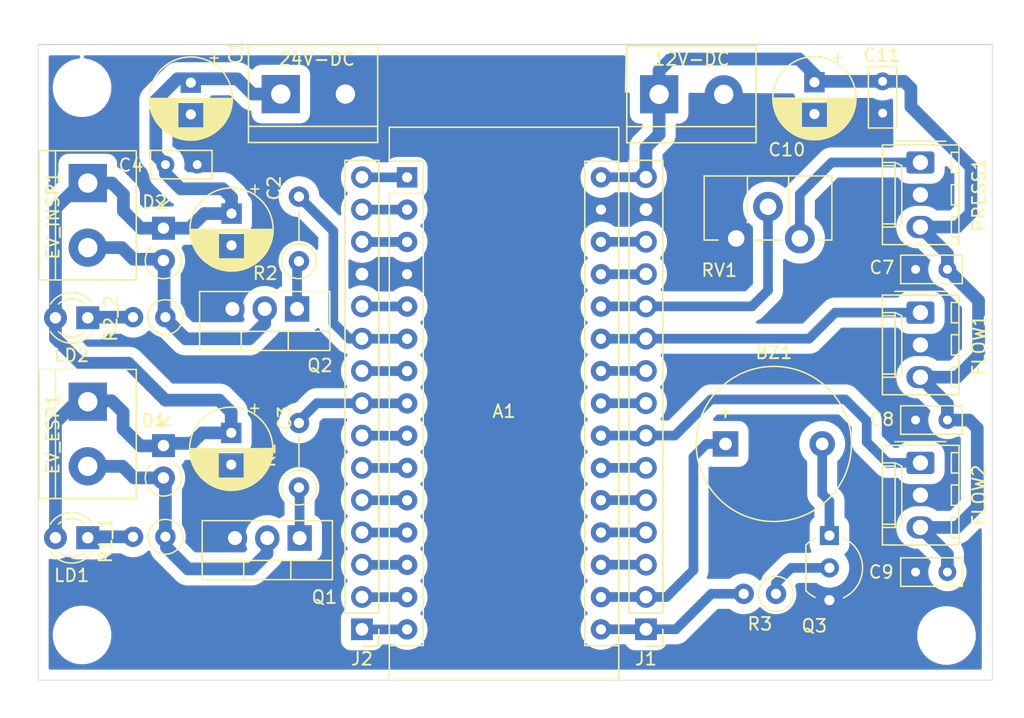
<source format=kicad_pcb>
(kicad_pcb (version 20171130) (host pcbnew "(5.1.5-0)")

  (general
    (thickness 1.6)
    (drawings 4)
    (tracks 202)
    (zones 0)
    (modules 37)
    (nets 39)
  )

  (page A4)
  (layers
    (0 F.Cu signal)
    (31 B.Cu signal)
    (32 B.Adhes user hide)
    (33 F.Adhes user hide)
    (34 B.Paste user)
    (35 F.Paste user)
    (36 B.SilkS user)
    (37 F.SilkS user)
    (38 B.Mask user)
    (39 F.Mask user)
    (40 Dwgs.User user)
    (41 Cmts.User user)
    (42 Eco1.User user)
    (43 Eco2.User user)
    (44 Edge.Cuts user)
    (45 Margin user)
    (46 B.CrtYd user)
    (47 F.CrtYd user)
    (48 B.Fab user)
    (49 F.Fab user hide)
  )

  (setup
    (last_trace_width 0.25)
    (user_trace_width 0.3)
    (user_trace_width 0.35)
    (user_trace_width 0.4)
    (user_trace_width 0.5)
    (user_trace_width 0.762)
    (user_trace_width 1)
    (trace_clearance 0.2)
    (zone_clearance 0.8)
    (zone_45_only no)
    (trace_min 0.2)
    (via_size 0.8)
    (via_drill 0.4)
    (via_min_size 0.4)
    (via_min_drill 0.3)
    (user_via 0.64 0.3)
    (user_via 0.74 0.4)
    (user_via 0.84 0.5)
    (uvia_size 0.3)
    (uvia_drill 0.1)
    (uvias_allowed no)
    (uvia_min_size 0.2)
    (uvia_min_drill 0.1)
    (edge_width 0.1)
    (segment_width 0.15)
    (pcb_text_width 0)
    (pcb_text_size 1.5 1.5)
    (mod_edge_width 0.15)
    (mod_text_size 1 1)
    (mod_text_width 0.15)
    (pad_size 3 3)
    (pad_drill 3)
    (pad_to_mask_clearance 0.051)
    (solder_mask_min_width 0.25)
    (aux_axis_origin 77 115)
    (grid_origin 116.5 77)
    (visible_elements FFFFFF7F)
    (pcbplotparams
      (layerselection 0x010f3_ffffffff)
      (usegerberextensions false)
      (usegerberattributes true)
      (usegerberadvancedattributes false)
      (creategerberjobfile false)
      (excludeedgelayer true)
      (linewidth 0.100000)
      (plotframeref false)
      (viasonmask false)
      (mode 1)
      (useauxorigin true)
      (hpglpennumber 1)
      (hpglpenspeed 20)
      (hpglpendiameter 15.000000)
      (psnegative false)
      (psa4output false)
      (plotreference true)
      (plotvalue true)
      (plotinvisibletext false)
      (padsonsilk false)
      (subtractmaskfromsilk false)
      (outputformat 1)
      (mirror false)
      (drillshape 0)
      (scaleselection 1)
      (outputdirectory "gerber/"))
  )

  (net 0 "")
  (net 1 "Net-(D1-Pad2)")
  (net 2 +24V)
  (net 3 "Net-(LD1-Pad1)")
  (net 4 "Net-(Q1-Pad1)")
  (net 5 "Net-(D2-Pad2)")
  (net 6 "Net-(LD2-Pad1)")
  (net 7 "Net-(Q2-Pad1)")
  (net 8 /D0)
  (net 9 /D6)
  (net 10 /D4)
  (net 11 /D2)
  (net 12 /D1)
  (net 13 /RST)
  (net 14 /A5)
  (net 15 /A4)
  (net 16 /AREF)
  (net 17 /3V3)
  (net 18 /D13)
  (net 19 /D12)
  (net 20 /D9)
  (net 21 /D8)
  (net 22 /D7)
  (net 23 "Net-(Q3-Pad2)")
  (net 24 GND)
  (net 25 /D11)
  (net 26 /D10)
  (net 27 D5)
  (net 28 D3)
  (net 29 /A2)
  (net 30 A3)
  (net 31 +12V)
  (net 32 /+5V)
  (net 33 A7)
  (net 34 A6)
  (net 35 /A1)
  (net 36 /A0)
  (net 37 "Net-(PRESS1-Pad1)")
  (net 38 "Net-(BZ1-Pad2)")

  (net_class Default "Esta es la clase de red por defecto."
    (clearance 0.2)
    (trace_width 0.25)
    (via_dia 0.8)
    (via_drill 0.4)
    (uvia_dia 0.3)
    (uvia_drill 0.1)
    (add_net +12V)
    (add_net +24V)
    (add_net /+5V)
    (add_net /3V3)
    (add_net /A0)
    (add_net /A1)
    (add_net /A2)
    (add_net /A4)
    (add_net /A5)
    (add_net /AREF)
    (add_net /D0)
    (add_net /D1)
    (add_net /D10)
    (add_net /D11)
    (add_net /D12)
    (add_net /D13)
    (add_net /D2)
    (add_net /D4)
    (add_net /D6)
    (add_net /D7)
    (add_net /D8)
    (add_net /D9)
    (add_net /RST)
    (add_net A3)
    (add_net A6)
    (add_net A7)
    (add_net D3)
    (add_net D5)
    (add_net GND)
    (add_net "Net-(BZ1-Pad2)")
    (add_net "Net-(D1-Pad2)")
    (add_net "Net-(D2-Pad2)")
    (add_net "Net-(LD1-Pad1)")
    (add_net "Net-(LD2-Pad1)")
    (add_net "Net-(PRESS1-Pad1)")
    (add_net "Net-(Q1-Pad1)")
    (add_net "Net-(Q2-Pad1)")
    (add_net "Net-(Q3-Pad2)")
  )

  (module TerminalBlock:TerminalBlock_bornier-2_P5.08mm (layer F.Cu) (tedit 59FF03AB) (tstamp 5E7BFE43)
    (at 125.81 68.92)
    (descr "simple 2-pin terminal block, pitch 5.08mm, revamped version of bornier2")
    (tags "terminal block bornier2")
    (path /5E7D1AE6)
    (fp_text reference 12V-DC (at 2.54 -2.77) (layer F.SilkS)
      (effects (font (size 1 1) (thickness 0.15)))
    )
    (fp_text value CON (at 2.54 5.08) (layer F.Fab)
      (effects (font (size 1 1) (thickness 0.15)))
    )
    (fp_line (start 7.79 4) (end -2.71 4) (layer F.CrtYd) (width 0.05))
    (fp_line (start 7.79 4) (end 7.79 -4) (layer F.CrtYd) (width 0.05))
    (fp_line (start -2.71 -4) (end -2.71 4) (layer F.CrtYd) (width 0.05))
    (fp_line (start -2.71 -4) (end 7.79 -4) (layer F.CrtYd) (width 0.05))
    (fp_line (start -2.54 3.81) (end 7.62 3.81) (layer F.SilkS) (width 0.12))
    (fp_line (start -2.54 -3.81) (end -2.54 3.81) (layer F.SilkS) (width 0.12))
    (fp_line (start 7.62 -3.81) (end -2.54 -3.81) (layer F.SilkS) (width 0.12))
    (fp_line (start 7.62 3.81) (end 7.62 -3.81) (layer F.SilkS) (width 0.12))
    (fp_line (start 7.62 2.54) (end -2.54 2.54) (layer F.SilkS) (width 0.12))
    (fp_line (start 7.54 -3.75) (end -2.46 -3.75) (layer F.Fab) (width 0.1))
    (fp_line (start 7.54 3.75) (end 7.54 -3.75) (layer F.Fab) (width 0.1))
    (fp_line (start -2.46 3.75) (end 7.54 3.75) (layer F.Fab) (width 0.1))
    (fp_line (start -2.46 -3.75) (end -2.46 3.75) (layer F.Fab) (width 0.1))
    (fp_line (start -2.41 2.55) (end 7.49 2.55) (layer F.Fab) (width 0.1))
    (fp_text user %R (at 2.54 0) (layer F.Fab)
      (effects (font (size 1 1) (thickness 0.15)))
    )
    (pad 2 thru_hole circle (at 5.08 0) (size 3 3) (drill 1.52) (layers *.Cu *.Mask)
      (net 24 GND))
    (pad 1 thru_hole rect (at 0 0) (size 3 3) (drill 1.52) (layers *.Cu *.Mask)
      (net 31 +12V))
    (model ${KISYS3DMOD}/TerminalBlock.3dshapes/TerminalBlock_bornier-2_P5.08mm.wrl
      (offset (xyz 2.539999961853027 0 0))
      (scale (xyz 1 1 1))
      (rotate (xyz 0 0 0))
    )
  )

  (module Capacitor_THT:CP_Radial_D6.3mm_P2.50mm (layer F.Cu) (tedit 5AE50EF0) (tstamp 5E7BB512)
    (at 138.02 67.97 270)
    (descr "CP, Radial series, Radial, pin pitch=2.50mm, , diameter=6.3mm, Electrolytic Capacitor")
    (tags "CP Radial series Radial pin pitch 2.50mm  diameter 6.3mm Electrolytic Capacitor")
    (path /5EA968F0)
    (fp_text reference C10 (at 5.31 2.17 180) (layer F.SilkS)
      (effects (font (size 1 1) (thickness 0.15)))
    )
    (fp_text value 100uf/16V (at 1.25 4.4 90) (layer F.Fab)
      (effects (font (size 1 1) (thickness 0.15)))
    )
    (fp_text user %R (at 1.25 0 90) (layer F.Fab)
      (effects (font (size 1 1) (thickness 0.15)))
    )
    (fp_line (start -1.935241 -2.154) (end -1.935241 -1.524) (layer F.SilkS) (width 0.12))
    (fp_line (start -2.250241 -1.839) (end -1.620241 -1.839) (layer F.SilkS) (width 0.12))
    (fp_line (start 4.491 -0.402) (end 4.491 0.402) (layer F.SilkS) (width 0.12))
    (fp_line (start 4.451 -0.633) (end 4.451 0.633) (layer F.SilkS) (width 0.12))
    (fp_line (start 4.411 -0.802) (end 4.411 0.802) (layer F.SilkS) (width 0.12))
    (fp_line (start 4.371 -0.94) (end 4.371 0.94) (layer F.SilkS) (width 0.12))
    (fp_line (start 4.331 -1.059) (end 4.331 1.059) (layer F.SilkS) (width 0.12))
    (fp_line (start 4.291 -1.165) (end 4.291 1.165) (layer F.SilkS) (width 0.12))
    (fp_line (start 4.251 -1.262) (end 4.251 1.262) (layer F.SilkS) (width 0.12))
    (fp_line (start 4.211 -1.35) (end 4.211 1.35) (layer F.SilkS) (width 0.12))
    (fp_line (start 4.171 -1.432) (end 4.171 1.432) (layer F.SilkS) (width 0.12))
    (fp_line (start 4.131 -1.509) (end 4.131 1.509) (layer F.SilkS) (width 0.12))
    (fp_line (start 4.091 -1.581) (end 4.091 1.581) (layer F.SilkS) (width 0.12))
    (fp_line (start 4.051 -1.65) (end 4.051 1.65) (layer F.SilkS) (width 0.12))
    (fp_line (start 4.011 -1.714) (end 4.011 1.714) (layer F.SilkS) (width 0.12))
    (fp_line (start 3.971 -1.776) (end 3.971 1.776) (layer F.SilkS) (width 0.12))
    (fp_line (start 3.931 -1.834) (end 3.931 1.834) (layer F.SilkS) (width 0.12))
    (fp_line (start 3.891 -1.89) (end 3.891 1.89) (layer F.SilkS) (width 0.12))
    (fp_line (start 3.851 -1.944) (end 3.851 1.944) (layer F.SilkS) (width 0.12))
    (fp_line (start 3.811 -1.995) (end 3.811 1.995) (layer F.SilkS) (width 0.12))
    (fp_line (start 3.771 -2.044) (end 3.771 2.044) (layer F.SilkS) (width 0.12))
    (fp_line (start 3.731 -2.092) (end 3.731 2.092) (layer F.SilkS) (width 0.12))
    (fp_line (start 3.691 -2.137) (end 3.691 2.137) (layer F.SilkS) (width 0.12))
    (fp_line (start 3.651 -2.182) (end 3.651 2.182) (layer F.SilkS) (width 0.12))
    (fp_line (start 3.611 -2.224) (end 3.611 2.224) (layer F.SilkS) (width 0.12))
    (fp_line (start 3.571 -2.265) (end 3.571 2.265) (layer F.SilkS) (width 0.12))
    (fp_line (start 3.531 1.04) (end 3.531 2.305) (layer F.SilkS) (width 0.12))
    (fp_line (start 3.531 -2.305) (end 3.531 -1.04) (layer F.SilkS) (width 0.12))
    (fp_line (start 3.491 1.04) (end 3.491 2.343) (layer F.SilkS) (width 0.12))
    (fp_line (start 3.491 -2.343) (end 3.491 -1.04) (layer F.SilkS) (width 0.12))
    (fp_line (start 3.451 1.04) (end 3.451 2.38) (layer F.SilkS) (width 0.12))
    (fp_line (start 3.451 -2.38) (end 3.451 -1.04) (layer F.SilkS) (width 0.12))
    (fp_line (start 3.411 1.04) (end 3.411 2.416) (layer F.SilkS) (width 0.12))
    (fp_line (start 3.411 -2.416) (end 3.411 -1.04) (layer F.SilkS) (width 0.12))
    (fp_line (start 3.371 1.04) (end 3.371 2.45) (layer F.SilkS) (width 0.12))
    (fp_line (start 3.371 -2.45) (end 3.371 -1.04) (layer F.SilkS) (width 0.12))
    (fp_line (start 3.331 1.04) (end 3.331 2.484) (layer F.SilkS) (width 0.12))
    (fp_line (start 3.331 -2.484) (end 3.331 -1.04) (layer F.SilkS) (width 0.12))
    (fp_line (start 3.291 1.04) (end 3.291 2.516) (layer F.SilkS) (width 0.12))
    (fp_line (start 3.291 -2.516) (end 3.291 -1.04) (layer F.SilkS) (width 0.12))
    (fp_line (start 3.251 1.04) (end 3.251 2.548) (layer F.SilkS) (width 0.12))
    (fp_line (start 3.251 -2.548) (end 3.251 -1.04) (layer F.SilkS) (width 0.12))
    (fp_line (start 3.211 1.04) (end 3.211 2.578) (layer F.SilkS) (width 0.12))
    (fp_line (start 3.211 -2.578) (end 3.211 -1.04) (layer F.SilkS) (width 0.12))
    (fp_line (start 3.171 1.04) (end 3.171 2.607) (layer F.SilkS) (width 0.12))
    (fp_line (start 3.171 -2.607) (end 3.171 -1.04) (layer F.SilkS) (width 0.12))
    (fp_line (start 3.131 1.04) (end 3.131 2.636) (layer F.SilkS) (width 0.12))
    (fp_line (start 3.131 -2.636) (end 3.131 -1.04) (layer F.SilkS) (width 0.12))
    (fp_line (start 3.091 1.04) (end 3.091 2.664) (layer F.SilkS) (width 0.12))
    (fp_line (start 3.091 -2.664) (end 3.091 -1.04) (layer F.SilkS) (width 0.12))
    (fp_line (start 3.051 1.04) (end 3.051 2.69) (layer F.SilkS) (width 0.12))
    (fp_line (start 3.051 -2.69) (end 3.051 -1.04) (layer F.SilkS) (width 0.12))
    (fp_line (start 3.011 1.04) (end 3.011 2.716) (layer F.SilkS) (width 0.12))
    (fp_line (start 3.011 -2.716) (end 3.011 -1.04) (layer F.SilkS) (width 0.12))
    (fp_line (start 2.971 1.04) (end 2.971 2.742) (layer F.SilkS) (width 0.12))
    (fp_line (start 2.971 -2.742) (end 2.971 -1.04) (layer F.SilkS) (width 0.12))
    (fp_line (start 2.931 1.04) (end 2.931 2.766) (layer F.SilkS) (width 0.12))
    (fp_line (start 2.931 -2.766) (end 2.931 -1.04) (layer F.SilkS) (width 0.12))
    (fp_line (start 2.891 1.04) (end 2.891 2.79) (layer F.SilkS) (width 0.12))
    (fp_line (start 2.891 -2.79) (end 2.891 -1.04) (layer F.SilkS) (width 0.12))
    (fp_line (start 2.851 1.04) (end 2.851 2.812) (layer F.SilkS) (width 0.12))
    (fp_line (start 2.851 -2.812) (end 2.851 -1.04) (layer F.SilkS) (width 0.12))
    (fp_line (start 2.811 1.04) (end 2.811 2.834) (layer F.SilkS) (width 0.12))
    (fp_line (start 2.811 -2.834) (end 2.811 -1.04) (layer F.SilkS) (width 0.12))
    (fp_line (start 2.771 1.04) (end 2.771 2.856) (layer F.SilkS) (width 0.12))
    (fp_line (start 2.771 -2.856) (end 2.771 -1.04) (layer F.SilkS) (width 0.12))
    (fp_line (start 2.731 1.04) (end 2.731 2.876) (layer F.SilkS) (width 0.12))
    (fp_line (start 2.731 -2.876) (end 2.731 -1.04) (layer F.SilkS) (width 0.12))
    (fp_line (start 2.691 1.04) (end 2.691 2.896) (layer F.SilkS) (width 0.12))
    (fp_line (start 2.691 -2.896) (end 2.691 -1.04) (layer F.SilkS) (width 0.12))
    (fp_line (start 2.651 1.04) (end 2.651 2.916) (layer F.SilkS) (width 0.12))
    (fp_line (start 2.651 -2.916) (end 2.651 -1.04) (layer F.SilkS) (width 0.12))
    (fp_line (start 2.611 1.04) (end 2.611 2.934) (layer F.SilkS) (width 0.12))
    (fp_line (start 2.611 -2.934) (end 2.611 -1.04) (layer F.SilkS) (width 0.12))
    (fp_line (start 2.571 1.04) (end 2.571 2.952) (layer F.SilkS) (width 0.12))
    (fp_line (start 2.571 -2.952) (end 2.571 -1.04) (layer F.SilkS) (width 0.12))
    (fp_line (start 2.531 1.04) (end 2.531 2.97) (layer F.SilkS) (width 0.12))
    (fp_line (start 2.531 -2.97) (end 2.531 -1.04) (layer F.SilkS) (width 0.12))
    (fp_line (start 2.491 1.04) (end 2.491 2.986) (layer F.SilkS) (width 0.12))
    (fp_line (start 2.491 -2.986) (end 2.491 -1.04) (layer F.SilkS) (width 0.12))
    (fp_line (start 2.451 1.04) (end 2.451 3.002) (layer F.SilkS) (width 0.12))
    (fp_line (start 2.451 -3.002) (end 2.451 -1.04) (layer F.SilkS) (width 0.12))
    (fp_line (start 2.411 1.04) (end 2.411 3.018) (layer F.SilkS) (width 0.12))
    (fp_line (start 2.411 -3.018) (end 2.411 -1.04) (layer F.SilkS) (width 0.12))
    (fp_line (start 2.371 1.04) (end 2.371 3.033) (layer F.SilkS) (width 0.12))
    (fp_line (start 2.371 -3.033) (end 2.371 -1.04) (layer F.SilkS) (width 0.12))
    (fp_line (start 2.331 1.04) (end 2.331 3.047) (layer F.SilkS) (width 0.12))
    (fp_line (start 2.331 -3.047) (end 2.331 -1.04) (layer F.SilkS) (width 0.12))
    (fp_line (start 2.291 1.04) (end 2.291 3.061) (layer F.SilkS) (width 0.12))
    (fp_line (start 2.291 -3.061) (end 2.291 -1.04) (layer F.SilkS) (width 0.12))
    (fp_line (start 2.251 1.04) (end 2.251 3.074) (layer F.SilkS) (width 0.12))
    (fp_line (start 2.251 -3.074) (end 2.251 -1.04) (layer F.SilkS) (width 0.12))
    (fp_line (start 2.211 1.04) (end 2.211 3.086) (layer F.SilkS) (width 0.12))
    (fp_line (start 2.211 -3.086) (end 2.211 -1.04) (layer F.SilkS) (width 0.12))
    (fp_line (start 2.171 1.04) (end 2.171 3.098) (layer F.SilkS) (width 0.12))
    (fp_line (start 2.171 -3.098) (end 2.171 -1.04) (layer F.SilkS) (width 0.12))
    (fp_line (start 2.131 1.04) (end 2.131 3.11) (layer F.SilkS) (width 0.12))
    (fp_line (start 2.131 -3.11) (end 2.131 -1.04) (layer F.SilkS) (width 0.12))
    (fp_line (start 2.091 1.04) (end 2.091 3.121) (layer F.SilkS) (width 0.12))
    (fp_line (start 2.091 -3.121) (end 2.091 -1.04) (layer F.SilkS) (width 0.12))
    (fp_line (start 2.051 1.04) (end 2.051 3.131) (layer F.SilkS) (width 0.12))
    (fp_line (start 2.051 -3.131) (end 2.051 -1.04) (layer F.SilkS) (width 0.12))
    (fp_line (start 2.011 1.04) (end 2.011 3.141) (layer F.SilkS) (width 0.12))
    (fp_line (start 2.011 -3.141) (end 2.011 -1.04) (layer F.SilkS) (width 0.12))
    (fp_line (start 1.971 1.04) (end 1.971 3.15) (layer F.SilkS) (width 0.12))
    (fp_line (start 1.971 -3.15) (end 1.971 -1.04) (layer F.SilkS) (width 0.12))
    (fp_line (start 1.93 1.04) (end 1.93 3.159) (layer F.SilkS) (width 0.12))
    (fp_line (start 1.93 -3.159) (end 1.93 -1.04) (layer F.SilkS) (width 0.12))
    (fp_line (start 1.89 1.04) (end 1.89 3.167) (layer F.SilkS) (width 0.12))
    (fp_line (start 1.89 -3.167) (end 1.89 -1.04) (layer F.SilkS) (width 0.12))
    (fp_line (start 1.85 1.04) (end 1.85 3.175) (layer F.SilkS) (width 0.12))
    (fp_line (start 1.85 -3.175) (end 1.85 -1.04) (layer F.SilkS) (width 0.12))
    (fp_line (start 1.81 1.04) (end 1.81 3.182) (layer F.SilkS) (width 0.12))
    (fp_line (start 1.81 -3.182) (end 1.81 -1.04) (layer F.SilkS) (width 0.12))
    (fp_line (start 1.77 1.04) (end 1.77 3.189) (layer F.SilkS) (width 0.12))
    (fp_line (start 1.77 -3.189) (end 1.77 -1.04) (layer F.SilkS) (width 0.12))
    (fp_line (start 1.73 1.04) (end 1.73 3.195) (layer F.SilkS) (width 0.12))
    (fp_line (start 1.73 -3.195) (end 1.73 -1.04) (layer F.SilkS) (width 0.12))
    (fp_line (start 1.69 1.04) (end 1.69 3.201) (layer F.SilkS) (width 0.12))
    (fp_line (start 1.69 -3.201) (end 1.69 -1.04) (layer F.SilkS) (width 0.12))
    (fp_line (start 1.65 1.04) (end 1.65 3.206) (layer F.SilkS) (width 0.12))
    (fp_line (start 1.65 -3.206) (end 1.65 -1.04) (layer F.SilkS) (width 0.12))
    (fp_line (start 1.61 1.04) (end 1.61 3.211) (layer F.SilkS) (width 0.12))
    (fp_line (start 1.61 -3.211) (end 1.61 -1.04) (layer F.SilkS) (width 0.12))
    (fp_line (start 1.57 1.04) (end 1.57 3.215) (layer F.SilkS) (width 0.12))
    (fp_line (start 1.57 -3.215) (end 1.57 -1.04) (layer F.SilkS) (width 0.12))
    (fp_line (start 1.53 1.04) (end 1.53 3.218) (layer F.SilkS) (width 0.12))
    (fp_line (start 1.53 -3.218) (end 1.53 -1.04) (layer F.SilkS) (width 0.12))
    (fp_line (start 1.49 1.04) (end 1.49 3.222) (layer F.SilkS) (width 0.12))
    (fp_line (start 1.49 -3.222) (end 1.49 -1.04) (layer F.SilkS) (width 0.12))
    (fp_line (start 1.45 -3.224) (end 1.45 3.224) (layer F.SilkS) (width 0.12))
    (fp_line (start 1.41 -3.227) (end 1.41 3.227) (layer F.SilkS) (width 0.12))
    (fp_line (start 1.37 -3.228) (end 1.37 3.228) (layer F.SilkS) (width 0.12))
    (fp_line (start 1.33 -3.23) (end 1.33 3.23) (layer F.SilkS) (width 0.12))
    (fp_line (start 1.29 -3.23) (end 1.29 3.23) (layer F.SilkS) (width 0.12))
    (fp_line (start 1.25 -3.23) (end 1.25 3.23) (layer F.SilkS) (width 0.12))
    (fp_line (start -1.128972 -1.6885) (end -1.128972 -1.0585) (layer F.Fab) (width 0.1))
    (fp_line (start -1.443972 -1.3735) (end -0.813972 -1.3735) (layer F.Fab) (width 0.1))
    (fp_circle (center 1.25 0) (end 4.65 0) (layer F.CrtYd) (width 0.05))
    (fp_circle (center 1.25 0) (end 4.52 0) (layer F.SilkS) (width 0.12))
    (fp_circle (center 1.25 0) (end 4.4 0) (layer F.Fab) (width 0.1))
    (pad 2 thru_hole circle (at 2.5 0 270) (size 1.6 1.6) (drill 0.8) (layers *.Cu *.Mask)
      (net 24 GND))
    (pad 1 thru_hole rect (at 0 0 270) (size 1.6 1.6) (drill 0.8) (layers *.Cu *.Mask)
      (net 31 +12V))
    (model ${KISYS3DMOD}/Capacitor_THT.3dshapes/CP_Radial_D6.3mm_P2.50mm.wrl
      (at (xyz 0 0 0))
      (scale (xyz 1 1 1))
      (rotate (xyz 0 0 0))
    )
  )

  (module Capacitor_THT:C_Rect_L4.6mm_W2.0mm_P2.50mm_MKS02_FKP02 (layer F.Cu) (tedit 5AE50EF0) (tstamp 5E7BB45B)
    (at 143.38 67.9 270)
    (descr "C, Rect series, Radial, pin pitch=2.50mm, , length*width=4.6*2mm^2, Capacitor, http://www.wima.de/DE/WIMA_MKS_02.pdf")
    (tags "C Rect series Radial pin pitch 2.50mm  length 4.6mm width 2mm Capacitor")
    (path /5EAA659B)
    (fp_text reference C11 (at -2.05 0.06 180) (layer F.SilkS)
      (effects (font (size 1 1) (thickness 0.15)))
    )
    (fp_text value 100nF (at 1.25 2.25 90) (layer F.Fab)
      (effects (font (size 1 1) (thickness 0.15)))
    )
    (fp_text user %R (at 1.25 0 90) (layer F.Fab)
      (effects (font (size 0.92 0.92) (thickness 0.138)))
    )
    (fp_line (start 3.8 -1.25) (end -1.3 -1.25) (layer F.CrtYd) (width 0.05))
    (fp_line (start 3.8 1.25) (end 3.8 -1.25) (layer F.CrtYd) (width 0.05))
    (fp_line (start -1.3 1.25) (end 3.8 1.25) (layer F.CrtYd) (width 0.05))
    (fp_line (start -1.3 -1.25) (end -1.3 1.25) (layer F.CrtYd) (width 0.05))
    (fp_line (start 3.67 -1.12) (end 3.67 1.12) (layer F.SilkS) (width 0.12))
    (fp_line (start -1.17 -1.12) (end -1.17 1.12) (layer F.SilkS) (width 0.12))
    (fp_line (start -1.17 1.12) (end 3.67 1.12) (layer F.SilkS) (width 0.12))
    (fp_line (start -1.17 -1.12) (end 3.67 -1.12) (layer F.SilkS) (width 0.12))
    (fp_line (start 3.55 -1) (end -1.05 -1) (layer F.Fab) (width 0.1))
    (fp_line (start 3.55 1) (end 3.55 -1) (layer F.Fab) (width 0.1))
    (fp_line (start -1.05 1) (end 3.55 1) (layer F.Fab) (width 0.1))
    (fp_line (start -1.05 -1) (end -1.05 1) (layer F.Fab) (width 0.1))
    (pad 2 thru_hole circle (at 2.5 0 270) (size 1.4 1.4) (drill 0.7) (layers *.Cu *.Mask)
      (net 24 GND))
    (pad 1 thru_hole circle (at 0 0 270) (size 1.4 1.4) (drill 0.7) (layers *.Cu *.Mask)
      (net 31 +12V))
    (model ${KISYS3DMOD}/Capacitor_THT.3dshapes/C_Rect_L4.6mm_W2.0mm_P2.50mm_MKS02_FKP02.wrl
      (at (xyz 0 0 0))
      (scale (xyz 1 1 1))
      (rotate (xyz 0 0 0))
    )
  )

  (module Capacitor_THT:CP_Radial_D6.3mm_P2.50mm (layer F.Cu) (tedit 5AE50EF0) (tstamp 5E7B2427)
    (at 89 68 270)
    (descr "CP, Radial series, Radial, pin pitch=2.50mm, , diameter=6.3mm, Electrolytic Capacitor")
    (tags "CP Radial series Radial pin pitch 2.50mm  diameter 6.3mm Electrolytic Capacitor")
    (path /5E925E1D)
    (fp_text reference C1 (at -2.4 -3.55 90) (layer F.SilkS)
      (effects (font (size 1 1) (thickness 0.15)))
    )
    (fp_text value 33uf/63V (at 1.25 4.4 90) (layer F.Fab)
      (effects (font (size 1 1) (thickness 0.15)))
    )
    (fp_text user %R (at 1.25 0 90) (layer F.Fab)
      (effects (font (size 1 1) (thickness 0.15)))
    )
    (fp_line (start -1.935241 -2.154) (end -1.935241 -1.524) (layer F.SilkS) (width 0.12))
    (fp_line (start -2.250241 -1.839) (end -1.620241 -1.839) (layer F.SilkS) (width 0.12))
    (fp_line (start 4.491 -0.402) (end 4.491 0.402) (layer F.SilkS) (width 0.12))
    (fp_line (start 4.451 -0.633) (end 4.451 0.633) (layer F.SilkS) (width 0.12))
    (fp_line (start 4.411 -0.802) (end 4.411 0.802) (layer F.SilkS) (width 0.12))
    (fp_line (start 4.371 -0.94) (end 4.371 0.94) (layer F.SilkS) (width 0.12))
    (fp_line (start 4.331 -1.059) (end 4.331 1.059) (layer F.SilkS) (width 0.12))
    (fp_line (start 4.291 -1.165) (end 4.291 1.165) (layer F.SilkS) (width 0.12))
    (fp_line (start 4.251 -1.262) (end 4.251 1.262) (layer F.SilkS) (width 0.12))
    (fp_line (start 4.211 -1.35) (end 4.211 1.35) (layer F.SilkS) (width 0.12))
    (fp_line (start 4.171 -1.432) (end 4.171 1.432) (layer F.SilkS) (width 0.12))
    (fp_line (start 4.131 -1.509) (end 4.131 1.509) (layer F.SilkS) (width 0.12))
    (fp_line (start 4.091 -1.581) (end 4.091 1.581) (layer F.SilkS) (width 0.12))
    (fp_line (start 4.051 -1.65) (end 4.051 1.65) (layer F.SilkS) (width 0.12))
    (fp_line (start 4.011 -1.714) (end 4.011 1.714) (layer F.SilkS) (width 0.12))
    (fp_line (start 3.971 -1.776) (end 3.971 1.776) (layer F.SilkS) (width 0.12))
    (fp_line (start 3.931 -1.834) (end 3.931 1.834) (layer F.SilkS) (width 0.12))
    (fp_line (start 3.891 -1.89) (end 3.891 1.89) (layer F.SilkS) (width 0.12))
    (fp_line (start 3.851 -1.944) (end 3.851 1.944) (layer F.SilkS) (width 0.12))
    (fp_line (start 3.811 -1.995) (end 3.811 1.995) (layer F.SilkS) (width 0.12))
    (fp_line (start 3.771 -2.044) (end 3.771 2.044) (layer F.SilkS) (width 0.12))
    (fp_line (start 3.731 -2.092) (end 3.731 2.092) (layer F.SilkS) (width 0.12))
    (fp_line (start 3.691 -2.137) (end 3.691 2.137) (layer F.SilkS) (width 0.12))
    (fp_line (start 3.651 -2.182) (end 3.651 2.182) (layer F.SilkS) (width 0.12))
    (fp_line (start 3.611 -2.224) (end 3.611 2.224) (layer F.SilkS) (width 0.12))
    (fp_line (start 3.571 -2.265) (end 3.571 2.265) (layer F.SilkS) (width 0.12))
    (fp_line (start 3.531 1.04) (end 3.531 2.305) (layer F.SilkS) (width 0.12))
    (fp_line (start 3.531 -2.305) (end 3.531 -1.04) (layer F.SilkS) (width 0.12))
    (fp_line (start 3.491 1.04) (end 3.491 2.343) (layer F.SilkS) (width 0.12))
    (fp_line (start 3.491 -2.343) (end 3.491 -1.04) (layer F.SilkS) (width 0.12))
    (fp_line (start 3.451 1.04) (end 3.451 2.38) (layer F.SilkS) (width 0.12))
    (fp_line (start 3.451 -2.38) (end 3.451 -1.04) (layer F.SilkS) (width 0.12))
    (fp_line (start 3.411 1.04) (end 3.411 2.416) (layer F.SilkS) (width 0.12))
    (fp_line (start 3.411 -2.416) (end 3.411 -1.04) (layer F.SilkS) (width 0.12))
    (fp_line (start 3.371 1.04) (end 3.371 2.45) (layer F.SilkS) (width 0.12))
    (fp_line (start 3.371 -2.45) (end 3.371 -1.04) (layer F.SilkS) (width 0.12))
    (fp_line (start 3.331 1.04) (end 3.331 2.484) (layer F.SilkS) (width 0.12))
    (fp_line (start 3.331 -2.484) (end 3.331 -1.04) (layer F.SilkS) (width 0.12))
    (fp_line (start 3.291 1.04) (end 3.291 2.516) (layer F.SilkS) (width 0.12))
    (fp_line (start 3.291 -2.516) (end 3.291 -1.04) (layer F.SilkS) (width 0.12))
    (fp_line (start 3.251 1.04) (end 3.251 2.548) (layer F.SilkS) (width 0.12))
    (fp_line (start 3.251 -2.548) (end 3.251 -1.04) (layer F.SilkS) (width 0.12))
    (fp_line (start 3.211 1.04) (end 3.211 2.578) (layer F.SilkS) (width 0.12))
    (fp_line (start 3.211 -2.578) (end 3.211 -1.04) (layer F.SilkS) (width 0.12))
    (fp_line (start 3.171 1.04) (end 3.171 2.607) (layer F.SilkS) (width 0.12))
    (fp_line (start 3.171 -2.607) (end 3.171 -1.04) (layer F.SilkS) (width 0.12))
    (fp_line (start 3.131 1.04) (end 3.131 2.636) (layer F.SilkS) (width 0.12))
    (fp_line (start 3.131 -2.636) (end 3.131 -1.04) (layer F.SilkS) (width 0.12))
    (fp_line (start 3.091 1.04) (end 3.091 2.664) (layer F.SilkS) (width 0.12))
    (fp_line (start 3.091 -2.664) (end 3.091 -1.04) (layer F.SilkS) (width 0.12))
    (fp_line (start 3.051 1.04) (end 3.051 2.69) (layer F.SilkS) (width 0.12))
    (fp_line (start 3.051 -2.69) (end 3.051 -1.04) (layer F.SilkS) (width 0.12))
    (fp_line (start 3.011 1.04) (end 3.011 2.716) (layer F.SilkS) (width 0.12))
    (fp_line (start 3.011 -2.716) (end 3.011 -1.04) (layer F.SilkS) (width 0.12))
    (fp_line (start 2.971 1.04) (end 2.971 2.742) (layer F.SilkS) (width 0.12))
    (fp_line (start 2.971 -2.742) (end 2.971 -1.04) (layer F.SilkS) (width 0.12))
    (fp_line (start 2.931 1.04) (end 2.931 2.766) (layer F.SilkS) (width 0.12))
    (fp_line (start 2.931 -2.766) (end 2.931 -1.04) (layer F.SilkS) (width 0.12))
    (fp_line (start 2.891 1.04) (end 2.891 2.79) (layer F.SilkS) (width 0.12))
    (fp_line (start 2.891 -2.79) (end 2.891 -1.04) (layer F.SilkS) (width 0.12))
    (fp_line (start 2.851 1.04) (end 2.851 2.812) (layer F.SilkS) (width 0.12))
    (fp_line (start 2.851 -2.812) (end 2.851 -1.04) (layer F.SilkS) (width 0.12))
    (fp_line (start 2.811 1.04) (end 2.811 2.834) (layer F.SilkS) (width 0.12))
    (fp_line (start 2.811 -2.834) (end 2.811 -1.04) (layer F.SilkS) (width 0.12))
    (fp_line (start 2.771 1.04) (end 2.771 2.856) (layer F.SilkS) (width 0.12))
    (fp_line (start 2.771 -2.856) (end 2.771 -1.04) (layer F.SilkS) (width 0.12))
    (fp_line (start 2.731 1.04) (end 2.731 2.876) (layer F.SilkS) (width 0.12))
    (fp_line (start 2.731 -2.876) (end 2.731 -1.04) (layer F.SilkS) (width 0.12))
    (fp_line (start 2.691 1.04) (end 2.691 2.896) (layer F.SilkS) (width 0.12))
    (fp_line (start 2.691 -2.896) (end 2.691 -1.04) (layer F.SilkS) (width 0.12))
    (fp_line (start 2.651 1.04) (end 2.651 2.916) (layer F.SilkS) (width 0.12))
    (fp_line (start 2.651 -2.916) (end 2.651 -1.04) (layer F.SilkS) (width 0.12))
    (fp_line (start 2.611 1.04) (end 2.611 2.934) (layer F.SilkS) (width 0.12))
    (fp_line (start 2.611 -2.934) (end 2.611 -1.04) (layer F.SilkS) (width 0.12))
    (fp_line (start 2.571 1.04) (end 2.571 2.952) (layer F.SilkS) (width 0.12))
    (fp_line (start 2.571 -2.952) (end 2.571 -1.04) (layer F.SilkS) (width 0.12))
    (fp_line (start 2.531 1.04) (end 2.531 2.97) (layer F.SilkS) (width 0.12))
    (fp_line (start 2.531 -2.97) (end 2.531 -1.04) (layer F.SilkS) (width 0.12))
    (fp_line (start 2.491 1.04) (end 2.491 2.986) (layer F.SilkS) (width 0.12))
    (fp_line (start 2.491 -2.986) (end 2.491 -1.04) (layer F.SilkS) (width 0.12))
    (fp_line (start 2.451 1.04) (end 2.451 3.002) (layer F.SilkS) (width 0.12))
    (fp_line (start 2.451 -3.002) (end 2.451 -1.04) (layer F.SilkS) (width 0.12))
    (fp_line (start 2.411 1.04) (end 2.411 3.018) (layer F.SilkS) (width 0.12))
    (fp_line (start 2.411 -3.018) (end 2.411 -1.04) (layer F.SilkS) (width 0.12))
    (fp_line (start 2.371 1.04) (end 2.371 3.033) (layer F.SilkS) (width 0.12))
    (fp_line (start 2.371 -3.033) (end 2.371 -1.04) (layer F.SilkS) (width 0.12))
    (fp_line (start 2.331 1.04) (end 2.331 3.047) (layer F.SilkS) (width 0.12))
    (fp_line (start 2.331 -3.047) (end 2.331 -1.04) (layer F.SilkS) (width 0.12))
    (fp_line (start 2.291 1.04) (end 2.291 3.061) (layer F.SilkS) (width 0.12))
    (fp_line (start 2.291 -3.061) (end 2.291 -1.04) (layer F.SilkS) (width 0.12))
    (fp_line (start 2.251 1.04) (end 2.251 3.074) (layer F.SilkS) (width 0.12))
    (fp_line (start 2.251 -3.074) (end 2.251 -1.04) (layer F.SilkS) (width 0.12))
    (fp_line (start 2.211 1.04) (end 2.211 3.086) (layer F.SilkS) (width 0.12))
    (fp_line (start 2.211 -3.086) (end 2.211 -1.04) (layer F.SilkS) (width 0.12))
    (fp_line (start 2.171 1.04) (end 2.171 3.098) (layer F.SilkS) (width 0.12))
    (fp_line (start 2.171 -3.098) (end 2.171 -1.04) (layer F.SilkS) (width 0.12))
    (fp_line (start 2.131 1.04) (end 2.131 3.11) (layer F.SilkS) (width 0.12))
    (fp_line (start 2.131 -3.11) (end 2.131 -1.04) (layer F.SilkS) (width 0.12))
    (fp_line (start 2.091 1.04) (end 2.091 3.121) (layer F.SilkS) (width 0.12))
    (fp_line (start 2.091 -3.121) (end 2.091 -1.04) (layer F.SilkS) (width 0.12))
    (fp_line (start 2.051 1.04) (end 2.051 3.131) (layer F.SilkS) (width 0.12))
    (fp_line (start 2.051 -3.131) (end 2.051 -1.04) (layer F.SilkS) (width 0.12))
    (fp_line (start 2.011 1.04) (end 2.011 3.141) (layer F.SilkS) (width 0.12))
    (fp_line (start 2.011 -3.141) (end 2.011 -1.04) (layer F.SilkS) (width 0.12))
    (fp_line (start 1.971 1.04) (end 1.971 3.15) (layer F.SilkS) (width 0.12))
    (fp_line (start 1.971 -3.15) (end 1.971 -1.04) (layer F.SilkS) (width 0.12))
    (fp_line (start 1.93 1.04) (end 1.93 3.159) (layer F.SilkS) (width 0.12))
    (fp_line (start 1.93 -3.159) (end 1.93 -1.04) (layer F.SilkS) (width 0.12))
    (fp_line (start 1.89 1.04) (end 1.89 3.167) (layer F.SilkS) (width 0.12))
    (fp_line (start 1.89 -3.167) (end 1.89 -1.04) (layer F.SilkS) (width 0.12))
    (fp_line (start 1.85 1.04) (end 1.85 3.175) (layer F.SilkS) (width 0.12))
    (fp_line (start 1.85 -3.175) (end 1.85 -1.04) (layer F.SilkS) (width 0.12))
    (fp_line (start 1.81 1.04) (end 1.81 3.182) (layer F.SilkS) (width 0.12))
    (fp_line (start 1.81 -3.182) (end 1.81 -1.04) (layer F.SilkS) (width 0.12))
    (fp_line (start 1.77 1.04) (end 1.77 3.189) (layer F.SilkS) (width 0.12))
    (fp_line (start 1.77 -3.189) (end 1.77 -1.04) (layer F.SilkS) (width 0.12))
    (fp_line (start 1.73 1.04) (end 1.73 3.195) (layer F.SilkS) (width 0.12))
    (fp_line (start 1.73 -3.195) (end 1.73 -1.04) (layer F.SilkS) (width 0.12))
    (fp_line (start 1.69 1.04) (end 1.69 3.201) (layer F.SilkS) (width 0.12))
    (fp_line (start 1.69 -3.201) (end 1.69 -1.04) (layer F.SilkS) (width 0.12))
    (fp_line (start 1.65 1.04) (end 1.65 3.206) (layer F.SilkS) (width 0.12))
    (fp_line (start 1.65 -3.206) (end 1.65 -1.04) (layer F.SilkS) (width 0.12))
    (fp_line (start 1.61 1.04) (end 1.61 3.211) (layer F.SilkS) (width 0.12))
    (fp_line (start 1.61 -3.211) (end 1.61 -1.04) (layer F.SilkS) (width 0.12))
    (fp_line (start 1.57 1.04) (end 1.57 3.215) (layer F.SilkS) (width 0.12))
    (fp_line (start 1.57 -3.215) (end 1.57 -1.04) (layer F.SilkS) (width 0.12))
    (fp_line (start 1.53 1.04) (end 1.53 3.218) (layer F.SilkS) (width 0.12))
    (fp_line (start 1.53 -3.218) (end 1.53 -1.04) (layer F.SilkS) (width 0.12))
    (fp_line (start 1.49 1.04) (end 1.49 3.222) (layer F.SilkS) (width 0.12))
    (fp_line (start 1.49 -3.222) (end 1.49 -1.04) (layer F.SilkS) (width 0.12))
    (fp_line (start 1.45 -3.224) (end 1.45 3.224) (layer F.SilkS) (width 0.12))
    (fp_line (start 1.41 -3.227) (end 1.41 3.227) (layer F.SilkS) (width 0.12))
    (fp_line (start 1.37 -3.228) (end 1.37 3.228) (layer F.SilkS) (width 0.12))
    (fp_line (start 1.33 -3.23) (end 1.33 3.23) (layer F.SilkS) (width 0.12))
    (fp_line (start 1.29 -3.23) (end 1.29 3.23) (layer F.SilkS) (width 0.12))
    (fp_line (start 1.25 -3.23) (end 1.25 3.23) (layer F.SilkS) (width 0.12))
    (fp_line (start -1.128972 -1.6885) (end -1.128972 -1.0585) (layer F.Fab) (width 0.1))
    (fp_line (start -1.443972 -1.3735) (end -0.813972 -1.3735) (layer F.Fab) (width 0.1))
    (fp_circle (center 1.25 0) (end 4.65 0) (layer F.CrtYd) (width 0.05))
    (fp_circle (center 1.25 0) (end 4.52 0) (layer F.SilkS) (width 0.12))
    (fp_circle (center 1.25 0) (end 4.4 0) (layer F.Fab) (width 0.1))
    (pad 2 thru_hole circle (at 2.5 0 270) (size 1.6 1.6) (drill 0.8) (layers *.Cu *.Mask)
      (net 24 GND))
    (pad 1 thru_hole rect (at 0 0 270) (size 1.6 1.6) (drill 0.8) (layers *.Cu *.Mask)
      (net 2 +24V))
    (model ${KISYS3DMOD}/Capacitor_THT.3dshapes/CP_Radial_D6.3mm_P2.50mm.wrl
      (at (xyz 0 0 0))
      (scale (xyz 1 1 1))
      (rotate (xyz 0 0 0))
    )
  )

  (module Capacitor_THT:C_Rect_L4.6mm_W2.0mm_P2.50mm_MKS02_FKP02 (layer F.Cu) (tedit 5AE50EF0) (tstamp 5E7B255F)
    (at 87 74.45)
    (descr "C, Rect series, Radial, pin pitch=2.50mm, , length*width=4.6*2mm^2, Capacitor, http://www.wima.de/DE/WIMA_MKS_02.pdf")
    (tags "C Rect series Radial pin pitch 2.50mm  length 4.6mm width 2mm Capacitor")
    (path /5E85EE61)
    (fp_text reference C4 (at -2.7 0.05) (layer F.SilkS)
      (effects (font (size 1 1) (thickness 0.15)))
    )
    (fp_text value 100nF (at 1.25 2.25) (layer F.Fab)
      (effects (font (size 1 1) (thickness 0.15)))
    )
    (fp_text user %R (at 1.25 0) (layer F.Fab)
      (effects (font (size 0.92 0.92) (thickness 0.138)))
    )
    (fp_line (start 3.8 -1.25) (end -1.3 -1.25) (layer F.CrtYd) (width 0.05))
    (fp_line (start 3.8 1.25) (end 3.8 -1.25) (layer F.CrtYd) (width 0.05))
    (fp_line (start -1.3 1.25) (end 3.8 1.25) (layer F.CrtYd) (width 0.05))
    (fp_line (start -1.3 -1.25) (end -1.3 1.25) (layer F.CrtYd) (width 0.05))
    (fp_line (start 3.67 -1.12) (end 3.67 1.12) (layer F.SilkS) (width 0.12))
    (fp_line (start -1.17 -1.12) (end -1.17 1.12) (layer F.SilkS) (width 0.12))
    (fp_line (start -1.17 1.12) (end 3.67 1.12) (layer F.SilkS) (width 0.12))
    (fp_line (start -1.17 -1.12) (end 3.67 -1.12) (layer F.SilkS) (width 0.12))
    (fp_line (start 3.55 -1) (end -1.05 -1) (layer F.Fab) (width 0.1))
    (fp_line (start 3.55 1) (end 3.55 -1) (layer F.Fab) (width 0.1))
    (fp_line (start -1.05 1) (end 3.55 1) (layer F.Fab) (width 0.1))
    (fp_line (start -1.05 -1) (end -1.05 1) (layer F.Fab) (width 0.1))
    (pad 2 thru_hole circle (at 2.5 0) (size 1.4 1.4) (drill 0.7) (layers *.Cu *.Mask)
      (net 24 GND))
    (pad 1 thru_hole circle (at 0 0) (size 1.4 1.4) (drill 0.7) (layers *.Cu *.Mask)
      (net 2 +24V))
    (model ${KISYS3DMOD}/Capacitor_THT.3dshapes/C_Rect_L4.6mm_W2.0mm_P2.50mm_MKS02_FKP02.wrl
      (at (xyz 0 0 0))
      (scale (xyz 1 1 1))
      (rotate (xyz 0 0 0))
    )
  )

  (module Resistor_THT:R_Axial_DIN0207_L6.3mm_D2.5mm_P2.54mm_Vertical (layer F.Cu) (tedit 5AE5139B) (tstamp 5E7B8CFA)
    (at 135 108.21 180)
    (descr "Resistor, Axial_DIN0207 series, Axial, Vertical, pin pitch=2.54mm, 0.25W = 1/4W, length*diameter=6.3*2.5mm^2, http://cdn-reichelt.de/documents/datenblatt/B400/1_4W%23YAG.pdf")
    (tags "Resistor Axial_DIN0207 series Axial Vertical pin pitch 2.54mm 0.25W = 1/4W length 6.3mm diameter 2.5mm")
    (path /5E89EE2C)
    (fp_text reference R3 (at 1.27 -2.37) (layer F.SilkS)
      (effects (font (size 1 1) (thickness 0.15)))
    )
    (fp_text value 1K (at 1.27 2.37) (layer F.Fab)
      (effects (font (size 1 1) (thickness 0.15)))
    )
    (fp_text user %R (at 1.27 -2.37) (layer F.Fab)
      (effects (font (size 1 1) (thickness 0.15)))
    )
    (fp_line (start 3.59 -1.5) (end -1.5 -1.5) (layer F.CrtYd) (width 0.05))
    (fp_line (start 3.59 1.5) (end 3.59 -1.5) (layer F.CrtYd) (width 0.05))
    (fp_line (start -1.5 1.5) (end 3.59 1.5) (layer F.CrtYd) (width 0.05))
    (fp_line (start -1.5 -1.5) (end -1.5 1.5) (layer F.CrtYd) (width 0.05))
    (fp_line (start 1.37 0) (end 1.44 0) (layer F.SilkS) (width 0.12))
    (fp_line (start 0 0) (end 2.54 0) (layer F.Fab) (width 0.1))
    (fp_circle (center 0 0) (end 1.37 0) (layer F.SilkS) (width 0.12))
    (fp_circle (center 0 0) (end 1.25 0) (layer F.Fab) (width 0.1))
    (pad 2 thru_hole oval (at 2.54 0 180) (size 1.6 1.6) (drill 0.8) (layers *.Cu *.Mask)
      (net 18 /D13))
    (pad 1 thru_hole circle (at 0 0 180) (size 1.6 1.6) (drill 0.8) (layers *.Cu *.Mask)
      (net 23 "Net-(Q3-Pad2)"))
    (model ${KISYS3DMOD}/Resistor_THT.3dshapes/R_Axial_DIN0207_L6.3mm_D2.5mm_P2.54mm_Vertical.wrl
      (at (xyz 0 0 0))
      (scale (xyz 1 1 1))
      (rotate (xyz 0 0 0))
    )
  )

  (module MountingHole:MountingHole_3mm (layer F.Cu) (tedit 56D1B4CB) (tstamp 5E7B8BB4)
    (at 148.5 68.5)
    (descr "Mounting Hole 3mm, no annular")
    (tags "mounting hole 3mm no annular")
    (attr virtual)
    (fp_text reference REF** (at 0 -4) (layer F.SilkS) hide
      (effects (font (size 1 1) (thickness 0.15)))
    )
    (fp_text value MountingHole_3mm (at 0 4) (layer F.Fab)
      (effects (font (size 1 1) (thickness 0.15)))
    )
    (fp_text user %R (at 0.3 0) (layer F.Fab)
      (effects (font (size 1 1) (thickness 0.15)))
    )
    (fp_circle (center 0 0) (end 3 0) (layer Cmts.User) (width 0.15))
    (fp_circle (center 0 0) (end 3.25 0) (layer F.CrtYd) (width 0.05))
    (pad 1 np_thru_hole circle (at 0 0) (size 3 3) (drill 3) (layers *.Cu *.Mask))
  )

  (module MountingHole:MountingHole_3mm (layer F.Cu) (tedit 56D1B4CB) (tstamp 5E7B8BB4)
    (at 148.4 111.49)
    (descr "Mounting Hole 3mm, no annular")
    (tags "mounting hole 3mm no annular")
    (attr virtual)
    (fp_text reference REF** (at 0 -4) (layer F.SilkS) hide
      (effects (font (size 1 1) (thickness 0.15)))
    )
    (fp_text value MountingHole_3mm (at 0 4) (layer F.Fab)
      (effects (font (size 1 1) (thickness 0.15)))
    )
    (fp_text user %R (at 0.3 0) (layer F.Fab)
      (effects (font (size 1 1) (thickness 0.15)))
    )
    (fp_circle (center 0 0) (end 3 0) (layer Cmts.User) (width 0.15))
    (fp_circle (center 0 0) (end 3.25 0) (layer F.CrtYd) (width 0.05))
    (pad 1 np_thru_hole circle (at 0 0) (size 3 3) (drill 3) (layers *.Cu *.Mask))
  )

  (module MountingHole:MountingHole_3mm (layer F.Cu) (tedit 5E7B2F22) (tstamp 5E7B8BB4)
    (at 80.5 68.5)
    (descr "Mounting Hole 3mm, no annular")
    (tags "mounting hole 3mm no annular")
    (attr virtual)
    (fp_text reference REF** (at 0 -4) (layer F.SilkS) hide
      (effects (font (size 1 1) (thickness 0.15)))
    )
    (fp_text value MountingHole_3mm (at 0 4) (layer F.Fab)
      (effects (font (size 1 1) (thickness 0.15)))
    )
    (fp_text user %R (at 0.3 0) (layer F.Fab)
      (effects (font (size 1 1) (thickness 0.15)))
    )
    (fp_circle (center 0 0) (end 3 0) (layer Cmts.User) (width 0.15))
    (fp_circle (center 0 0) (end 3.25 0) (layer F.CrtYd) (width 0.05))
    (pad "" np_thru_hole circle (at -0.05 -0.1) (size 3 3) (drill 3) (layers *.Cu *.Mask))
  )

  (module MountingHole:MountingHole_3mm (layer F.Cu) (tedit 56D1B4CB) (tstamp 5E7B8B8D)
    (at 80.45 111.45)
    (descr "Mounting Hole 3mm, no annular")
    (tags "mounting hole 3mm no annular")
    (zone_connect 2)
    (fp_text reference REF** (at -13.6 -3.35) (layer F.SilkS) hide
      (effects (font (size 1 1) (thickness 0.15)))
    )
    (fp_text value MountingHole_3mm (at 0 4) (layer F.Fab)
      (effects (font (size 1 1) (thickness 0.15)))
    )
    (fp_circle (center 0 0) (end 3.25 0) (layer F.CrtYd) (width 0.05))
    (fp_circle (center 0 0) (end 3 0) (layer Cmts.User) (width 0.15))
    (fp_text user %R (at 0.3 0) (layer F.Fab)
      (effects (font (size 1 1) (thickness 0.15)))
    )
    (pad 1 np_thru_hole circle (at 0 0) (size 3 3) (drill 3) (layers *.Cu *.Mask)
      (zone_connect 2))
  )

  (module Buzzer_Beeper:Buzzer_12x9.5RM7.6 (layer F.Cu) (tedit 5A030281) (tstamp 5E7BA5AD)
    (at 131.03 96.42)
    (descr "Generic Buzzer, D12mm height 9.5mm with RM7.6mm")
    (tags buzzer)
    (path /5E8155DC)
    (fp_text reference BZ1 (at 3.8 -7.2) (layer F.SilkS)
      (effects (font (size 1 1) (thickness 0.15)))
    )
    (fp_text value Buzzer (at 3.8 7.4) (layer F.Fab)
      (effects (font (size 1 1) (thickness 0.15)))
    )
    (fp_circle (center 3.8 0) (end 9.9 0) (layer F.SilkS) (width 0.12))
    (fp_circle (center 3.8 0) (end 4.8 0) (layer F.Fab) (width 0.1))
    (fp_circle (center 3.8 0) (end 9.8 0) (layer F.Fab) (width 0.1))
    (fp_circle (center 3.8 0) (end 10.05 0) (layer F.CrtYd) (width 0.05))
    (fp_text user %R (at 3.8 -4) (layer F.Fab)
      (effects (font (size 1 1) (thickness 0.15)))
    )
    (fp_text user + (at -0.01 -2.54) (layer F.SilkS)
      (effects (font (size 1 1) (thickness 0.15)))
    )
    (fp_text user + (at -0.01 -2.54) (layer F.Fab)
      (effects (font (size 1 1) (thickness 0.15)))
    )
    (pad 2 thru_hole circle (at 7.6 0) (size 2 2) (drill 1) (layers *.Cu *.Mask)
      (net 38 "Net-(BZ1-Pad2)"))
    (pad 1 thru_hole rect (at 0 0) (size 2 2) (drill 1) (layers *.Cu *.Mask)
      (net 17 /3V3))
    (model ${KISYS3DMOD}/Buzzer_Beeper.3dshapes/Buzzer_12x9.5RM7.6.wrl
      (at (xyz 0 0 0))
      (scale (xyz 1 1 1))
      (rotate (xyz 0 0 0))
    )
  )

  (module Connector_Molex:Molex_KK-254_AE-6410-03A_1x03_P2.54mm_Vertical (layer F.Cu) (tedit 5B78013E) (tstamp 5E7AB7FB)
    (at 146.35 74.28 270)
    (descr "Molex KK-254 Interconnect System, old/engineering part number: AE-6410-03A example for new part number: 22-27-2031, 3 Pins (http://www.molex.com/pdm_docs/sd/022272021_sd.pdf), generated with kicad-footprint-generator")
    (tags "connector Molex KK-254 side entry")
    (path /5EA38DBD)
    (fp_text reference PRESS1 (at 2.55 -4.6 90) (layer F.SilkS)
      (effects (font (size 1 1) (thickness 0.15)))
    )
    (fp_text value CON4 (at 2.54 4.08 90) (layer F.Fab)
      (effects (font (size 1 1) (thickness 0.15)))
    )
    (fp_text user %R (at 2.54 -2.22 90) (layer F.Fab)
      (effects (font (size 1 1) (thickness 0.15)))
    )
    (fp_line (start 6.85 -3.42) (end -1.77 -3.42) (layer F.CrtYd) (width 0.05))
    (fp_line (start 6.85 3.38) (end 6.85 -3.42) (layer F.CrtYd) (width 0.05))
    (fp_line (start -1.77 3.38) (end 6.85 3.38) (layer F.CrtYd) (width 0.05))
    (fp_line (start -1.77 -3.42) (end -1.77 3.38) (layer F.CrtYd) (width 0.05))
    (fp_line (start 5.88 -2.43) (end 5.88 -3.03) (layer F.SilkS) (width 0.12))
    (fp_line (start 4.28 -2.43) (end 5.88 -2.43) (layer F.SilkS) (width 0.12))
    (fp_line (start 4.28 -3.03) (end 4.28 -2.43) (layer F.SilkS) (width 0.12))
    (fp_line (start 3.34 -2.43) (end 3.34 -3.03) (layer F.SilkS) (width 0.12))
    (fp_line (start 1.74 -2.43) (end 3.34 -2.43) (layer F.SilkS) (width 0.12))
    (fp_line (start 1.74 -3.03) (end 1.74 -2.43) (layer F.SilkS) (width 0.12))
    (fp_line (start 0.8 -2.43) (end 0.8 -3.03) (layer F.SilkS) (width 0.12))
    (fp_line (start -0.8 -2.43) (end 0.8 -2.43) (layer F.SilkS) (width 0.12))
    (fp_line (start -0.8 -3.03) (end -0.8 -2.43) (layer F.SilkS) (width 0.12))
    (fp_line (start 4.83 2.99) (end 4.83 1.99) (layer F.SilkS) (width 0.12))
    (fp_line (start 0.25 2.99) (end 0.25 1.99) (layer F.SilkS) (width 0.12))
    (fp_line (start 4.83 1.46) (end 5.08 1.99) (layer F.SilkS) (width 0.12))
    (fp_line (start 0.25 1.46) (end 4.83 1.46) (layer F.SilkS) (width 0.12))
    (fp_line (start 0 1.99) (end 0.25 1.46) (layer F.SilkS) (width 0.12))
    (fp_line (start 5.08 1.99) (end 5.08 2.99) (layer F.SilkS) (width 0.12))
    (fp_line (start 0 1.99) (end 5.08 1.99) (layer F.SilkS) (width 0.12))
    (fp_line (start 0 2.99) (end 0 1.99) (layer F.SilkS) (width 0.12))
    (fp_line (start -0.562893 0) (end -1.27 0.5) (layer F.Fab) (width 0.1))
    (fp_line (start -1.27 -0.5) (end -0.562893 0) (layer F.Fab) (width 0.1))
    (fp_line (start -1.67 -2) (end -1.67 2) (layer F.SilkS) (width 0.12))
    (fp_line (start 6.46 -3.03) (end -1.38 -3.03) (layer F.SilkS) (width 0.12))
    (fp_line (start 6.46 2.99) (end 6.46 -3.03) (layer F.SilkS) (width 0.12))
    (fp_line (start -1.38 2.99) (end 6.46 2.99) (layer F.SilkS) (width 0.12))
    (fp_line (start -1.38 -3.03) (end -1.38 2.99) (layer F.SilkS) (width 0.12))
    (fp_line (start 6.35 -2.92) (end -1.27 -2.92) (layer F.Fab) (width 0.1))
    (fp_line (start 6.35 2.88) (end 6.35 -2.92) (layer F.Fab) (width 0.1))
    (fp_line (start -1.27 2.88) (end 6.35 2.88) (layer F.Fab) (width 0.1))
    (fp_line (start -1.27 -2.92) (end -1.27 2.88) (layer F.Fab) (width 0.1))
    (pad 3 thru_hole oval (at 5.08 0 270) (size 1.74 2.2) (drill 1.2) (layers *.Cu *.Mask)
      (net 31 +12V))
    (pad 2 thru_hole oval (at 2.54 0 270) (size 1.74 2.2) (drill 1.2) (layers *.Cu *.Mask)
      (net 24 GND))
    (pad 1 thru_hole roundrect (at 0 0 270) (size 1.74 2.2) (drill 1.2) (layers *.Cu *.Mask) (roundrect_rratio 0.143678)
      (net 37 "Net-(PRESS1-Pad1)"))
    (model ${KISYS3DMOD}/Connector_Molex.3dshapes/Molex_KK-254_AE-6410-03A_1x03_P2.54mm_Vertical.wrl
      (at (xyz 0 0 0))
      (scale (xyz 1 1 1))
      (rotate (xyz 0 0 0))
    )
  )

  (module Connector_Molex:Molex_KK-254_AE-6410-03A_1x03_P2.54mm_Vertical (layer F.Cu) (tedit 5B78013E) (tstamp 5E7C06F4)
    (at 146.35 97.91 270)
    (descr "Molex KK-254 Interconnect System, old/engineering part number: AE-6410-03A example for new part number: 22-27-2031, 3 Pins (http://www.molex.com/pdm_docs/sd/022272021_sd.pdf), generated with kicad-footprint-generator")
    (tags "connector Molex KK-254 side entry")
    (path /5EA3A6DB)
    (fp_text reference FLOW2 (at 2.54 -4.6 90) (layer F.SilkS)
      (effects (font (size 1 1) (thickness 0.15)))
    )
    (fp_text value CON6 (at 2.54 4.08 90) (layer F.Fab)
      (effects (font (size 1 1) (thickness 0.15)))
    )
    (fp_text user %R (at 2.54 -2.22 90) (layer F.Fab)
      (effects (font (size 1 1) (thickness 0.15)))
    )
    (fp_line (start 6.85 -3.42) (end -1.77 -3.42) (layer F.CrtYd) (width 0.05))
    (fp_line (start 6.85 3.38) (end 6.85 -3.42) (layer F.CrtYd) (width 0.05))
    (fp_line (start -1.77 3.38) (end 6.85 3.38) (layer F.CrtYd) (width 0.05))
    (fp_line (start -1.77 -3.42) (end -1.77 3.38) (layer F.CrtYd) (width 0.05))
    (fp_line (start 5.88 -2.43) (end 5.88 -3.03) (layer F.SilkS) (width 0.12))
    (fp_line (start 4.28 -2.43) (end 5.88 -2.43) (layer F.SilkS) (width 0.12))
    (fp_line (start 4.28 -3.03) (end 4.28 -2.43) (layer F.SilkS) (width 0.12))
    (fp_line (start 3.34 -2.43) (end 3.34 -3.03) (layer F.SilkS) (width 0.12))
    (fp_line (start 1.74 -2.43) (end 3.34 -2.43) (layer F.SilkS) (width 0.12))
    (fp_line (start 1.74 -3.03) (end 1.74 -2.43) (layer F.SilkS) (width 0.12))
    (fp_line (start 0.8 -2.43) (end 0.8 -3.03) (layer F.SilkS) (width 0.12))
    (fp_line (start -0.8 -2.43) (end 0.8 -2.43) (layer F.SilkS) (width 0.12))
    (fp_line (start -0.8 -3.03) (end -0.8 -2.43) (layer F.SilkS) (width 0.12))
    (fp_line (start 4.83 2.99) (end 4.83 1.99) (layer F.SilkS) (width 0.12))
    (fp_line (start 0.25 2.99) (end 0.25 1.99) (layer F.SilkS) (width 0.12))
    (fp_line (start 4.83 1.46) (end 5.08 1.99) (layer F.SilkS) (width 0.12))
    (fp_line (start 0.25 1.46) (end 4.83 1.46) (layer F.SilkS) (width 0.12))
    (fp_line (start 0 1.99) (end 0.25 1.46) (layer F.SilkS) (width 0.12))
    (fp_line (start 5.08 1.99) (end 5.08 2.99) (layer F.SilkS) (width 0.12))
    (fp_line (start 0 1.99) (end 5.08 1.99) (layer F.SilkS) (width 0.12))
    (fp_line (start 0 2.99) (end 0 1.99) (layer F.SilkS) (width 0.12))
    (fp_line (start -0.562893 0) (end -1.27 0.5) (layer F.Fab) (width 0.1))
    (fp_line (start -1.27 -0.5) (end -0.562893 0) (layer F.Fab) (width 0.1))
    (fp_line (start -1.67 -2) (end -1.67 2) (layer F.SilkS) (width 0.12))
    (fp_line (start 6.46 -3.03) (end -1.38 -3.03) (layer F.SilkS) (width 0.12))
    (fp_line (start 6.46 2.99) (end 6.46 -3.03) (layer F.SilkS) (width 0.12))
    (fp_line (start -1.38 2.99) (end 6.46 2.99) (layer F.SilkS) (width 0.12))
    (fp_line (start -1.38 -3.03) (end -1.38 2.99) (layer F.SilkS) (width 0.12))
    (fp_line (start 6.35 -2.92) (end -1.27 -2.92) (layer F.Fab) (width 0.1))
    (fp_line (start 6.35 2.88) (end 6.35 -2.92) (layer F.Fab) (width 0.1))
    (fp_line (start -1.27 2.88) (end 6.35 2.88) (layer F.Fab) (width 0.1))
    (fp_line (start -1.27 -2.92) (end -1.27 2.88) (layer F.Fab) (width 0.1))
    (pad 3 thru_hole oval (at 5.08 0 270) (size 1.74 2.2) (drill 1.2) (layers *.Cu *.Mask)
      (net 31 +12V))
    (pad 2 thru_hole oval (at 2.54 0 270) (size 1.74 2.2) (drill 1.2) (layers *.Cu *.Mask)
      (net 24 GND))
    (pad 1 thru_hole roundrect (at 0 0 270) (size 1.74 2.2) (drill 1.2) (layers *.Cu *.Mask) (roundrect_rratio 0.143678)
      (net 30 A3))
    (model ${KISYS3DMOD}/Connector_Molex.3dshapes/Molex_KK-254_AE-6410-03A_1x03_P2.54mm_Vertical.wrl
      (at (xyz 0 0 0))
      (scale (xyz 1 1 1))
      (rotate (xyz 0 0 0))
    )
  )

  (module Resistor_THT:R_Axial_DIN0207_L6.3mm_D2.5mm_P5.08mm_Vertical (layer F.Cu) (tedit 5AE5139B) (tstamp 5E7B9713)
    (at 97.5 82.05 90)
    (descr "Resistor, Axial_DIN0207 series, Axial, Vertical, pin pitch=5.08mm, 0.25W = 1/4W, length*diameter=6.3*2.5mm^2, http://cdn-reichelt.de/documents/datenblatt/B400/1_4W%23YAG.pdf")
    (tags "Resistor Axial_DIN0207 series Axial Vertical pin pitch 5.08mm 0.25W = 1/4W length 6.3mm diameter 2.5mm")
    (path /5E7B82AE)
    (fp_text reference R2 (at -0.95 -2.65) (layer F.SilkS)
      (effects (font (size 1 1) (thickness 0.15)))
    )
    (fp_text value 1K (at 2.54 2.37 90) (layer F.Fab)
      (effects (font (size 1 1) (thickness 0.15)))
    )
    (fp_text user %R (at 2.54 -2.37 90) (layer F.Fab)
      (effects (font (size 1 1) (thickness 0.15)))
    )
    (fp_line (start 6.13 -1.5) (end -1.5 -1.5) (layer F.CrtYd) (width 0.05))
    (fp_line (start 6.13 1.5) (end 6.13 -1.5) (layer F.CrtYd) (width 0.05))
    (fp_line (start -1.5 1.5) (end 6.13 1.5) (layer F.CrtYd) (width 0.05))
    (fp_line (start -1.5 -1.5) (end -1.5 1.5) (layer F.CrtYd) (width 0.05))
    (fp_line (start 1.37 0) (end 3.98 0) (layer F.SilkS) (width 0.12))
    (fp_line (start 0 0) (end 5.08 0) (layer F.Fab) (width 0.1))
    (fp_circle (center 0 0) (end 1.37 0) (layer F.SilkS) (width 0.12))
    (fp_circle (center 0 0) (end 1.25 0) (layer F.Fab) (width 0.1))
    (pad 2 thru_hole oval (at 5.08 0 90) (size 1.6 1.6) (drill 0.8) (layers *.Cu *.Mask)
      (net 28 D3))
    (pad 1 thru_hole circle (at 0 0 90) (size 1.6 1.6) (drill 0.8) (layers *.Cu *.Mask)
      (net 7 "Net-(Q2-Pad1)"))
    (model ${KISYS3DMOD}/Resistor_THT.3dshapes/R_Axial_DIN0207_L6.3mm_D2.5mm_P5.08mm_Vertical.wrl
      (at (xyz 0 0 0))
      (scale (xyz 1 1 1))
      (rotate (xyz 0 0 0))
    )
  )

  (module Resistor_THT:R_Axial_DIN0207_L6.3mm_D2.5mm_P5.08mm_Vertical (layer F.Cu) (tedit 5AE5139B) (tstamp 5E79F93F)
    (at 97.5 99.85 90)
    (descr "Resistor, Axial_DIN0207 series, Axial, Vertical, pin pitch=5.08mm, 0.25W = 1/4W, length*diameter=6.3*2.5mm^2, http://cdn-reichelt.de/documents/datenblatt/B400/1_4W%23YAG.pdf")
    (tags "Resistor Axial_DIN0207 series Axial Vertical pin pitch 5.08mm 0.25W = 1/4W length 6.3mm diameter 2.5mm")
    (path /5E785DA9)
    (fp_text reference R1 (at 2.54 -2.37 90) (layer F.SilkS)
      (effects (font (size 1 1) (thickness 0.15)))
    )
    (fp_text value 1K (at 2.54 2.37 90) (layer F.Fab)
      (effects (font (size 1 1) (thickness 0.15)))
    )
    (fp_text user %R (at 2.54 -2.37 90) (layer F.Fab)
      (effects (font (size 1 1) (thickness 0.15)))
    )
    (fp_line (start 6.13 -1.5) (end -1.5 -1.5) (layer F.CrtYd) (width 0.05))
    (fp_line (start 6.13 1.5) (end 6.13 -1.5) (layer F.CrtYd) (width 0.05))
    (fp_line (start -1.5 1.5) (end 6.13 1.5) (layer F.CrtYd) (width 0.05))
    (fp_line (start -1.5 -1.5) (end -1.5 1.5) (layer F.CrtYd) (width 0.05))
    (fp_line (start 1.37 0) (end 3.98 0) (layer F.SilkS) (width 0.12))
    (fp_line (start 0 0) (end 5.08 0) (layer F.Fab) (width 0.1))
    (fp_circle (center 0 0) (end 1.37 0) (layer F.SilkS) (width 0.12))
    (fp_circle (center 0 0) (end 1.25 0) (layer F.Fab) (width 0.1))
    (pad 2 thru_hole oval (at 5.08 0 90) (size 1.6 1.6) (drill 0.8) (layers *.Cu *.Mask)
      (net 27 D5))
    (pad 1 thru_hole circle (at 0 0 90) (size 1.6 1.6) (drill 0.8) (layers *.Cu *.Mask)
      (net 4 "Net-(Q1-Pad1)"))
    (model ${KISYS3DMOD}/Resistor_THT.3dshapes/R_Axial_DIN0207_L6.3mm_D2.5mm_P5.08mm_Vertical.wrl
      (at (xyz 0 0 0))
      (scale (xyz 1 1 1))
      (rotate (xyz 0 0 0))
    )
  )

  (module Resistor_THT:R_Axial_DIN0207_L6.3mm_D2.5mm_P2.54mm_Vertical (layer F.Cu) (tedit 5AE5139B) (tstamp 5E7B96E9)
    (at 87 86.45 180)
    (descr "Resistor, Axial_DIN0207 series, Axial, Vertical, pin pitch=2.54mm, 0.25W = 1/4W, length*diameter=6.3*2.5mm^2, http://cdn-reichelt.de/documents/datenblatt/B400/1_4W%23YAG.pdf")
    (tags "Resistor Axial_DIN0207 series Axial Vertical pin pitch 2.54mm 0.25W = 1/4W length 6.3mm diameter 2.5mm")
    (path /5E7B82B4)
    (fp_text reference R2_2 (at 4.29 -0.1 270) (layer F.SilkS)
      (effects (font (size 1 1) (thickness 0.15)))
    )
    (fp_text value 1k2 (at 1.27 2.37) (layer F.Fab)
      (effects (font (size 1 1) (thickness 0.15)))
    )
    (fp_circle (center 0 0) (end 1.25 0) (layer F.Fab) (width 0.1))
    (fp_circle (center 0 0) (end 1.37 0) (layer F.SilkS) (width 0.12))
    (fp_line (start 0 0) (end 2.54 0) (layer F.Fab) (width 0.1))
    (fp_line (start 1.37 0) (end 1.44 0) (layer F.SilkS) (width 0.12))
    (fp_line (start -1.5 -1.5) (end -1.5 1.5) (layer F.CrtYd) (width 0.05))
    (fp_line (start -1.5 1.5) (end 3.59 1.5) (layer F.CrtYd) (width 0.05))
    (fp_line (start 3.59 1.5) (end 3.59 -1.5) (layer F.CrtYd) (width 0.05))
    (fp_line (start 3.59 -1.5) (end -1.5 -1.5) (layer F.CrtYd) (width 0.05))
    (fp_text user %R (at 1.27 -2.37) (layer F.Fab)
      (effects (font (size 1 1) (thickness 0.15)))
    )
    (pad 1 thru_hole circle (at 0 0 180) (size 1.6 1.6) (drill 0.8) (layers *.Cu *.Mask)
      (net 5 "Net-(D2-Pad2)"))
    (pad 2 thru_hole oval (at 2.54 0 180) (size 1.6 1.6) (drill 0.8) (layers *.Cu *.Mask)
      (net 6 "Net-(LD2-Pad1)"))
    (model ${KISYS3DMOD}/Resistor_THT.3dshapes/R_Axial_DIN0207_L6.3mm_D2.5mm_P2.54mm_Vertical.wrl
      (at (xyz 0 0 0))
      (scale (xyz 1 1 1))
      (rotate (xyz 0 0 0))
    )
  )

  (module Resistor_THT:R_Axial_DIN0207_L6.3mm_D2.5mm_P2.54mm_Vertical (layer F.Cu) (tedit 5AE5139B) (tstamp 5E79F981)
    (at 87 103.725 180)
    (descr "Resistor, Axial_DIN0207 series, Axial, Vertical, pin pitch=2.54mm, 0.25W = 1/4W, length*diameter=6.3*2.5mm^2, http://cdn-reichelt.de/documents/datenblatt/B400/1_4W%23YAG.pdf")
    (tags "Resistor Axial_DIN0207 series Axial Vertical pin pitch 2.54mm 0.25W = 1/4W length 6.3mm diameter 2.5mm")
    (path /5E788A87)
    (fp_text reference R1_1 (at 4.7 -0.25 270) (layer F.SilkS)
      (effects (font (size 1 1) (thickness 0.15)))
    )
    (fp_text value 1k2 (at 1.27 2.37) (layer F.Fab)
      (effects (font (size 1 1) (thickness 0.15)))
    )
    (fp_text user %R (at 1.27 -2.37) (layer F.Fab)
      (effects (font (size 1 1) (thickness 0.15)))
    )
    (fp_line (start 3.59 -1.5) (end -1.5 -1.5) (layer F.CrtYd) (width 0.05))
    (fp_line (start 3.59 1.5) (end 3.59 -1.5) (layer F.CrtYd) (width 0.05))
    (fp_line (start -1.5 1.5) (end 3.59 1.5) (layer F.CrtYd) (width 0.05))
    (fp_line (start -1.5 -1.5) (end -1.5 1.5) (layer F.CrtYd) (width 0.05))
    (fp_line (start 1.37 0) (end 1.44 0) (layer F.SilkS) (width 0.12))
    (fp_line (start 0 0) (end 2.54 0) (layer F.Fab) (width 0.1))
    (fp_circle (center 0 0) (end 1.37 0) (layer F.SilkS) (width 0.12))
    (fp_circle (center 0 0) (end 1.25 0) (layer F.Fab) (width 0.1))
    (pad 2 thru_hole oval (at 2.54 0 180) (size 1.6 1.6) (drill 0.8) (layers *.Cu *.Mask)
      (net 3 "Net-(LD1-Pad1)"))
    (pad 1 thru_hole circle (at 0 0 180) (size 1.6 1.6) (drill 0.8) (layers *.Cu *.Mask)
      (net 1 "Net-(D1-Pad2)"))
    (model ${KISYS3DMOD}/Resistor_THT.3dshapes/R_Axial_DIN0207_L6.3mm_D2.5mm_P2.54mm_Vertical.wrl
      (at (xyz 0 0 0))
      (scale (xyz 1 1 1))
      (rotate (xyz 0 0 0))
    )
  )

  (module Diode_THT:D_A-405_P2.54mm_Vertical_KathodeUp (layer F.Cu) (tedit 5AE50CD5) (tstamp 5E7B96BD)
    (at 86.85 79.45 270)
    (descr "Diode, A-405 series, Axial, Vertical, pin pitch=2.54mm, , length*diameter=5.2*2.7mm^2, , http://www.diodes.com/_files/packages/A-405.pdf")
    (tags "Diode A-405 series Axial Vertical pin pitch 2.54mm  length 5.2mm diameter 2.7mm")
    (path /5E7B82A8)
    (fp_text reference D2 (at -2.05 0.7 180) (layer F.SilkS)
      (effects (font (size 1 1) (thickness 0.15)))
    )
    (fp_text value 1N4007 (at 1.27 3.359 90) (layer F.Fab)
      (effects (font (size 1 1) (thickness 0.15)))
    )
    (fp_text user K (at -1.9 0 90) (layer F.SilkS)
      (effects (font (size 1 1) (thickness 0.15)))
    )
    (fp_text user K (at -1.9 0 90) (layer F.Fab)
      (effects (font (size 1 1) (thickness 0.15)))
    )
    (fp_text user %R (at 1.27 -2.47 90) (layer F.Fab)
      (effects (font (size 1 1) (thickness 0.15)))
    )
    (fp_line (start 4.15 -1.6) (end -1.15 -1.6) (layer F.CrtYd) (width 0.05))
    (fp_line (start 4.15 1.6) (end 4.15 -1.6) (layer F.CrtYd) (width 0.05))
    (fp_line (start -1.15 1.6) (end 4.15 1.6) (layer F.CrtYd) (width 0.05))
    (fp_line (start -1.15 -1.6) (end -1.15 1.6) (layer F.CrtYd) (width 0.05))
    (fp_line (start 0 0) (end 2.54 0) (layer F.Fab) (width 0.1))
    (fp_circle (center 2.54 0) (end 3.89 0) (layer F.Fab) (width 0.1))
    (fp_arc (start 2.54 0) (end 1.426761 -0.9) (angle 278.451986) (layer F.SilkS) (width 0.12))
    (pad 2 thru_hole oval (at 2.54 0 270) (size 1.8 1.8) (drill 0.9) (layers *.Cu *.Mask)
      (net 5 "Net-(D2-Pad2)"))
    (pad 1 thru_hole rect (at 0 0 270) (size 1.8 1.8) (drill 0.9) (layers *.Cu *.Mask)
      (net 2 +24V))
    (model ${KISYS3DMOD}/Diode_THT.3dshapes/D_A-405_P2.54mm_Vertical_KathodeUp.wrl
      (at (xyz 0 0 0))
      (scale (xyz 1 1 1))
      (rotate (xyz 0 0 0))
    )
  )

  (module Diode_THT:D_A-405_P2.54mm_Vertical_KathodeUp (layer F.Cu) (tedit 5AE50CD5) (tstamp 5E79FB3F)
    (at 86.85 96.55 270)
    (descr "Diode, A-405 series, Axial, Vertical, pin pitch=2.54mm, , length*diameter=5.2*2.7mm^2, , http://www.diodes.com/_files/packages/A-405.pdf")
    (tags "Diode A-405 series Axial Vertical pin pitch 2.54mm  length 5.2mm diameter 2.7mm")
    (path /5E7828DA)
    (fp_text reference D1 (at -1.95 0.75 180) (layer F.SilkS)
      (effects (font (size 1 1) (thickness 0.15)))
    )
    (fp_text value 1N4007 (at 1.27 3.359 90) (layer F.Fab)
      (effects (font (size 1 1) (thickness 0.15)))
    )
    (fp_text user K (at -1.9 0 90) (layer F.SilkS)
      (effects (font (size 1 1) (thickness 0.15)))
    )
    (fp_text user K (at -1.9 0 90) (layer F.Fab)
      (effects (font (size 1 1) (thickness 0.15)))
    )
    (fp_text user %R (at 1.27 -2.47 90) (layer F.Fab)
      (effects (font (size 1 1) (thickness 0.15)))
    )
    (fp_line (start 4.15 -1.6) (end -1.15 -1.6) (layer F.CrtYd) (width 0.05))
    (fp_line (start 4.15 1.6) (end 4.15 -1.6) (layer F.CrtYd) (width 0.05))
    (fp_line (start -1.15 1.6) (end 4.15 1.6) (layer F.CrtYd) (width 0.05))
    (fp_line (start -1.15 -1.6) (end -1.15 1.6) (layer F.CrtYd) (width 0.05))
    (fp_line (start 0 0) (end 2.54 0) (layer F.Fab) (width 0.1))
    (fp_circle (center 2.54 0) (end 3.89 0) (layer F.Fab) (width 0.1))
    (fp_arc (start 2.54 0) (end 1.426761 -0.9) (angle 278.451986) (layer F.SilkS) (width 0.12))
    (pad 2 thru_hole oval (at 2.54 0 270) (size 1.8 1.8) (drill 0.9) (layers *.Cu *.Mask)
      (net 1 "Net-(D1-Pad2)"))
    (pad 1 thru_hole rect (at 0 0 270) (size 1.8 1.8) (drill 0.9) (layers *.Cu *.Mask)
      (net 2 +24V))
    (model ${KISYS3DMOD}/Diode_THT.3dshapes/D_A-405_P2.54mm_Vertical_KathodeUp.wrl
      (at (xyz 0 0 0))
      (scale (xyz 1 1 1))
      (rotate (xyz 0 0 0))
    )
  )

  (module Package_TO_SOT_THT:TO-92_Inline_Wide (layer F.Cu) (tedit 5A02FF81) (tstamp 5E7996FD)
    (at 139.2 103.63 270)
    (descr "TO-92 leads in-line, wide, drill 0.75mm (see NXP sot054_po.pdf)")
    (tags "to-92 sc-43 sc-43a sot54 PA33 transistor")
    (path /5E89CF63)
    (fp_text reference Q3 (at 7.1 1.19 180) (layer F.SilkS)
      (effects (font (size 1 1) (thickness 0.15)))
    )
    (fp_text value BC548 (at 2.54 2.79 90) (layer F.Fab)
      (effects (font (size 1 1) (thickness 0.15)))
    )
    (fp_arc (start 2.54 0) (end 4.34 1.85) (angle -20) (layer F.SilkS) (width 0.12))
    (fp_arc (start 2.54 0) (end 2.54 -2.48) (angle -135) (layer F.Fab) (width 0.1))
    (fp_arc (start 2.54 0) (end 2.54 -2.48) (angle 135) (layer F.Fab) (width 0.1))
    (fp_arc (start 2.54 0) (end 2.54 -2.6) (angle 65) (layer F.SilkS) (width 0.12))
    (fp_arc (start 2.54 0) (end 2.54 -2.6) (angle -65) (layer F.SilkS) (width 0.12))
    (fp_arc (start 2.54 0) (end 0.74 1.85) (angle 20) (layer F.SilkS) (width 0.12))
    (fp_line (start 6.09 2.01) (end -1.01 2.01) (layer F.CrtYd) (width 0.05))
    (fp_line (start 6.09 2.01) (end 6.09 -2.73) (layer F.CrtYd) (width 0.05))
    (fp_line (start -1.01 -2.73) (end -1.01 2.01) (layer F.CrtYd) (width 0.05))
    (fp_line (start -1.01 -2.73) (end 6.09 -2.73) (layer F.CrtYd) (width 0.05))
    (fp_line (start 0.8 1.75) (end 4.3 1.75) (layer F.Fab) (width 0.1))
    (fp_line (start 0.74 1.85) (end 4.34 1.85) (layer F.SilkS) (width 0.12))
    (fp_text user %R (at 2.54 -3.56 90) (layer F.Fab)
      (effects (font (size 1 1) (thickness 0.15)))
    )
    (pad 1 thru_hole rect (at 0 0) (size 1.5 1.5) (drill 0.8) (layers *.Cu *.Mask)
      (net 38 "Net-(BZ1-Pad2)"))
    (pad 3 thru_hole circle (at 5.08 0) (size 1.5 1.5) (drill 0.8) (layers *.Cu *.Mask)
      (net 24 GND))
    (pad 2 thru_hole circle (at 2.54 0) (size 1.5 1.5) (drill 0.8) (layers *.Cu *.Mask)
      (net 23 "Net-(Q3-Pad2)"))
    (model ${KISYS3DMOD}/Package_TO_SOT_THT.3dshapes/TO-92_Inline_Wide.wrl
      (at (xyz 0 0 0))
      (scale (xyz 1 1 1))
      (rotate (xyz 0 0 0))
    )
  )

  (module Connector_Molex:Molex_KK-254_AE-6410-03A_1x03_P2.54mm_Vertical (layer F.Cu) (tedit 5B78013E) (tstamp 5E7C9861)
    (at 146.35 86.09 270)
    (descr "Molex KK-254 Interconnect System, old/engineering part number: AE-6410-03A example for new part number: 22-27-2031, 3 Pins (http://www.molex.com/pdm_docs/sd/022272021_sd.pdf), generated with kicad-footprint-generator")
    (tags "connector Molex KK-254 side entry")
    (path /5EA39A4C)
    (fp_text reference FLOW1 (at 2.55 -4.6 90) (layer F.SilkS)
      (effects (font (size 1 1) (thickness 0.15)))
    )
    (fp_text value CON5 (at 2.54 4.08 90) (layer F.Fab)
      (effects (font (size 1 1) (thickness 0.15)))
    )
    (fp_text user %R (at 2.54 -2.22 90) (layer F.Fab)
      (effects (font (size 1 1) (thickness 0.15)))
    )
    (fp_line (start 6.85 -3.42) (end -1.77 -3.42) (layer F.CrtYd) (width 0.05))
    (fp_line (start 6.85 3.38) (end 6.85 -3.42) (layer F.CrtYd) (width 0.05))
    (fp_line (start -1.77 3.38) (end 6.85 3.38) (layer F.CrtYd) (width 0.05))
    (fp_line (start -1.77 -3.42) (end -1.77 3.38) (layer F.CrtYd) (width 0.05))
    (fp_line (start 5.88 -2.43) (end 5.88 -3.03) (layer F.SilkS) (width 0.12))
    (fp_line (start 4.28 -2.43) (end 5.88 -2.43) (layer F.SilkS) (width 0.12))
    (fp_line (start 4.28 -3.03) (end 4.28 -2.43) (layer F.SilkS) (width 0.12))
    (fp_line (start 3.34 -2.43) (end 3.34 -3.03) (layer F.SilkS) (width 0.12))
    (fp_line (start 1.74 -2.43) (end 3.34 -2.43) (layer F.SilkS) (width 0.12))
    (fp_line (start 1.74 -3.03) (end 1.74 -2.43) (layer F.SilkS) (width 0.12))
    (fp_line (start 0.8 -2.43) (end 0.8 -3.03) (layer F.SilkS) (width 0.12))
    (fp_line (start -0.8 -2.43) (end 0.8 -2.43) (layer F.SilkS) (width 0.12))
    (fp_line (start -0.8 -3.03) (end -0.8 -2.43) (layer F.SilkS) (width 0.12))
    (fp_line (start 4.83 2.99) (end 4.83 1.99) (layer F.SilkS) (width 0.12))
    (fp_line (start 0.25 2.99) (end 0.25 1.99) (layer F.SilkS) (width 0.12))
    (fp_line (start 4.83 1.46) (end 5.08 1.99) (layer F.SilkS) (width 0.12))
    (fp_line (start 0.25 1.46) (end 4.83 1.46) (layer F.SilkS) (width 0.12))
    (fp_line (start 0 1.99) (end 0.25 1.46) (layer F.SilkS) (width 0.12))
    (fp_line (start 5.08 1.99) (end 5.08 2.99) (layer F.SilkS) (width 0.12))
    (fp_line (start 0 1.99) (end 5.08 1.99) (layer F.SilkS) (width 0.12))
    (fp_line (start 0 2.99) (end 0 1.99) (layer F.SilkS) (width 0.12))
    (fp_line (start -0.562893 0) (end -1.27 0.5) (layer F.Fab) (width 0.1))
    (fp_line (start -1.27 -0.5) (end -0.562893 0) (layer F.Fab) (width 0.1))
    (fp_line (start -1.67 -2) (end -1.67 2) (layer F.SilkS) (width 0.12))
    (fp_line (start 6.46 -3.03) (end -1.38 -3.03) (layer F.SilkS) (width 0.12))
    (fp_line (start 6.46 2.99) (end 6.46 -3.03) (layer F.SilkS) (width 0.12))
    (fp_line (start -1.38 2.99) (end 6.46 2.99) (layer F.SilkS) (width 0.12))
    (fp_line (start -1.38 -3.03) (end -1.38 2.99) (layer F.SilkS) (width 0.12))
    (fp_line (start 6.35 -2.92) (end -1.27 -2.92) (layer F.Fab) (width 0.1))
    (fp_line (start 6.35 2.88) (end 6.35 -2.92) (layer F.Fab) (width 0.1))
    (fp_line (start -1.27 2.88) (end 6.35 2.88) (layer F.Fab) (width 0.1))
    (fp_line (start -1.27 -2.92) (end -1.27 2.88) (layer F.Fab) (width 0.1))
    (pad 3 thru_hole oval (at 5.08 0 270) (size 1.74 2.2) (drill 1.2) (layers *.Cu *.Mask)
      (net 31 +12V))
    (pad 2 thru_hole oval (at 2.54 0 270) (size 1.74 2.2) (drill 1.2) (layers *.Cu *.Mask)
      (net 24 GND))
    (pad 1 thru_hole roundrect (at 0 0 270) (size 1.74 2.2) (drill 1.2) (layers *.Cu *.Mask) (roundrect_rratio 0.143678)
      (net 34 A6))
    (model ${KISYS3DMOD}/Connector_Molex.3dshapes/Molex_KK-254_AE-6410-03A_1x03_P2.54mm_Vertical.wrl
      (at (xyz 0 0 0))
      (scale (xyz 1 1 1))
      (rotate (xyz 0 0 0))
    )
  )

  (module Module:Arduino_Nano (layer F.Cu) (tedit 58ACAF70) (tstamp 5E7D85A9)
    (at 106 75.45)
    (descr "Arduino Nano, http://www.mouser.com/pdfdocs/Gravitech_Arduino_Nano3_0.pdf")
    (tags "Arduino Nano")
    (path /5E77C4E4)
    (fp_text reference A1 (at 7.62 18.4) (layer F.SilkS)
      (effects (font (size 1 1) (thickness 0.15)))
    )
    (fp_text value Arduino_Nano_v3.x (at 8.89 19.05 90) (layer F.Fab)
      (effects (font (size 1 1) (thickness 0.15)))
    )
    (fp_line (start 16.75 42.16) (end -1.53 42.16) (layer F.CrtYd) (width 0.05))
    (fp_line (start 16.75 42.16) (end 16.75 -4.06) (layer F.CrtYd) (width 0.05))
    (fp_line (start -1.53 -4.06) (end -1.53 42.16) (layer F.CrtYd) (width 0.05))
    (fp_line (start -1.53 -4.06) (end 16.75 -4.06) (layer F.CrtYd) (width 0.05))
    (fp_line (start 16.51 -3.81) (end 16.51 39.37) (layer F.Fab) (width 0.1))
    (fp_line (start 0 -3.81) (end 16.51 -3.81) (layer F.Fab) (width 0.1))
    (fp_line (start -1.27 -2.54) (end 0 -3.81) (layer F.Fab) (width 0.1))
    (fp_line (start -1.27 39.37) (end -1.27 -2.54) (layer F.Fab) (width 0.1))
    (fp_line (start 16.51 39.37) (end -1.27 39.37) (layer F.Fab) (width 0.1))
    (fp_line (start 16.64 -3.94) (end -1.4 -3.94) (layer F.SilkS) (width 0.12))
    (fp_line (start 16.64 39.5) (end 16.64 -3.94) (layer F.SilkS) (width 0.12))
    (fp_line (start -1.4 39.5) (end 16.64 39.5) (layer F.SilkS) (width 0.12))
    (fp_line (start 3.81 41.91) (end 3.81 31.75) (layer F.Fab) (width 0.1))
    (fp_line (start 11.43 41.91) (end 3.81 41.91) (layer F.Fab) (width 0.1))
    (fp_line (start 11.43 31.75) (end 11.43 41.91) (layer F.Fab) (width 0.1))
    (fp_line (start 3.81 31.75) (end 11.43 31.75) (layer F.Fab) (width 0.1))
    (fp_line (start 1.27 36.83) (end -1.4 36.83) (layer F.SilkS) (width 0.12))
    (fp_line (start 1.27 1.27) (end 1.27 36.83) (layer F.SilkS) (width 0.12))
    (fp_line (start 1.27 1.27) (end -1.4 1.27) (layer F.SilkS) (width 0.12))
    (fp_line (start 13.97 36.83) (end 16.64 36.83) (layer F.SilkS) (width 0.12))
    (fp_line (start 13.97 -1.27) (end 13.97 36.83) (layer F.SilkS) (width 0.12))
    (fp_line (start 13.97 -1.27) (end 16.64 -1.27) (layer F.SilkS) (width 0.12))
    (fp_line (start -1.4 -3.94) (end -1.4 -1.27) (layer F.SilkS) (width 0.12))
    (fp_line (start -1.4 1.27) (end -1.4 39.5) (layer F.SilkS) (width 0.12))
    (fp_line (start 1.27 -1.27) (end -1.4 -1.27) (layer F.SilkS) (width 0.12))
    (fp_line (start 1.27 1.27) (end 1.27 -1.27) (layer F.SilkS) (width 0.12))
    (fp_text user %R (at 6.35 19.05 90) (layer F.Fab)
      (effects (font (size 1 1) (thickness 0.15)))
    )
    (pad 16 thru_hole oval (at 15.24 35.56) (size 1.6 1.6) (drill 0.8) (layers *.Cu *.Mask)
      (net 18 /D13))
    (pad 15 thru_hole oval (at 0 35.56) (size 1.6 1.6) (drill 0.8) (layers *.Cu *.Mask)
      (net 19 /D12))
    (pad 30 thru_hole oval (at 15.24 0) (size 1.6 1.6) (drill 0.8) (layers *.Cu *.Mask)
      (net 31 +12V))
    (pad 14 thru_hole oval (at 0 33.02) (size 1.6 1.6) (drill 0.8) (layers *.Cu *.Mask)
      (net 25 /D11))
    (pad 29 thru_hole oval (at 15.24 2.54) (size 1.6 1.6) (drill 0.8) (layers *.Cu *.Mask)
      (net 24 GND))
    (pad 13 thru_hole oval (at 0 30.48) (size 1.6 1.6) (drill 0.8) (layers *.Cu *.Mask)
      (net 26 /D10))
    (pad 28 thru_hole oval (at 15.24 5.08) (size 1.6 1.6) (drill 0.8) (layers *.Cu *.Mask)
      (net 13 /RST))
    (pad 12 thru_hole oval (at 0 27.94) (size 1.6 1.6) (drill 0.8) (layers *.Cu *.Mask)
      (net 20 /D9))
    (pad 27 thru_hole oval (at 15.24 7.62) (size 1.6 1.6) (drill 0.8) (layers *.Cu *.Mask)
      (net 32 /+5V))
    (pad 11 thru_hole oval (at 0 25.4) (size 1.6 1.6) (drill 0.8) (layers *.Cu *.Mask)
      (net 21 /D8))
    (pad 26 thru_hole oval (at 15.24 10.16) (size 1.6 1.6) (drill 0.8) (layers *.Cu *.Mask)
      (net 33 A7))
    (pad 10 thru_hole oval (at 0 22.86) (size 1.6 1.6) (drill 0.8) (layers *.Cu *.Mask)
      (net 22 /D7))
    (pad 25 thru_hole oval (at 15.24 12.7) (size 1.6 1.6) (drill 0.8) (layers *.Cu *.Mask)
      (net 34 A6))
    (pad 9 thru_hole oval (at 0 20.32) (size 1.6 1.6) (drill 0.8) (layers *.Cu *.Mask)
      (net 9 /D6))
    (pad 24 thru_hole oval (at 15.24 15.24) (size 1.6 1.6) (drill 0.8) (layers *.Cu *.Mask)
      (net 14 /A5))
    (pad 8 thru_hole oval (at 0 17.78) (size 1.6 1.6) (drill 0.8) (layers *.Cu *.Mask)
      (net 27 D5))
    (pad 23 thru_hole oval (at 15.24 17.78) (size 1.6 1.6) (drill 0.8) (layers *.Cu *.Mask)
      (net 15 /A4))
    (pad 7 thru_hole oval (at 0 15.24) (size 1.6 1.6) (drill 0.8) (layers *.Cu *.Mask)
      (net 10 /D4))
    (pad 22 thru_hole oval (at 15.24 20.32) (size 1.6 1.6) (drill 0.8) (layers *.Cu *.Mask)
      (net 30 A3))
    (pad 6 thru_hole oval (at 0 12.7) (size 1.6 1.6) (drill 0.8) (layers *.Cu *.Mask)
      (net 28 D3))
    (pad 21 thru_hole oval (at 15.24 22.86) (size 1.6 1.6) (drill 0.8) (layers *.Cu *.Mask)
      (net 29 /A2))
    (pad 5 thru_hole oval (at 0 10.16) (size 1.6 1.6) (drill 0.8) (layers *.Cu *.Mask)
      (net 11 /D2))
    (pad 20 thru_hole oval (at 15.24 25.4) (size 1.6 1.6) (drill 0.8) (layers *.Cu *.Mask)
      (net 35 /A1))
    (pad 4 thru_hole oval (at 0 7.62) (size 1.6 1.6) (drill 0.8) (layers *.Cu *.Mask)
      (net 24 GND))
    (pad 19 thru_hole oval (at 15.24 27.94) (size 1.6 1.6) (drill 0.8) (layers *.Cu *.Mask)
      (net 36 /A0))
    (pad 3 thru_hole oval (at 0 5.08) (size 1.6 1.6) (drill 0.8) (layers *.Cu *.Mask)
      (net 13 /RST))
    (pad 18 thru_hole oval (at 15.24 30.48) (size 1.6 1.6) (drill 0.8) (layers *.Cu *.Mask)
      (net 16 /AREF))
    (pad 2 thru_hole oval (at 0 2.54) (size 1.6 1.6) (drill 0.8) (layers *.Cu *.Mask)
      (net 8 /D0))
    (pad 17 thru_hole oval (at 15.24 33.02) (size 1.6 1.6) (drill 0.8) (layers *.Cu *.Mask)
      (net 17 /3V3))
    (pad 1 thru_hole rect (at 0 0) (size 1.6 1.6) (drill 0.8) (layers *.Cu *.Mask)
      (net 12 /D1))
    (model ${KISYS3DMOD}/Module.3dshapes/Arduino_Nano_WithMountingHoles.wrl
      (at (xyz 0 0 0))
      (scale (xyz 1 1 1))
      (rotate (xyz 0 0 0))
    )
  )

  (module Capacitor_THT:C_Rect_L4.6mm_W2.0mm_P2.50mm_MKS02_FKP02 (layer F.Cu) (tedit 5AE50EF0) (tstamp 5E7C9CF3)
    (at 148.47 106.5 180)
    (descr "C, Rect series, Radial, pin pitch=2.50mm, , length*width=4.6*2mm^2, Capacitor, http://www.wima.de/DE/WIMA_MKS_02.pdf")
    (tags "C Rect series Radial pin pitch 2.50mm  length 4.6mm width 2mm Capacitor")
    (path /5EB7975D)
    (fp_text reference C9 (at 5.2 0) (layer F.SilkS)
      (effects (font (size 1 1) (thickness 0.15)))
    )
    (fp_text value 100nF (at 1.25 2.25) (layer F.Fab)
      (effects (font (size 1 1) (thickness 0.15)))
    )
    (fp_text user %R (at 1.25 0) (layer F.Fab)
      (effects (font (size 0.92 0.92) (thickness 0.138)))
    )
    (fp_line (start 3.8 -1.25) (end -1.3 -1.25) (layer F.CrtYd) (width 0.05))
    (fp_line (start 3.8 1.25) (end 3.8 -1.25) (layer F.CrtYd) (width 0.05))
    (fp_line (start -1.3 1.25) (end 3.8 1.25) (layer F.CrtYd) (width 0.05))
    (fp_line (start -1.3 -1.25) (end -1.3 1.25) (layer F.CrtYd) (width 0.05))
    (fp_line (start 3.67 -1.12) (end 3.67 1.12) (layer F.SilkS) (width 0.12))
    (fp_line (start -1.17 -1.12) (end -1.17 1.12) (layer F.SilkS) (width 0.12))
    (fp_line (start -1.17 1.12) (end 3.67 1.12) (layer F.SilkS) (width 0.12))
    (fp_line (start -1.17 -1.12) (end 3.67 -1.12) (layer F.SilkS) (width 0.12))
    (fp_line (start 3.55 -1) (end -1.05 -1) (layer F.Fab) (width 0.1))
    (fp_line (start 3.55 1) (end 3.55 -1) (layer F.Fab) (width 0.1))
    (fp_line (start -1.05 1) (end 3.55 1) (layer F.Fab) (width 0.1))
    (fp_line (start -1.05 -1) (end -1.05 1) (layer F.Fab) (width 0.1))
    (pad 2 thru_hole circle (at 2.5 0 180) (size 1.4 1.4) (drill 0.7) (layers *.Cu *.Mask)
      (net 24 GND))
    (pad 1 thru_hole circle (at 0 0 180) (size 1.4 1.4) (drill 0.7) (layers *.Cu *.Mask)
      (net 31 +12V))
    (model ${KISYS3DMOD}/Capacitor_THT.3dshapes/C_Rect_L4.6mm_W2.0mm_P2.50mm_MKS02_FKP02.wrl
      (at (xyz 0 0 0))
      (scale (xyz 1 1 1))
      (rotate (xyz 0 0 0))
    )
  )

  (module Capacitor_THT:C_Rect_L4.6mm_W2.0mm_P2.50mm_MKS02_FKP02 (layer F.Cu) (tedit 5AE50EF0) (tstamp 5E7C9816)
    (at 148.47 94.54 180)
    (descr "C, Rect series, Radial, pin pitch=2.50mm, , length*width=4.6*2mm^2, Capacitor, http://www.wima.de/DE/WIMA_MKS_02.pdf")
    (tags "C Rect series Radial pin pitch 2.50mm  length 4.6mm width 2mm Capacitor")
    (path /5EB6CCBE)
    (fp_text reference C8 (at 5.15 0.05) (layer F.SilkS)
      (effects (font (size 1 1) (thickness 0.15)))
    )
    (fp_text value 100nF (at 1.25 2.25) (layer F.Fab)
      (effects (font (size 1 1) (thickness 0.15)))
    )
    (fp_text user %R (at 1.25 0) (layer F.Fab)
      (effects (font (size 0.92 0.92) (thickness 0.138)))
    )
    (fp_line (start 3.8 -1.25) (end -1.3 -1.25) (layer F.CrtYd) (width 0.05))
    (fp_line (start 3.8 1.25) (end 3.8 -1.25) (layer F.CrtYd) (width 0.05))
    (fp_line (start -1.3 1.25) (end 3.8 1.25) (layer F.CrtYd) (width 0.05))
    (fp_line (start -1.3 -1.25) (end -1.3 1.25) (layer F.CrtYd) (width 0.05))
    (fp_line (start 3.67 -1.12) (end 3.67 1.12) (layer F.SilkS) (width 0.12))
    (fp_line (start -1.17 -1.12) (end -1.17 1.12) (layer F.SilkS) (width 0.12))
    (fp_line (start -1.17 1.12) (end 3.67 1.12) (layer F.SilkS) (width 0.12))
    (fp_line (start -1.17 -1.12) (end 3.67 -1.12) (layer F.SilkS) (width 0.12))
    (fp_line (start 3.55 -1) (end -1.05 -1) (layer F.Fab) (width 0.1))
    (fp_line (start 3.55 1) (end 3.55 -1) (layer F.Fab) (width 0.1))
    (fp_line (start -1.05 1) (end 3.55 1) (layer F.Fab) (width 0.1))
    (fp_line (start -1.05 -1) (end -1.05 1) (layer F.Fab) (width 0.1))
    (pad 2 thru_hole circle (at 2.5 0 180) (size 1.4 1.4) (drill 0.7) (layers *.Cu *.Mask)
      (net 24 GND))
    (pad 1 thru_hole circle (at 0 0 180) (size 1.4 1.4) (drill 0.7) (layers *.Cu *.Mask)
      (net 31 +12V))
    (model ${KISYS3DMOD}/Capacitor_THT.3dshapes/C_Rect_L4.6mm_W2.0mm_P2.50mm_MKS02_FKP02.wrl
      (at (xyz 0 0 0))
      (scale (xyz 1 1 1))
      (rotate (xyz 0 0 0))
    )
  )

  (module Capacitor_THT:C_Rect_L4.6mm_W2.0mm_P2.50mm_MKS02_FKP02 (layer F.Cu) (tedit 5AE50EF0) (tstamp 5E7B06B0)
    (at 148.47 82.69 180)
    (descr "C, Rect series, Radial, pin pitch=2.50mm, , length*width=4.6*2mm^2, Capacitor, http://www.wima.de/DE/WIMA_MKS_02.pdf")
    (tags "C Rect series Radial pin pitch 2.50mm  length 4.6mm width 2mm Capacitor")
    (path /5EB66B4C)
    (fp_text reference C7 (at 5.15 0.15) (layer F.SilkS)
      (effects (font (size 1 1) (thickness 0.15)))
    )
    (fp_text value 100nF (at 1.25 2.25) (layer F.Fab)
      (effects (font (size 1 1) (thickness 0.15)))
    )
    (fp_text user %R (at 1.25 0) (layer F.Fab)
      (effects (font (size 0.92 0.92) (thickness 0.138)))
    )
    (fp_line (start 3.8 -1.25) (end -1.3 -1.25) (layer F.CrtYd) (width 0.05))
    (fp_line (start 3.8 1.25) (end 3.8 -1.25) (layer F.CrtYd) (width 0.05))
    (fp_line (start -1.3 1.25) (end 3.8 1.25) (layer F.CrtYd) (width 0.05))
    (fp_line (start -1.3 -1.25) (end -1.3 1.25) (layer F.CrtYd) (width 0.05))
    (fp_line (start 3.67 -1.12) (end 3.67 1.12) (layer F.SilkS) (width 0.12))
    (fp_line (start -1.17 -1.12) (end -1.17 1.12) (layer F.SilkS) (width 0.12))
    (fp_line (start -1.17 1.12) (end 3.67 1.12) (layer F.SilkS) (width 0.12))
    (fp_line (start -1.17 -1.12) (end 3.67 -1.12) (layer F.SilkS) (width 0.12))
    (fp_line (start 3.55 -1) (end -1.05 -1) (layer F.Fab) (width 0.1))
    (fp_line (start 3.55 1) (end 3.55 -1) (layer F.Fab) (width 0.1))
    (fp_line (start -1.05 1) (end 3.55 1) (layer F.Fab) (width 0.1))
    (fp_line (start -1.05 -1) (end -1.05 1) (layer F.Fab) (width 0.1))
    (pad 2 thru_hole circle (at 2.5 0 180) (size 1.4 1.4) (drill 0.7) (layers *.Cu *.Mask)
      (net 24 GND))
    (pad 1 thru_hole circle (at 0 0 180) (size 1.4 1.4) (drill 0.7) (layers *.Cu *.Mask)
      (net 31 +12V))
    (model ${KISYS3DMOD}/Capacitor_THT.3dshapes/C_Rect_L4.6mm_W2.0mm_P2.50mm_MKS02_FKP02.wrl
      (at (xyz 0 0 0))
      (scale (xyz 1 1 1))
      (rotate (xyz 0 0 0))
    )
  )

  (module Potentiometer_THT:Potentiometer_ACP_CA9-H2,5_Horizontal (layer F.Cu) (tedit 5A3D4994) (tstamp 5E7AAB8A)
    (at 131.87 80.26 90)
    (descr "Potentiometer, horizontal, ACP CA9-H2,5, http://www.acptechnologies.com/wp-content/uploads/2017/05/02-ACP-CA9-CE9.pdf")
    (tags "Potentiometer horizontal ACP CA9-H2,5")
    (path /5E84B4C7)
    (fp_text reference RV1 (at -2.5 -1.33 180) (layer F.SilkS)
      (effects (font (size 1 1) (thickness 0.15)))
    )
    (fp_text value 10K (at 0 8.65 90) (layer F.Fab)
      (effects (font (size 1 1) (thickness 0.15)))
    )
    (fp_line (start 4.8 -2.4) (end 4.8 7.4) (layer F.Fab) (width 0.1))
    (fp_line (start 4.8 7.4) (end 0 7.4) (layer F.Fab) (width 0.1))
    (fp_line (start 0 7.4) (end 0 -2.4) (layer F.Fab) (width 0.1))
    (fp_line (start 0 -2.4) (end 4.8 -2.4) (layer F.Fab) (width 0.1))
    (fp_line (start 0 1) (end 0 4) (layer F.Fab) (width 0.1))
    (fp_line (start 0 4) (end 4.8 4) (layer F.Fab) (width 0.1))
    (fp_line (start 4.8 4) (end 4.8 1) (layer F.Fab) (width 0.1))
    (fp_line (start 4.8 1) (end 0 1) (layer F.Fab) (width 0.1))
    (fp_line (start -0.121 -2.521) (end 4.92 -2.521) (layer F.SilkS) (width 0.12))
    (fp_line (start -0.121 7.52) (end 4.92 7.52) (layer F.SilkS) (width 0.12))
    (fp_line (start 4.92 -2.521) (end 4.92 7.52) (layer F.SilkS) (width 0.12))
    (fp_line (start -0.121 6.425) (end -0.121 7.52) (layer F.SilkS) (width 0.12))
    (fp_line (start -0.121 -2.521) (end -0.121 -1.426) (layer F.SilkS) (width 0.12))
    (fp_line (start -0.121 1.426) (end -0.121 3.575) (layer F.SilkS) (width 0.12))
    (fp_line (start 1.237 0.88) (end 4.92 0.88) (layer F.SilkS) (width 0.12))
    (fp_line (start 1.237 4.12) (end 4.92 4.12) (layer F.SilkS) (width 0.12))
    (fp_line (start -0.121 1.426) (end -0.121 3.575) (layer F.SilkS) (width 0.12))
    (fp_line (start 4.92 0.88) (end 4.92 4.12) (layer F.SilkS) (width 0.12))
    (fp_line (start -1.45 -2.7) (end -1.45 7.65) (layer F.CrtYd) (width 0.05))
    (fp_line (start -1.45 7.65) (end 5.05 7.65) (layer F.CrtYd) (width 0.05))
    (fp_line (start 5.05 7.65) (end 5.05 -2.7) (layer F.CrtYd) (width 0.05))
    (fp_line (start 5.05 -2.7) (end -1.45 -2.7) (layer F.CrtYd) (width 0.05))
    (fp_text user %R (at 2.4 2.5 90) (layer F.Fab)
      (effects (font (size 1 1) (thickness 0.15)))
    )
    (pad 3 thru_hole circle (at 0 5 90) (size 2.34 2.34) (drill 1.3) (layers *.Cu *.Mask)
      (net 37 "Net-(PRESS1-Pad1)"))
    (pad 2 thru_hole circle (at 2.5 2.5 90) (size 2.34 2.34) (drill 1.3) (layers *.Cu *.Mask)
      (net 33 A7))
    (pad 1 thru_hole circle (at 0 0 90) (size 2.34 2.34) (drill 1.3) (layers *.Cu *.Mask)
      (net 24 GND))
    (model ${KISYS3DMOD}/Potentiometer_THT.3dshapes/Potentiometer_ACP_CA9-H2,5_Horizontal.wrl
      (at (xyz 0 0 0))
      (scale (xyz 1 1 1))
      (rotate (xyz 0 0 0))
    )
  )

  (module Package_TO_SOT_THT:TO-220-3_Vertical (layer F.Cu) (tedit 5AC8BA0D) (tstamp 5E79FA95)
    (at 97.55 103.825 180)
    (descr "TO-220-3, Vertical, RM 2.54mm, see https://www.vishay.com/docs/66542/to-220-1.pdf")
    (tags "TO-220-3 Vertical RM 2.54mm")
    (path /5E7812F0)
    (fp_text reference Q1 (at -1.95 -4.65) (layer F.SilkS)
      (effects (font (size 1 1) (thickness 0.15)))
    )
    (fp_text value TIP121 (at 2.54 2.5) (layer F.Fab)
      (effects (font (size 1 1) (thickness 0.15)))
    )
    (fp_text user %R (at 2.54 -4.27) (layer F.Fab)
      (effects (font (size 1 1) (thickness 0.15)))
    )
    (fp_line (start 7.79 -3.4) (end -2.71 -3.4) (layer F.CrtYd) (width 0.05))
    (fp_line (start 7.79 1.51) (end 7.79 -3.4) (layer F.CrtYd) (width 0.05))
    (fp_line (start -2.71 1.51) (end 7.79 1.51) (layer F.CrtYd) (width 0.05))
    (fp_line (start -2.71 -3.4) (end -2.71 1.51) (layer F.CrtYd) (width 0.05))
    (fp_line (start 4.391 -3.27) (end 4.391 -1.76) (layer F.SilkS) (width 0.12))
    (fp_line (start 0.69 -3.27) (end 0.69 -1.76) (layer F.SilkS) (width 0.12))
    (fp_line (start -2.58 -1.76) (end 7.66 -1.76) (layer F.SilkS) (width 0.12))
    (fp_line (start 7.66 -3.27) (end 7.66 1.371) (layer F.SilkS) (width 0.12))
    (fp_line (start -2.58 -3.27) (end -2.58 1.371) (layer F.SilkS) (width 0.12))
    (fp_line (start -2.58 1.371) (end 7.66 1.371) (layer F.SilkS) (width 0.12))
    (fp_line (start -2.58 -3.27) (end 7.66 -3.27) (layer F.SilkS) (width 0.12))
    (fp_line (start 4.39 -3.15) (end 4.39 -1.88) (layer F.Fab) (width 0.1))
    (fp_line (start 0.69 -3.15) (end 0.69 -1.88) (layer F.Fab) (width 0.1))
    (fp_line (start -2.46 -1.88) (end 7.54 -1.88) (layer F.Fab) (width 0.1))
    (fp_line (start 7.54 -3.15) (end -2.46 -3.15) (layer F.Fab) (width 0.1))
    (fp_line (start 7.54 1.25) (end 7.54 -3.15) (layer F.Fab) (width 0.1))
    (fp_line (start -2.46 1.25) (end 7.54 1.25) (layer F.Fab) (width 0.1))
    (fp_line (start -2.46 -3.15) (end -2.46 1.25) (layer F.Fab) (width 0.1))
    (pad 3 thru_hole oval (at 5.08 0 180) (size 1.905 2) (drill 1.1) (layers *.Cu *.Mask)
      (net 24 GND))
    (pad 2 thru_hole oval (at 2.54 0 180) (size 1.905 2) (drill 1.1) (layers *.Cu *.Mask)
      (net 1 "Net-(D1-Pad2)"))
    (pad 1 thru_hole rect (at 0 0 180) (size 1.905 2) (drill 1.1) (layers *.Cu *.Mask)
      (net 4 "Net-(Q1-Pad1)"))
    (model ${KISYS3DMOD}/Package_TO_SOT_THT.3dshapes/TO-220-3_Vertical.wrl
      (at (xyz 0 0 0))
      (scale (xyz 1 1 1))
      (rotate (xyz 0 0 0))
    )
  )

  (module Capacitor_THT:CP_Radial_D6.3mm_P2.50mm (layer F.Cu) (tedit 5AE50EF0) (tstamp 5E7A065B)
    (at 92.175 95.55 270)
    (descr "CP, Radial series, Radial, pin pitch=2.50mm, , diameter=6.3mm, Electrolytic Capacitor")
    (tags "CP Radial series Radial pin pitch 2.50mm  diameter 6.3mm Electrolytic Capacitor")
    (path /5E9442BF)
    (fp_text reference C3 (at -1.15 -4.2 90) (layer F.SilkS)
      (effects (font (size 1 1) (thickness 0.15)))
    )
    (fp_text value 33uf/63V (at 1.25 4.4 90) (layer F.Fab)
      (effects (font (size 1 1) (thickness 0.15)))
    )
    (fp_text user %R (at 1.25 0 90) (layer F.Fab)
      (effects (font (size 1 1) (thickness 0.15)))
    )
    (fp_line (start -1.935241 -2.154) (end -1.935241 -1.524) (layer F.SilkS) (width 0.12))
    (fp_line (start -2.250241 -1.839) (end -1.620241 -1.839) (layer F.SilkS) (width 0.12))
    (fp_line (start 4.491 -0.402) (end 4.491 0.402) (layer F.SilkS) (width 0.12))
    (fp_line (start 4.451 -0.633) (end 4.451 0.633) (layer F.SilkS) (width 0.12))
    (fp_line (start 4.411 -0.802) (end 4.411 0.802) (layer F.SilkS) (width 0.12))
    (fp_line (start 4.371 -0.94) (end 4.371 0.94) (layer F.SilkS) (width 0.12))
    (fp_line (start 4.331 -1.059) (end 4.331 1.059) (layer F.SilkS) (width 0.12))
    (fp_line (start 4.291 -1.165) (end 4.291 1.165) (layer F.SilkS) (width 0.12))
    (fp_line (start 4.251 -1.262) (end 4.251 1.262) (layer F.SilkS) (width 0.12))
    (fp_line (start 4.211 -1.35) (end 4.211 1.35) (layer F.SilkS) (width 0.12))
    (fp_line (start 4.171 -1.432) (end 4.171 1.432) (layer F.SilkS) (width 0.12))
    (fp_line (start 4.131 -1.509) (end 4.131 1.509) (layer F.SilkS) (width 0.12))
    (fp_line (start 4.091 -1.581) (end 4.091 1.581) (layer F.SilkS) (width 0.12))
    (fp_line (start 4.051 -1.65) (end 4.051 1.65) (layer F.SilkS) (width 0.12))
    (fp_line (start 4.011 -1.714) (end 4.011 1.714) (layer F.SilkS) (width 0.12))
    (fp_line (start 3.971 -1.776) (end 3.971 1.776) (layer F.SilkS) (width 0.12))
    (fp_line (start 3.931 -1.834) (end 3.931 1.834) (layer F.SilkS) (width 0.12))
    (fp_line (start 3.891 -1.89) (end 3.891 1.89) (layer F.SilkS) (width 0.12))
    (fp_line (start 3.851 -1.944) (end 3.851 1.944) (layer F.SilkS) (width 0.12))
    (fp_line (start 3.811 -1.995) (end 3.811 1.995) (layer F.SilkS) (width 0.12))
    (fp_line (start 3.771 -2.044) (end 3.771 2.044) (layer F.SilkS) (width 0.12))
    (fp_line (start 3.731 -2.092) (end 3.731 2.092) (layer F.SilkS) (width 0.12))
    (fp_line (start 3.691 -2.137) (end 3.691 2.137) (layer F.SilkS) (width 0.12))
    (fp_line (start 3.651 -2.182) (end 3.651 2.182) (layer F.SilkS) (width 0.12))
    (fp_line (start 3.611 -2.224) (end 3.611 2.224) (layer F.SilkS) (width 0.12))
    (fp_line (start 3.571 -2.265) (end 3.571 2.265) (layer F.SilkS) (width 0.12))
    (fp_line (start 3.531 1.04) (end 3.531 2.305) (layer F.SilkS) (width 0.12))
    (fp_line (start 3.531 -2.305) (end 3.531 -1.04) (layer F.SilkS) (width 0.12))
    (fp_line (start 3.491 1.04) (end 3.491 2.343) (layer F.SilkS) (width 0.12))
    (fp_line (start 3.491 -2.343) (end 3.491 -1.04) (layer F.SilkS) (width 0.12))
    (fp_line (start 3.451 1.04) (end 3.451 2.38) (layer F.SilkS) (width 0.12))
    (fp_line (start 3.451 -2.38) (end 3.451 -1.04) (layer F.SilkS) (width 0.12))
    (fp_line (start 3.411 1.04) (end 3.411 2.416) (layer F.SilkS) (width 0.12))
    (fp_line (start 3.411 -2.416) (end 3.411 -1.04) (layer F.SilkS) (width 0.12))
    (fp_line (start 3.371 1.04) (end 3.371 2.45) (layer F.SilkS) (width 0.12))
    (fp_line (start 3.371 -2.45) (end 3.371 -1.04) (layer F.SilkS) (width 0.12))
    (fp_line (start 3.331 1.04) (end 3.331 2.484) (layer F.SilkS) (width 0.12))
    (fp_line (start 3.331 -2.484) (end 3.331 -1.04) (layer F.SilkS) (width 0.12))
    (fp_line (start 3.291 1.04) (end 3.291 2.516) (layer F.SilkS) (width 0.12))
    (fp_line (start 3.291 -2.516) (end 3.291 -1.04) (layer F.SilkS) (width 0.12))
    (fp_line (start 3.251 1.04) (end 3.251 2.548) (layer F.SilkS) (width 0.12))
    (fp_line (start 3.251 -2.548) (end 3.251 -1.04) (layer F.SilkS) (width 0.12))
    (fp_line (start 3.211 1.04) (end 3.211 2.578) (layer F.SilkS) (width 0.12))
    (fp_line (start 3.211 -2.578) (end 3.211 -1.04) (layer F.SilkS) (width 0.12))
    (fp_line (start 3.171 1.04) (end 3.171 2.607) (layer F.SilkS) (width 0.12))
    (fp_line (start 3.171 -2.607) (end 3.171 -1.04) (layer F.SilkS) (width 0.12))
    (fp_line (start 3.131 1.04) (end 3.131 2.636) (layer F.SilkS) (width 0.12))
    (fp_line (start 3.131 -2.636) (end 3.131 -1.04) (layer F.SilkS) (width 0.12))
    (fp_line (start 3.091 1.04) (end 3.091 2.664) (layer F.SilkS) (width 0.12))
    (fp_line (start 3.091 -2.664) (end 3.091 -1.04) (layer F.SilkS) (width 0.12))
    (fp_line (start 3.051 1.04) (end 3.051 2.69) (layer F.SilkS) (width 0.12))
    (fp_line (start 3.051 -2.69) (end 3.051 -1.04) (layer F.SilkS) (width 0.12))
    (fp_line (start 3.011 1.04) (end 3.011 2.716) (layer F.SilkS) (width 0.12))
    (fp_line (start 3.011 -2.716) (end 3.011 -1.04) (layer F.SilkS) (width 0.12))
    (fp_line (start 2.971 1.04) (end 2.971 2.742) (layer F.SilkS) (width 0.12))
    (fp_line (start 2.971 -2.742) (end 2.971 -1.04) (layer F.SilkS) (width 0.12))
    (fp_line (start 2.931 1.04) (end 2.931 2.766) (layer F.SilkS) (width 0.12))
    (fp_line (start 2.931 -2.766) (end 2.931 -1.04) (layer F.SilkS) (width 0.12))
    (fp_line (start 2.891 1.04) (end 2.891 2.79) (layer F.SilkS) (width 0.12))
    (fp_line (start 2.891 -2.79) (end 2.891 -1.04) (layer F.SilkS) (width 0.12))
    (fp_line (start 2.851 1.04) (end 2.851 2.812) (layer F.SilkS) (width 0.12))
    (fp_line (start 2.851 -2.812) (end 2.851 -1.04) (layer F.SilkS) (width 0.12))
    (fp_line (start 2.811 1.04) (end 2.811 2.834) (layer F.SilkS) (width 0.12))
    (fp_line (start 2.811 -2.834) (end 2.811 -1.04) (layer F.SilkS) (width 0.12))
    (fp_line (start 2.771 1.04) (end 2.771 2.856) (layer F.SilkS) (width 0.12))
    (fp_line (start 2.771 -2.856) (end 2.771 -1.04) (layer F.SilkS) (width 0.12))
    (fp_line (start 2.731 1.04) (end 2.731 2.876) (layer F.SilkS) (width 0.12))
    (fp_line (start 2.731 -2.876) (end 2.731 -1.04) (layer F.SilkS) (width 0.12))
    (fp_line (start 2.691 1.04) (end 2.691 2.896) (layer F.SilkS) (width 0.12))
    (fp_line (start 2.691 -2.896) (end 2.691 -1.04) (layer F.SilkS) (width 0.12))
    (fp_line (start 2.651 1.04) (end 2.651 2.916) (layer F.SilkS) (width 0.12))
    (fp_line (start 2.651 -2.916) (end 2.651 -1.04) (layer F.SilkS) (width 0.12))
    (fp_line (start 2.611 1.04) (end 2.611 2.934) (layer F.SilkS) (width 0.12))
    (fp_line (start 2.611 -2.934) (end 2.611 -1.04) (layer F.SilkS) (width 0.12))
    (fp_line (start 2.571 1.04) (end 2.571 2.952) (layer F.SilkS) (width 0.12))
    (fp_line (start 2.571 -2.952) (end 2.571 -1.04) (layer F.SilkS) (width 0.12))
    (fp_line (start 2.531 1.04) (end 2.531 2.97) (layer F.SilkS) (width 0.12))
    (fp_line (start 2.531 -2.97) (end 2.531 -1.04) (layer F.SilkS) (width 0.12))
    (fp_line (start 2.491 1.04) (end 2.491 2.986) (layer F.SilkS) (width 0.12))
    (fp_line (start 2.491 -2.986) (end 2.491 -1.04) (layer F.SilkS) (width 0.12))
    (fp_line (start 2.451 1.04) (end 2.451 3.002) (layer F.SilkS) (width 0.12))
    (fp_line (start 2.451 -3.002) (end 2.451 -1.04) (layer F.SilkS) (width 0.12))
    (fp_line (start 2.411 1.04) (end 2.411 3.018) (layer F.SilkS) (width 0.12))
    (fp_line (start 2.411 -3.018) (end 2.411 -1.04) (layer F.SilkS) (width 0.12))
    (fp_line (start 2.371 1.04) (end 2.371 3.033) (layer F.SilkS) (width 0.12))
    (fp_line (start 2.371 -3.033) (end 2.371 -1.04) (layer F.SilkS) (width 0.12))
    (fp_line (start 2.331 1.04) (end 2.331 3.047) (layer F.SilkS) (width 0.12))
    (fp_line (start 2.331 -3.047) (end 2.331 -1.04) (layer F.SilkS) (width 0.12))
    (fp_line (start 2.291 1.04) (end 2.291 3.061) (layer F.SilkS) (width 0.12))
    (fp_line (start 2.291 -3.061) (end 2.291 -1.04) (layer F.SilkS) (width 0.12))
    (fp_line (start 2.251 1.04) (end 2.251 3.074) (layer F.SilkS) (width 0.12))
    (fp_line (start 2.251 -3.074) (end 2.251 -1.04) (layer F.SilkS) (width 0.12))
    (fp_line (start 2.211 1.04) (end 2.211 3.086) (layer F.SilkS) (width 0.12))
    (fp_line (start 2.211 -3.086) (end 2.211 -1.04) (layer F.SilkS) (width 0.12))
    (fp_line (start 2.171 1.04) (end 2.171 3.098) (layer F.SilkS) (width 0.12))
    (fp_line (start 2.171 -3.098) (end 2.171 -1.04) (layer F.SilkS) (width 0.12))
    (fp_line (start 2.131 1.04) (end 2.131 3.11) (layer F.SilkS) (width 0.12))
    (fp_line (start 2.131 -3.11) (end 2.131 -1.04) (layer F.SilkS) (width 0.12))
    (fp_line (start 2.091 1.04) (end 2.091 3.121) (layer F.SilkS) (width 0.12))
    (fp_line (start 2.091 -3.121) (end 2.091 -1.04) (layer F.SilkS) (width 0.12))
    (fp_line (start 2.051 1.04) (end 2.051 3.131) (layer F.SilkS) (width 0.12))
    (fp_line (start 2.051 -3.131) (end 2.051 -1.04) (layer F.SilkS) (width 0.12))
    (fp_line (start 2.011 1.04) (end 2.011 3.141) (layer F.SilkS) (width 0.12))
    (fp_line (start 2.011 -3.141) (end 2.011 -1.04) (layer F.SilkS) (width 0.12))
    (fp_line (start 1.971 1.04) (end 1.971 3.15) (layer F.SilkS) (width 0.12))
    (fp_line (start 1.971 -3.15) (end 1.971 -1.04) (layer F.SilkS) (width 0.12))
    (fp_line (start 1.93 1.04) (end 1.93 3.159) (layer F.SilkS) (width 0.12))
    (fp_line (start 1.93 -3.159) (end 1.93 -1.04) (layer F.SilkS) (width 0.12))
    (fp_line (start 1.89 1.04) (end 1.89 3.167) (layer F.SilkS) (width 0.12))
    (fp_line (start 1.89 -3.167) (end 1.89 -1.04) (layer F.SilkS) (width 0.12))
    (fp_line (start 1.85 1.04) (end 1.85 3.175) (layer F.SilkS) (width 0.12))
    (fp_line (start 1.85 -3.175) (end 1.85 -1.04) (layer F.SilkS) (width 0.12))
    (fp_line (start 1.81 1.04) (end 1.81 3.182) (layer F.SilkS) (width 0.12))
    (fp_line (start 1.81 -3.182) (end 1.81 -1.04) (layer F.SilkS) (width 0.12))
    (fp_line (start 1.77 1.04) (end 1.77 3.189) (layer F.SilkS) (width 0.12))
    (fp_line (start 1.77 -3.189) (end 1.77 -1.04) (layer F.SilkS) (width 0.12))
    (fp_line (start 1.73 1.04) (end 1.73 3.195) (layer F.SilkS) (width 0.12))
    (fp_line (start 1.73 -3.195) (end 1.73 -1.04) (layer F.SilkS) (width 0.12))
    (fp_line (start 1.69 1.04) (end 1.69 3.201) (layer F.SilkS) (width 0.12))
    (fp_line (start 1.69 -3.201) (end 1.69 -1.04) (layer F.SilkS) (width 0.12))
    (fp_line (start 1.65 1.04) (end 1.65 3.206) (layer F.SilkS) (width 0.12))
    (fp_line (start 1.65 -3.206) (end 1.65 -1.04) (layer F.SilkS) (width 0.12))
    (fp_line (start 1.61 1.04) (end 1.61 3.211) (layer F.SilkS) (width 0.12))
    (fp_line (start 1.61 -3.211) (end 1.61 -1.04) (layer F.SilkS) (width 0.12))
    (fp_line (start 1.57 1.04) (end 1.57 3.215) (layer F.SilkS) (width 0.12))
    (fp_line (start 1.57 -3.215) (end 1.57 -1.04) (layer F.SilkS) (width 0.12))
    (fp_line (start 1.53 1.04) (end 1.53 3.218) (layer F.SilkS) (width 0.12))
    (fp_line (start 1.53 -3.218) (end 1.53 -1.04) (layer F.SilkS) (width 0.12))
    (fp_line (start 1.49 1.04) (end 1.49 3.222) (layer F.SilkS) (width 0.12))
    (fp_line (start 1.49 -3.222) (end 1.49 -1.04) (layer F.SilkS) (width 0.12))
    (fp_line (start 1.45 -3.224) (end 1.45 3.224) (layer F.SilkS) (width 0.12))
    (fp_line (start 1.41 -3.227) (end 1.41 3.227) (layer F.SilkS) (width 0.12))
    (fp_line (start 1.37 -3.228) (end 1.37 3.228) (layer F.SilkS) (width 0.12))
    (fp_line (start 1.33 -3.23) (end 1.33 3.23) (layer F.SilkS) (width 0.12))
    (fp_line (start 1.29 -3.23) (end 1.29 3.23) (layer F.SilkS) (width 0.12))
    (fp_line (start 1.25 -3.23) (end 1.25 3.23) (layer F.SilkS) (width 0.12))
    (fp_line (start -1.128972 -1.6885) (end -1.128972 -1.0585) (layer F.Fab) (width 0.1))
    (fp_line (start -1.443972 -1.3735) (end -0.813972 -1.3735) (layer F.Fab) (width 0.1))
    (fp_circle (center 1.25 0) (end 4.65 0) (layer F.CrtYd) (width 0.05))
    (fp_circle (center 1.25 0) (end 4.52 0) (layer F.SilkS) (width 0.12))
    (fp_circle (center 1.25 0) (end 4.4 0) (layer F.Fab) (width 0.1))
    (pad 2 thru_hole circle (at 2.5 0 270) (size 1.6 1.6) (drill 0.8) (layers *.Cu *.Mask)
      (net 24 GND))
    (pad 1 thru_hole rect (at 0 0 270) (size 1.6 1.6) (drill 0.8) (layers *.Cu *.Mask)
      (net 2 +24V))
    (model ${KISYS3DMOD}/Capacitor_THT.3dshapes/CP_Radial_D6.3mm_P2.50mm.wrl
      (at (xyz 0 0 0))
      (scale (xyz 1 1 1))
      (rotate (xyz 0 0 0))
    )
  )

  (module Capacitor_THT:CP_Radial_D6.3mm_P2.50mm (layer F.Cu) (tedit 5AE50EF0) (tstamp 5E7B9588)
    (at 92.2 78.3 270)
    (descr "CP, Radial series, Radial, pin pitch=2.50mm, , diameter=6.3mm, Electrolytic Capacitor")
    (tags "CP Radial series Radial pin pitch 2.50mm  diameter 6.3mm Electrolytic Capacitor")
    (path /5E940451)
    (fp_text reference C2 (at -2 -3.35 90) (layer F.SilkS)
      (effects (font (size 1 1) (thickness 0.15)))
    )
    (fp_text value 33uf/63V (at 1.25 4.4 90) (layer F.Fab)
      (effects (font (size 1 1) (thickness 0.15)))
    )
    (fp_text user %R (at 1.25 0 90) (layer F.Fab)
      (effects (font (size 1 1) (thickness 0.15)))
    )
    (fp_line (start -1.935241 -2.154) (end -1.935241 -1.524) (layer F.SilkS) (width 0.12))
    (fp_line (start -2.250241 -1.839) (end -1.620241 -1.839) (layer F.SilkS) (width 0.12))
    (fp_line (start 4.491 -0.402) (end 4.491 0.402) (layer F.SilkS) (width 0.12))
    (fp_line (start 4.451 -0.633) (end 4.451 0.633) (layer F.SilkS) (width 0.12))
    (fp_line (start 4.411 -0.802) (end 4.411 0.802) (layer F.SilkS) (width 0.12))
    (fp_line (start 4.371 -0.94) (end 4.371 0.94) (layer F.SilkS) (width 0.12))
    (fp_line (start 4.331 -1.059) (end 4.331 1.059) (layer F.SilkS) (width 0.12))
    (fp_line (start 4.291 -1.165) (end 4.291 1.165) (layer F.SilkS) (width 0.12))
    (fp_line (start 4.251 -1.262) (end 4.251 1.262) (layer F.SilkS) (width 0.12))
    (fp_line (start 4.211 -1.35) (end 4.211 1.35) (layer F.SilkS) (width 0.12))
    (fp_line (start 4.171 -1.432) (end 4.171 1.432) (layer F.SilkS) (width 0.12))
    (fp_line (start 4.131 -1.509) (end 4.131 1.509) (layer F.SilkS) (width 0.12))
    (fp_line (start 4.091 -1.581) (end 4.091 1.581) (layer F.SilkS) (width 0.12))
    (fp_line (start 4.051 -1.65) (end 4.051 1.65) (layer F.SilkS) (width 0.12))
    (fp_line (start 4.011 -1.714) (end 4.011 1.714) (layer F.SilkS) (width 0.12))
    (fp_line (start 3.971 -1.776) (end 3.971 1.776) (layer F.SilkS) (width 0.12))
    (fp_line (start 3.931 -1.834) (end 3.931 1.834) (layer F.SilkS) (width 0.12))
    (fp_line (start 3.891 -1.89) (end 3.891 1.89) (layer F.SilkS) (width 0.12))
    (fp_line (start 3.851 -1.944) (end 3.851 1.944) (layer F.SilkS) (width 0.12))
    (fp_line (start 3.811 -1.995) (end 3.811 1.995) (layer F.SilkS) (width 0.12))
    (fp_line (start 3.771 -2.044) (end 3.771 2.044) (layer F.SilkS) (width 0.12))
    (fp_line (start 3.731 -2.092) (end 3.731 2.092) (layer F.SilkS) (width 0.12))
    (fp_line (start 3.691 -2.137) (end 3.691 2.137) (layer F.SilkS) (width 0.12))
    (fp_line (start 3.651 -2.182) (end 3.651 2.182) (layer F.SilkS) (width 0.12))
    (fp_line (start 3.611 -2.224) (end 3.611 2.224) (layer F.SilkS) (width 0.12))
    (fp_line (start 3.571 -2.265) (end 3.571 2.265) (layer F.SilkS) (width 0.12))
    (fp_line (start 3.531 1.04) (end 3.531 2.305) (layer F.SilkS) (width 0.12))
    (fp_line (start 3.531 -2.305) (end 3.531 -1.04) (layer F.SilkS) (width 0.12))
    (fp_line (start 3.491 1.04) (end 3.491 2.343) (layer F.SilkS) (width 0.12))
    (fp_line (start 3.491 -2.343) (end 3.491 -1.04) (layer F.SilkS) (width 0.12))
    (fp_line (start 3.451 1.04) (end 3.451 2.38) (layer F.SilkS) (width 0.12))
    (fp_line (start 3.451 -2.38) (end 3.451 -1.04) (layer F.SilkS) (width 0.12))
    (fp_line (start 3.411 1.04) (end 3.411 2.416) (layer F.SilkS) (width 0.12))
    (fp_line (start 3.411 -2.416) (end 3.411 -1.04) (layer F.SilkS) (width 0.12))
    (fp_line (start 3.371 1.04) (end 3.371 2.45) (layer F.SilkS) (width 0.12))
    (fp_line (start 3.371 -2.45) (end 3.371 -1.04) (layer F.SilkS) (width 0.12))
    (fp_line (start 3.331 1.04) (end 3.331 2.484) (layer F.SilkS) (width 0.12))
    (fp_line (start 3.331 -2.484) (end 3.331 -1.04) (layer F.SilkS) (width 0.12))
    (fp_line (start 3.291 1.04) (end 3.291 2.516) (layer F.SilkS) (width 0.12))
    (fp_line (start 3.291 -2.516) (end 3.291 -1.04) (layer F.SilkS) (width 0.12))
    (fp_line (start 3.251 1.04) (end 3.251 2.548) (layer F.SilkS) (width 0.12))
    (fp_line (start 3.251 -2.548) (end 3.251 -1.04) (layer F.SilkS) (width 0.12))
    (fp_line (start 3.211 1.04) (end 3.211 2.578) (layer F.SilkS) (width 0.12))
    (fp_line (start 3.211 -2.578) (end 3.211 -1.04) (layer F.SilkS) (width 0.12))
    (fp_line (start 3.171 1.04) (end 3.171 2.607) (layer F.SilkS) (width 0.12))
    (fp_line (start 3.171 -2.607) (end 3.171 -1.04) (layer F.SilkS) (width 0.12))
    (fp_line (start 3.131 1.04) (end 3.131 2.636) (layer F.SilkS) (width 0.12))
    (fp_line (start 3.131 -2.636) (end 3.131 -1.04) (layer F.SilkS) (width 0.12))
    (fp_line (start 3.091 1.04) (end 3.091 2.664) (layer F.SilkS) (width 0.12))
    (fp_line (start 3.091 -2.664) (end 3.091 -1.04) (layer F.SilkS) (width 0.12))
    (fp_line (start 3.051 1.04) (end 3.051 2.69) (layer F.SilkS) (width 0.12))
    (fp_line (start 3.051 -2.69) (end 3.051 -1.04) (layer F.SilkS) (width 0.12))
    (fp_line (start 3.011 1.04) (end 3.011 2.716) (layer F.SilkS) (width 0.12))
    (fp_line (start 3.011 -2.716) (end 3.011 -1.04) (layer F.SilkS) (width 0.12))
    (fp_line (start 2.971 1.04) (end 2.971 2.742) (layer F.SilkS) (width 0.12))
    (fp_line (start 2.971 -2.742) (end 2.971 -1.04) (layer F.SilkS) (width 0.12))
    (fp_line (start 2.931 1.04) (end 2.931 2.766) (layer F.SilkS) (width 0.12))
    (fp_line (start 2.931 -2.766) (end 2.931 -1.04) (layer F.SilkS) (width 0.12))
    (fp_line (start 2.891 1.04) (end 2.891 2.79) (layer F.SilkS) (width 0.12))
    (fp_line (start 2.891 -2.79) (end 2.891 -1.04) (layer F.SilkS) (width 0.12))
    (fp_line (start 2.851 1.04) (end 2.851 2.812) (layer F.SilkS) (width 0.12))
    (fp_line (start 2.851 -2.812) (end 2.851 -1.04) (layer F.SilkS) (width 0.12))
    (fp_line (start 2.811 1.04) (end 2.811 2.834) (layer F.SilkS) (width 0.12))
    (fp_line (start 2.811 -2.834) (end 2.811 -1.04) (layer F.SilkS) (width 0.12))
    (fp_line (start 2.771 1.04) (end 2.771 2.856) (layer F.SilkS) (width 0.12))
    (fp_line (start 2.771 -2.856) (end 2.771 -1.04) (layer F.SilkS) (width 0.12))
    (fp_line (start 2.731 1.04) (end 2.731 2.876) (layer F.SilkS) (width 0.12))
    (fp_line (start 2.731 -2.876) (end 2.731 -1.04) (layer F.SilkS) (width 0.12))
    (fp_line (start 2.691 1.04) (end 2.691 2.896) (layer F.SilkS) (width 0.12))
    (fp_line (start 2.691 -2.896) (end 2.691 -1.04) (layer F.SilkS) (width 0.12))
    (fp_line (start 2.651 1.04) (end 2.651 2.916) (layer F.SilkS) (width 0.12))
    (fp_line (start 2.651 -2.916) (end 2.651 -1.04) (layer F.SilkS) (width 0.12))
    (fp_line (start 2.611 1.04) (end 2.611 2.934) (layer F.SilkS) (width 0.12))
    (fp_line (start 2.611 -2.934) (end 2.611 -1.04) (layer F.SilkS) (width 0.12))
    (fp_line (start 2.571 1.04) (end 2.571 2.952) (layer F.SilkS) (width 0.12))
    (fp_line (start 2.571 -2.952) (end 2.571 -1.04) (layer F.SilkS) (width 0.12))
    (fp_line (start 2.531 1.04) (end 2.531 2.97) (layer F.SilkS) (width 0.12))
    (fp_line (start 2.531 -2.97) (end 2.531 -1.04) (layer F.SilkS) (width 0.12))
    (fp_line (start 2.491 1.04) (end 2.491 2.986) (layer F.SilkS) (width 0.12))
    (fp_line (start 2.491 -2.986) (end 2.491 -1.04) (layer F.SilkS) (width 0.12))
    (fp_line (start 2.451 1.04) (end 2.451 3.002) (layer F.SilkS) (width 0.12))
    (fp_line (start 2.451 -3.002) (end 2.451 -1.04) (layer F.SilkS) (width 0.12))
    (fp_line (start 2.411 1.04) (end 2.411 3.018) (layer F.SilkS) (width 0.12))
    (fp_line (start 2.411 -3.018) (end 2.411 -1.04) (layer F.SilkS) (width 0.12))
    (fp_line (start 2.371 1.04) (end 2.371 3.033) (layer F.SilkS) (width 0.12))
    (fp_line (start 2.371 -3.033) (end 2.371 -1.04) (layer F.SilkS) (width 0.12))
    (fp_line (start 2.331 1.04) (end 2.331 3.047) (layer F.SilkS) (width 0.12))
    (fp_line (start 2.331 -3.047) (end 2.331 -1.04) (layer F.SilkS) (width 0.12))
    (fp_line (start 2.291 1.04) (end 2.291 3.061) (layer F.SilkS) (width 0.12))
    (fp_line (start 2.291 -3.061) (end 2.291 -1.04) (layer F.SilkS) (width 0.12))
    (fp_line (start 2.251 1.04) (end 2.251 3.074) (layer F.SilkS) (width 0.12))
    (fp_line (start 2.251 -3.074) (end 2.251 -1.04) (layer F.SilkS) (width 0.12))
    (fp_line (start 2.211 1.04) (end 2.211 3.086) (layer F.SilkS) (width 0.12))
    (fp_line (start 2.211 -3.086) (end 2.211 -1.04) (layer F.SilkS) (width 0.12))
    (fp_line (start 2.171 1.04) (end 2.171 3.098) (layer F.SilkS) (width 0.12))
    (fp_line (start 2.171 -3.098) (end 2.171 -1.04) (layer F.SilkS) (width 0.12))
    (fp_line (start 2.131 1.04) (end 2.131 3.11) (layer F.SilkS) (width 0.12))
    (fp_line (start 2.131 -3.11) (end 2.131 -1.04) (layer F.SilkS) (width 0.12))
    (fp_line (start 2.091 1.04) (end 2.091 3.121) (layer F.SilkS) (width 0.12))
    (fp_line (start 2.091 -3.121) (end 2.091 -1.04) (layer F.SilkS) (width 0.12))
    (fp_line (start 2.051 1.04) (end 2.051 3.131) (layer F.SilkS) (width 0.12))
    (fp_line (start 2.051 -3.131) (end 2.051 -1.04) (layer F.SilkS) (width 0.12))
    (fp_line (start 2.011 1.04) (end 2.011 3.141) (layer F.SilkS) (width 0.12))
    (fp_line (start 2.011 -3.141) (end 2.011 -1.04) (layer F.SilkS) (width 0.12))
    (fp_line (start 1.971 1.04) (end 1.971 3.15) (layer F.SilkS) (width 0.12))
    (fp_line (start 1.971 -3.15) (end 1.971 -1.04) (layer F.SilkS) (width 0.12))
    (fp_line (start 1.93 1.04) (end 1.93 3.159) (layer F.SilkS) (width 0.12))
    (fp_line (start 1.93 -3.159) (end 1.93 -1.04) (layer F.SilkS) (width 0.12))
    (fp_line (start 1.89 1.04) (end 1.89 3.167) (layer F.SilkS) (width 0.12))
    (fp_line (start 1.89 -3.167) (end 1.89 -1.04) (layer F.SilkS) (width 0.12))
    (fp_line (start 1.85 1.04) (end 1.85 3.175) (layer F.SilkS) (width 0.12))
    (fp_line (start 1.85 -3.175) (end 1.85 -1.04) (layer F.SilkS) (width 0.12))
    (fp_line (start 1.81 1.04) (end 1.81 3.182) (layer F.SilkS) (width 0.12))
    (fp_line (start 1.81 -3.182) (end 1.81 -1.04) (layer F.SilkS) (width 0.12))
    (fp_line (start 1.77 1.04) (end 1.77 3.189) (layer F.SilkS) (width 0.12))
    (fp_line (start 1.77 -3.189) (end 1.77 -1.04) (layer F.SilkS) (width 0.12))
    (fp_line (start 1.73 1.04) (end 1.73 3.195) (layer F.SilkS) (width 0.12))
    (fp_line (start 1.73 -3.195) (end 1.73 -1.04) (layer F.SilkS) (width 0.12))
    (fp_line (start 1.69 1.04) (end 1.69 3.201) (layer F.SilkS) (width 0.12))
    (fp_line (start 1.69 -3.201) (end 1.69 -1.04) (layer F.SilkS) (width 0.12))
    (fp_line (start 1.65 1.04) (end 1.65 3.206) (layer F.SilkS) (width 0.12))
    (fp_line (start 1.65 -3.206) (end 1.65 -1.04) (layer F.SilkS) (width 0.12))
    (fp_line (start 1.61 1.04) (end 1.61 3.211) (layer F.SilkS) (width 0.12))
    (fp_line (start 1.61 -3.211) (end 1.61 -1.04) (layer F.SilkS) (width 0.12))
    (fp_line (start 1.57 1.04) (end 1.57 3.215) (layer F.SilkS) (width 0.12))
    (fp_line (start 1.57 -3.215) (end 1.57 -1.04) (layer F.SilkS) (width 0.12))
    (fp_line (start 1.53 1.04) (end 1.53 3.218) (layer F.SilkS) (width 0.12))
    (fp_line (start 1.53 -3.218) (end 1.53 -1.04) (layer F.SilkS) (width 0.12))
    (fp_line (start 1.49 1.04) (end 1.49 3.222) (layer F.SilkS) (width 0.12))
    (fp_line (start 1.49 -3.222) (end 1.49 -1.04) (layer F.SilkS) (width 0.12))
    (fp_line (start 1.45 -3.224) (end 1.45 3.224) (layer F.SilkS) (width 0.12))
    (fp_line (start 1.41 -3.227) (end 1.41 3.227) (layer F.SilkS) (width 0.12))
    (fp_line (start 1.37 -3.228) (end 1.37 3.228) (layer F.SilkS) (width 0.12))
    (fp_line (start 1.33 -3.23) (end 1.33 3.23) (layer F.SilkS) (width 0.12))
    (fp_line (start 1.29 -3.23) (end 1.29 3.23) (layer F.SilkS) (width 0.12))
    (fp_line (start 1.25 -3.23) (end 1.25 3.23) (layer F.SilkS) (width 0.12))
    (fp_line (start -1.128972 -1.6885) (end -1.128972 -1.0585) (layer F.Fab) (width 0.1))
    (fp_line (start -1.443972 -1.3735) (end -0.813972 -1.3735) (layer F.Fab) (width 0.1))
    (fp_circle (center 1.25 0) (end 4.65 0) (layer F.CrtYd) (width 0.05))
    (fp_circle (center 1.25 0) (end 4.52 0) (layer F.SilkS) (width 0.12))
    (fp_circle (center 1.25 0) (end 4.4 0) (layer F.Fab) (width 0.1))
    (pad 2 thru_hole circle (at 2.5 0 270) (size 1.6 1.6) (drill 0.8) (layers *.Cu *.Mask)
      (net 24 GND))
    (pad 1 thru_hole rect (at 0 0 270) (size 1.6 1.6) (drill 0.8) (layers *.Cu *.Mask)
      (net 2 +24V))
    (model ${KISYS3DMOD}/Capacitor_THT.3dshapes/CP_Radial_D6.3mm_P2.50mm.wrl
      (at (xyz 0 0 0))
      (scale (xyz 1 1 1))
      (rotate (xyz 0 0 0))
    )
  )

  (module TerminalBlock:TerminalBlock_bornier-2_P5.08mm (layer F.Cu) (tedit 59FF03AB) (tstamp 5E7B236C)
    (at 96.07 68.9)
    (descr "simple 2-pin terminal block, pitch 5.08mm, revamped version of bornier2")
    (tags "terminal block bornier2")
    (path /5E860E74)
    (fp_text reference 24V-DC (at 2.83 -2.75 180) (layer F.SilkS)
      (effects (font (size 1 1) (thickness 0.15)))
    )
    (fp_text value CON (at 2.54 5.08) (layer F.Fab)
      (effects (font (size 1 1) (thickness 0.15)))
    )
    (fp_line (start 7.79 4) (end -2.71 4) (layer F.CrtYd) (width 0.05))
    (fp_line (start 7.79 4) (end 7.79 -4) (layer F.CrtYd) (width 0.05))
    (fp_line (start -2.71 -4) (end -2.71 4) (layer F.CrtYd) (width 0.05))
    (fp_line (start -2.71 -4) (end 7.79 -4) (layer F.CrtYd) (width 0.05))
    (fp_line (start -2.54 3.81) (end 7.62 3.81) (layer F.SilkS) (width 0.12))
    (fp_line (start -2.54 -3.81) (end -2.54 3.81) (layer F.SilkS) (width 0.12))
    (fp_line (start 7.62 -3.81) (end -2.54 -3.81) (layer F.SilkS) (width 0.12))
    (fp_line (start 7.62 3.81) (end 7.62 -3.81) (layer F.SilkS) (width 0.12))
    (fp_line (start 7.62 2.54) (end -2.54 2.54) (layer F.SilkS) (width 0.12))
    (fp_line (start 7.54 -3.75) (end -2.46 -3.75) (layer F.Fab) (width 0.1))
    (fp_line (start 7.54 3.75) (end 7.54 -3.75) (layer F.Fab) (width 0.1))
    (fp_line (start -2.46 3.75) (end 7.54 3.75) (layer F.Fab) (width 0.1))
    (fp_line (start -2.46 -3.75) (end -2.46 3.75) (layer F.Fab) (width 0.1))
    (fp_line (start -2.41 2.55) (end 7.49 2.55) (layer F.Fab) (width 0.1))
    (fp_text user %R (at 2.54 0) (layer F.Fab)
      (effects (font (size 1 1) (thickness 0.15)))
    )
    (pad 2 thru_hole circle (at 5.08 0) (size 3 3) (drill 1.52) (layers *.Cu *.Mask)
      (net 24 GND))
    (pad 1 thru_hole rect (at 0 0) (size 3 3) (drill 1.52) (layers *.Cu *.Mask)
      (net 2 +24V))
    (model ${KISYS3DMOD}/TerminalBlock.3dshapes/TerminalBlock_bornier-2_P5.08mm.wrl
      (offset (xyz 2.539999961853027 0 0))
      (scale (xyz 1 1 1))
      (rotate (xyz 0 0 0))
    )
  )

  (module Connector_PinHeader_2.54mm:PinHeader_1x15_P2.54mm_Vertical (layer F.Cu) (tedit 59FED5CC) (tstamp 5E7C90A9)
    (at 102.45 111 180)
    (descr "Through hole straight pin header, 1x15, 2.54mm pitch, single row")
    (tags "Through hole pin header THT 1x15 2.54mm single row")
    (path /5E7BED70)
    (fp_text reference J2 (at 0 -2.33) (layer F.SilkS)
      (effects (font (size 1 1) (thickness 0.15)))
    )
    (fp_text value Conn_01x15 (at 0 37.89) (layer F.Fab)
      (effects (font (size 1 1) (thickness 0.15)))
    )
    (fp_text user %R (at 0 17.78 90) (layer F.Fab)
      (effects (font (size 1 1) (thickness 0.15)))
    )
    (fp_line (start 1.8 -1.8) (end -1.8 -1.8) (layer F.CrtYd) (width 0.05))
    (fp_line (start 1.8 37.35) (end 1.8 -1.8) (layer F.CrtYd) (width 0.05))
    (fp_line (start -1.8 37.35) (end 1.8 37.35) (layer F.CrtYd) (width 0.05))
    (fp_line (start -1.8 -1.8) (end -1.8 37.35) (layer F.CrtYd) (width 0.05))
    (fp_line (start -1.33 -1.33) (end 0 -1.33) (layer F.SilkS) (width 0.12))
    (fp_line (start -1.33 0) (end -1.33 -1.33) (layer F.SilkS) (width 0.12))
    (fp_line (start -1.33 1.27) (end 1.33 1.27) (layer F.SilkS) (width 0.12))
    (fp_line (start 1.33 1.27) (end 1.33 36.89) (layer F.SilkS) (width 0.12))
    (fp_line (start -1.33 1.27) (end -1.33 36.89) (layer F.SilkS) (width 0.12))
    (fp_line (start -1.33 36.89) (end 1.33 36.89) (layer F.SilkS) (width 0.12))
    (fp_line (start -1.27 -0.635) (end -0.635 -1.27) (layer F.Fab) (width 0.1))
    (fp_line (start -1.27 36.83) (end -1.27 -0.635) (layer F.Fab) (width 0.1))
    (fp_line (start 1.27 36.83) (end -1.27 36.83) (layer F.Fab) (width 0.1))
    (fp_line (start 1.27 -1.27) (end 1.27 36.83) (layer F.Fab) (width 0.1))
    (fp_line (start -0.635 -1.27) (end 1.27 -1.27) (layer F.Fab) (width 0.1))
    (pad 15 thru_hole oval (at 0 35.56 180) (size 1.7 1.7) (drill 1) (layers *.Cu *.Mask)
      (net 12 /D1))
    (pad 14 thru_hole oval (at 0 33.02 180) (size 1.7 1.7) (drill 1) (layers *.Cu *.Mask)
      (net 8 /D0))
    (pad 13 thru_hole oval (at 0 30.48 180) (size 1.7 1.7) (drill 1) (layers *.Cu *.Mask)
      (net 13 /RST))
    (pad 12 thru_hole oval (at 0 27.94 180) (size 1.7 1.7) (drill 1) (layers *.Cu *.Mask)
      (net 24 GND))
    (pad 11 thru_hole oval (at 0 25.4 180) (size 1.7 1.7) (drill 1) (layers *.Cu *.Mask)
      (net 11 /D2))
    (pad 10 thru_hole oval (at 0 22.86 180) (size 1.7 1.7) (drill 1) (layers *.Cu *.Mask)
      (net 28 D3))
    (pad 9 thru_hole oval (at 0 20.32 180) (size 1.7 1.7) (drill 1) (layers *.Cu *.Mask)
      (net 10 /D4))
    (pad 8 thru_hole oval (at 0 17.78 180) (size 1.7 1.7) (drill 1) (layers *.Cu *.Mask)
      (net 27 D5))
    (pad 7 thru_hole oval (at 0 15.24 180) (size 1.7 1.7) (drill 1) (layers *.Cu *.Mask)
      (net 9 /D6))
    (pad 6 thru_hole oval (at 0 12.7 180) (size 1.7 1.7) (drill 1) (layers *.Cu *.Mask)
      (net 22 /D7))
    (pad 5 thru_hole oval (at 0 10.16 180) (size 1.7 1.7) (drill 1) (layers *.Cu *.Mask)
      (net 21 /D8))
    (pad 4 thru_hole oval (at 0 7.62 180) (size 1.7 1.7) (drill 1) (layers *.Cu *.Mask)
      (net 20 /D9))
    (pad 3 thru_hole oval (at 0 5.08 180) (size 1.7 1.7) (drill 1) (layers *.Cu *.Mask)
      (net 26 /D10))
    (pad 2 thru_hole oval (at 0 2.54 180) (size 1.7 1.7) (drill 1) (layers *.Cu *.Mask)
      (net 25 /D11))
    (pad 1 thru_hole rect (at 0 0 180) (size 1.7 1.7) (drill 1) (layers *.Cu *.Mask)
      (net 19 /D12))
    (model ${KISYS3DMOD}/Connector_PinHeader_2.54mm.3dshapes/PinHeader_1x15_P2.54mm_Vertical.wrl
      (at (xyz 0 0 0))
      (scale (xyz 1 1 1))
      (rotate (xyz 0 0 0))
    )
  )

  (module Connector_PinHeader_2.54mm:PinHeader_1x15_P2.54mm_Vertical (layer F.Cu) (tedit 59FED5CC) (tstamp 5E7C9043)
    (at 124.775 111 180)
    (descr "Through hole straight pin header, 1x15, 2.54mm pitch, single row")
    (tags "Through hole pin header THT 1x15 2.54mm single row")
    (path /5E7BC7EA)
    (fp_text reference J1 (at 0 -2.33) (layer F.SilkS)
      (effects (font (size 1 1) (thickness 0.15)))
    )
    (fp_text value Conn_01x15 (at 0 37.89) (layer F.Fab)
      (effects (font (size 1 1) (thickness 0.15)))
    )
    (fp_text user %R (at 0 17.78 90) (layer F.Fab)
      (effects (font (size 1 1) (thickness 0.15)))
    )
    (fp_line (start 1.8 -1.8) (end -1.8 -1.8) (layer F.CrtYd) (width 0.05))
    (fp_line (start 1.8 37.35) (end 1.8 -1.8) (layer F.CrtYd) (width 0.05))
    (fp_line (start -1.8 37.35) (end 1.8 37.35) (layer F.CrtYd) (width 0.05))
    (fp_line (start -1.8 -1.8) (end -1.8 37.35) (layer F.CrtYd) (width 0.05))
    (fp_line (start -1.33 -1.33) (end 0 -1.33) (layer F.SilkS) (width 0.12))
    (fp_line (start -1.33 0) (end -1.33 -1.33) (layer F.SilkS) (width 0.12))
    (fp_line (start -1.33 1.27) (end 1.33 1.27) (layer F.SilkS) (width 0.12))
    (fp_line (start 1.33 1.27) (end 1.33 36.89) (layer F.SilkS) (width 0.12))
    (fp_line (start -1.33 1.27) (end -1.33 36.89) (layer F.SilkS) (width 0.12))
    (fp_line (start -1.33 36.89) (end 1.33 36.89) (layer F.SilkS) (width 0.12))
    (fp_line (start -1.27 -0.635) (end -0.635 -1.27) (layer F.Fab) (width 0.1))
    (fp_line (start -1.27 36.83) (end -1.27 -0.635) (layer F.Fab) (width 0.1))
    (fp_line (start 1.27 36.83) (end -1.27 36.83) (layer F.Fab) (width 0.1))
    (fp_line (start 1.27 -1.27) (end 1.27 36.83) (layer F.Fab) (width 0.1))
    (fp_line (start -0.635 -1.27) (end 1.27 -1.27) (layer F.Fab) (width 0.1))
    (pad 15 thru_hole oval (at 0 35.56 180) (size 1.7 1.7) (drill 1) (layers *.Cu *.Mask)
      (net 31 +12V))
    (pad 14 thru_hole oval (at 0 33.02 180) (size 1.7 1.7) (drill 1) (layers *.Cu *.Mask)
      (net 24 GND))
    (pad 13 thru_hole oval (at 0 30.48 180) (size 1.7 1.7) (drill 1) (layers *.Cu *.Mask)
      (net 13 /RST))
    (pad 12 thru_hole oval (at 0 27.94 180) (size 1.7 1.7) (drill 1) (layers *.Cu *.Mask)
      (net 32 /+5V))
    (pad 11 thru_hole oval (at 0 25.4 180) (size 1.7 1.7) (drill 1) (layers *.Cu *.Mask)
      (net 33 A7))
    (pad 10 thru_hole oval (at 0 22.86 180) (size 1.7 1.7) (drill 1) (layers *.Cu *.Mask)
      (net 34 A6))
    (pad 9 thru_hole oval (at 0 20.32 180) (size 1.7 1.7) (drill 1) (layers *.Cu *.Mask)
      (net 14 /A5))
    (pad 8 thru_hole oval (at 0 17.78 180) (size 1.7 1.7) (drill 1) (layers *.Cu *.Mask)
      (net 15 /A4))
    (pad 7 thru_hole oval (at 0 15.24 180) (size 1.7 1.7) (drill 1) (layers *.Cu *.Mask)
      (net 30 A3))
    (pad 6 thru_hole oval (at 0 12.7 180) (size 1.7 1.7) (drill 1) (layers *.Cu *.Mask)
      (net 29 /A2))
    (pad 5 thru_hole oval (at 0 10.16 180) (size 1.7 1.7) (drill 1) (layers *.Cu *.Mask)
      (net 35 /A1))
    (pad 4 thru_hole oval (at 0 7.62 180) (size 1.7 1.7) (drill 1) (layers *.Cu *.Mask)
      (net 36 /A0))
    (pad 3 thru_hole oval (at 0 5.08 180) (size 1.7 1.7) (drill 1) (layers *.Cu *.Mask)
      (net 16 /AREF))
    (pad 2 thru_hole oval (at 0 2.54 180) (size 1.7 1.7) (drill 1) (layers *.Cu *.Mask)
      (net 17 /3V3))
    (pad 1 thru_hole rect (at 0 0 180) (size 1.7 1.7) (drill 1) (layers *.Cu *.Mask)
      (net 18 /D13))
    (model ${KISYS3DMOD}/Connector_PinHeader_2.54mm.3dshapes/PinHeader_1x15_P2.54mm_Vertical.wrl
      (at (xyz 0 0 0))
      (scale (xyz 1 1 1))
      (rotate (xyz 0 0 0))
    )
  )

  (module Package_TO_SOT_THT:TO-220-3_Vertical (layer F.Cu) (tedit 5AC8BA0D) (tstamp 5E7BB196)
    (at 97.35 85.8 180)
    (descr "TO-220-3, Vertical, RM 2.54mm, see https://www.vishay.com/docs/66542/to-220-1.pdf")
    (tags "TO-220-3 Vertical RM 2.54mm")
    (path /5E7B82BA)
    (fp_text reference Q2 (at -1.8 -4.45) (layer F.SilkS)
      (effects (font (size 1 1) (thickness 0.15)))
    )
    (fp_text value TIP121 (at 2.54 2.5) (layer F.Fab)
      (effects (font (size 1 1) (thickness 0.15)))
    )
    (fp_text user %R (at 2.54 -4.27) (layer F.Fab)
      (effects (font (size 1 1) (thickness 0.15)))
    )
    (fp_line (start 7.79 -3.4) (end -2.71 -3.4) (layer F.CrtYd) (width 0.05))
    (fp_line (start 7.79 1.51) (end 7.79 -3.4) (layer F.CrtYd) (width 0.05))
    (fp_line (start -2.71 1.51) (end 7.79 1.51) (layer F.CrtYd) (width 0.05))
    (fp_line (start -2.71 -3.4) (end -2.71 1.51) (layer F.CrtYd) (width 0.05))
    (fp_line (start 4.391 -3.27) (end 4.391 -1.76) (layer F.SilkS) (width 0.12))
    (fp_line (start 0.69 -3.27) (end 0.69 -1.76) (layer F.SilkS) (width 0.12))
    (fp_line (start -2.58 -1.76) (end 7.66 -1.76) (layer F.SilkS) (width 0.12))
    (fp_line (start 7.66 -3.27) (end 7.66 1.371) (layer F.SilkS) (width 0.12))
    (fp_line (start -2.58 -3.27) (end -2.58 1.371) (layer F.SilkS) (width 0.12))
    (fp_line (start -2.58 1.371) (end 7.66 1.371) (layer F.SilkS) (width 0.12))
    (fp_line (start -2.58 -3.27) (end 7.66 -3.27) (layer F.SilkS) (width 0.12))
    (fp_line (start 4.39 -3.15) (end 4.39 -1.88) (layer F.Fab) (width 0.1))
    (fp_line (start 0.69 -3.15) (end 0.69 -1.88) (layer F.Fab) (width 0.1))
    (fp_line (start -2.46 -1.88) (end 7.54 -1.88) (layer F.Fab) (width 0.1))
    (fp_line (start 7.54 -3.15) (end -2.46 -3.15) (layer F.Fab) (width 0.1))
    (fp_line (start 7.54 1.25) (end 7.54 -3.15) (layer F.Fab) (width 0.1))
    (fp_line (start -2.46 1.25) (end 7.54 1.25) (layer F.Fab) (width 0.1))
    (fp_line (start -2.46 -3.15) (end -2.46 1.25) (layer F.Fab) (width 0.1))
    (pad 3 thru_hole oval (at 5.08 0 180) (size 1.905 2) (drill 1.1) (layers *.Cu *.Mask)
      (net 24 GND))
    (pad 2 thru_hole oval (at 2.54 0 180) (size 1.905 2) (drill 1.1) (layers *.Cu *.Mask)
      (net 5 "Net-(D2-Pad2)"))
    (pad 1 thru_hole rect (at 0 0 180) (size 1.905 2) (drill 1.1) (layers *.Cu *.Mask)
      (net 7 "Net-(Q2-Pad1)"))
    (model ${KISYS3DMOD}/Package_TO_SOT_THT.3dshapes/TO-220-3_Vertical.wrl
      (at (xyz 0 0 0))
      (scale (xyz 1 1 1))
      (rotate (xyz 0 0 0))
    )
  )

  (module LED_THT:LED_D3.0mm (layer F.Cu) (tedit 587A3A7B) (tstamp 5E79FC68)
    (at 80.9 86.5 180)
    (descr "LED, diameter 3.0mm, 2 pins")
    (tags "LED diameter 3.0mm 2 pins")
    (path /5E7B82C2)
    (fp_text reference LD2 (at 1.27 -2.96) (layer F.SilkS)
      (effects (font (size 1 1) (thickness 0.15)))
    )
    (fp_text value LED (at 1.27 2.96) (layer F.Fab)
      (effects (font (size 1 1) (thickness 0.15)))
    )
    (fp_line (start 3.7 -2.25) (end -1.15 -2.25) (layer F.CrtYd) (width 0.05))
    (fp_line (start 3.7 2.25) (end 3.7 -2.25) (layer F.CrtYd) (width 0.05))
    (fp_line (start -1.15 2.25) (end 3.7 2.25) (layer F.CrtYd) (width 0.05))
    (fp_line (start -1.15 -2.25) (end -1.15 2.25) (layer F.CrtYd) (width 0.05))
    (fp_line (start -0.29 1.08) (end -0.29 1.236) (layer F.SilkS) (width 0.12))
    (fp_line (start -0.29 -1.236) (end -0.29 -1.08) (layer F.SilkS) (width 0.12))
    (fp_line (start -0.23 -1.16619) (end -0.23 1.16619) (layer F.Fab) (width 0.1))
    (fp_circle (center 1.27 0) (end 2.77 0) (layer F.Fab) (width 0.1))
    (fp_arc (start 1.27 0) (end 0.229039 1.08) (angle -87.9) (layer F.SilkS) (width 0.12))
    (fp_arc (start 1.27 0) (end 0.229039 -1.08) (angle 87.9) (layer F.SilkS) (width 0.12))
    (fp_arc (start 1.27 0) (end -0.29 1.235516) (angle -108.8) (layer F.SilkS) (width 0.12))
    (fp_arc (start 1.27 0) (end -0.29 -1.235516) (angle 108.8) (layer F.SilkS) (width 0.12))
    (fp_arc (start 1.27 0) (end -0.23 -1.16619) (angle 284.3) (layer F.Fab) (width 0.1))
    (pad 2 thru_hole circle (at 2.54 0 180) (size 1.8 1.8) (drill 0.9) (layers *.Cu *.Mask)
      (net 2 +24V))
    (pad 1 thru_hole rect (at 0 0 180) (size 1.8 1.8) (drill 0.9) (layers *.Cu *.Mask)
      (net 6 "Net-(LD2-Pad1)"))
    (model ${KISYS3DMOD}/LED_THT.3dshapes/LED_D3.0mm.wrl
      (at (xyz 0 0 0))
      (scale (xyz 1 1 1))
      (rotate (xyz 0 0 0))
    )
  )

  (module TerminalBlock:TerminalBlock_bornier-2_P5.08mm (layer F.Cu) (tedit 59FF03AB) (tstamp 5E78E868)
    (at 80.9 75.9 270)
    (descr "simple 2-pin terminal block, pitch 5.08mm, revamped version of bornier2")
    (tags "terminal block bornier2")
    (path /5E7B82CE)
    (fp_text reference EV_INSP1 (at 2.54 2.75 90) (layer F.SilkS)
      (effects (font (size 1 1) (thickness 0.15)))
    )
    (fp_text value CON2 (at 2.54 5.08 90) (layer F.Fab)
      (effects (font (size 1 1) (thickness 0.15)))
    )
    (fp_line (start 7.79 4) (end -2.71 4) (layer F.CrtYd) (width 0.05))
    (fp_line (start 7.79 4) (end 7.79 -4) (layer F.CrtYd) (width 0.05))
    (fp_line (start -2.71 -4) (end -2.71 4) (layer F.CrtYd) (width 0.05))
    (fp_line (start -2.71 -4) (end 7.79 -4) (layer F.CrtYd) (width 0.05))
    (fp_line (start -2.54 3.81) (end 7.62 3.81) (layer F.SilkS) (width 0.12))
    (fp_line (start -2.54 -3.81) (end -2.54 3.81) (layer F.SilkS) (width 0.12))
    (fp_line (start 7.62 -3.81) (end -2.54 -3.81) (layer F.SilkS) (width 0.12))
    (fp_line (start 7.62 3.81) (end 7.62 -3.81) (layer F.SilkS) (width 0.12))
    (fp_line (start 7.62 2.54) (end -2.54 2.54) (layer F.SilkS) (width 0.12))
    (fp_line (start 7.54 -3.75) (end -2.46 -3.75) (layer F.Fab) (width 0.1))
    (fp_line (start 7.54 3.75) (end 7.54 -3.75) (layer F.Fab) (width 0.1))
    (fp_line (start -2.46 3.75) (end 7.54 3.75) (layer F.Fab) (width 0.1))
    (fp_line (start -2.46 -3.75) (end -2.46 3.75) (layer F.Fab) (width 0.1))
    (fp_line (start -2.41 2.55) (end 7.49 2.55) (layer F.Fab) (width 0.1))
    (fp_text user %R (at 2.54 0 90) (layer F.Fab)
      (effects (font (size 1 1) (thickness 0.15)))
    )
    (pad 2 thru_hole circle (at 5.08 0 270) (size 3 3) (drill 1.52) (layers *.Cu *.Mask)
      (net 5 "Net-(D2-Pad2)"))
    (pad 1 thru_hole rect (at 0 0 270) (size 3 3) (drill 1.52) (layers *.Cu *.Mask)
      (net 2 +24V))
    (model ${KISYS3DMOD}/TerminalBlock.3dshapes/TerminalBlock_bornier-2_P5.08mm.wrl
      (offset (xyz 2.539999961853027 0 0))
      (scale (xyz 1 1 1))
      (rotate (xyz 0 0 0))
    )
  )

  (module TerminalBlock:TerminalBlock_bornier-2_P5.08mm (layer F.Cu) (tedit 59FF03AB) (tstamp 5E79FCCC)
    (at 80.9 93.1 270)
    (descr "simple 2-pin terminal block, pitch 5.08mm, revamped version of bornier2")
    (tags "terminal block bornier2")
    (path /5E79C6D7)
    (fp_text reference EV_ESP1 (at 2.55 2.75 90) (layer F.SilkS)
      (effects (font (size 1 1) (thickness 0.15)))
    )
    (fp_text value CON3 (at 2.54 5.08 90) (layer F.Fab)
      (effects (font (size 1 1) (thickness 0.15)))
    )
    (fp_line (start 7.79 4) (end -2.71 4) (layer F.CrtYd) (width 0.05))
    (fp_line (start 7.79 4) (end 7.79 -4) (layer F.CrtYd) (width 0.05))
    (fp_line (start -2.71 -4) (end -2.71 4) (layer F.CrtYd) (width 0.05))
    (fp_line (start -2.71 -4) (end 7.79 -4) (layer F.CrtYd) (width 0.05))
    (fp_line (start -2.54 3.81) (end 7.62 3.81) (layer F.SilkS) (width 0.12))
    (fp_line (start -2.54 -3.81) (end -2.54 3.81) (layer F.SilkS) (width 0.12))
    (fp_line (start 7.62 -3.81) (end -2.54 -3.81) (layer F.SilkS) (width 0.12))
    (fp_line (start 7.62 3.81) (end 7.62 -3.81) (layer F.SilkS) (width 0.12))
    (fp_line (start 7.62 2.54) (end -2.54 2.54) (layer F.SilkS) (width 0.12))
    (fp_line (start 7.54 -3.75) (end -2.46 -3.75) (layer F.Fab) (width 0.1))
    (fp_line (start 7.54 3.75) (end 7.54 -3.75) (layer F.Fab) (width 0.1))
    (fp_line (start -2.46 3.75) (end 7.54 3.75) (layer F.Fab) (width 0.1))
    (fp_line (start -2.46 -3.75) (end -2.46 3.75) (layer F.Fab) (width 0.1))
    (fp_line (start -2.41 2.55) (end 7.49 2.55) (layer F.Fab) (width 0.1))
    (fp_text user %R (at 2 0 90) (layer F.Fab)
      (effects (font (size 1 1) (thickness 0.15)))
    )
    (pad 2 thru_hole circle (at 5.08 0 270) (size 3 3) (drill 1.52) (layers *.Cu *.Mask)
      (net 1 "Net-(D1-Pad2)"))
    (pad 1 thru_hole rect (at 0 0 270) (size 3 3) (drill 1.52) (layers *.Cu *.Mask)
      (net 2 +24V))
    (model ${KISYS3DMOD}/TerminalBlock.3dshapes/TerminalBlock_bornier-2_P5.08mm.wrl
      (offset (xyz 2.539999961853027 0 0))
      (scale (xyz 1 1 1))
      (rotate (xyz 0 0 0))
    )
  )

  (module LED_THT:LED_D3.0mm (layer F.Cu) (tedit 587A3A7B) (tstamp 5E77D701)
    (at 80.9 103.8 180)
    (descr "LED, diameter 3.0mm, 2 pins")
    (tags "LED diameter 3.0mm 2 pins")
    (path /5E792C47)
    (fp_text reference LD1 (at 1.27 -2.96) (layer F.SilkS)
      (effects (font (size 1 1) (thickness 0.15)))
    )
    (fp_text value LED (at 1.27 2.96) (layer F.Fab)
      (effects (font (size 1 1) (thickness 0.15)))
    )
    (fp_line (start 3.7 -2.25) (end -1.15 -2.25) (layer F.CrtYd) (width 0.05))
    (fp_line (start 3.7 2.25) (end 3.7 -2.25) (layer F.CrtYd) (width 0.05))
    (fp_line (start -1.15 2.25) (end 3.7 2.25) (layer F.CrtYd) (width 0.05))
    (fp_line (start -1.15 -2.25) (end -1.15 2.25) (layer F.CrtYd) (width 0.05))
    (fp_line (start -0.29 1.08) (end -0.29 1.236) (layer F.SilkS) (width 0.12))
    (fp_line (start -0.29 -1.236) (end -0.29 -1.08) (layer F.SilkS) (width 0.12))
    (fp_line (start -0.23 -1.16619) (end -0.23 1.16619) (layer F.Fab) (width 0.1))
    (fp_circle (center 1.27 0) (end 2.77 0) (layer F.Fab) (width 0.1))
    (fp_arc (start 1.27 0) (end 0.229039 1.08) (angle -87.9) (layer F.SilkS) (width 0.12))
    (fp_arc (start 1.27 0) (end 0.229039 -1.08) (angle 87.9) (layer F.SilkS) (width 0.12))
    (fp_arc (start 1.27 0) (end -0.29 1.235516) (angle -108.8) (layer F.SilkS) (width 0.12))
    (fp_arc (start 1.27 0) (end -0.29 -1.235516) (angle 108.8) (layer F.SilkS) (width 0.12))
    (fp_arc (start 1.27 0) (end -0.23 -1.16619) (angle 284.3) (layer F.Fab) (width 0.1))
    (pad 2 thru_hole circle (at 2.54 0 180) (size 1.8 1.8) (drill 0.9) (layers *.Cu *.Mask)
      (net 2 +24V))
    (pad 1 thru_hole rect (at 0 0 180) (size 1.8 1.8) (drill 0.9) (layers *.Cu *.Mask)
      (net 3 "Net-(LD1-Pad1)"))
    (model ${KISYS3DMOD}/LED_THT.3dshapes/LED_D3.0mm.wrl
      (at (xyz 0 0 0))
      (scale (xyz 1 1 1))
      (rotate (xyz 0 0 0))
    )
  )

  (gr_line (start 152 65) (end 77 65) (layer Edge.Cuts) (width 0.1) (tstamp 5E7BB832))
  (gr_line (start 77 115) (end 152 115) (layer Edge.Cuts) (width 0.05) (tstamp 5E79DC54))
  (gr_line (start 152 65) (end 152 115) (layer Edge.Cuts) (width 0.05))
  (gr_line (start 77 115) (end 77 65) (layer Edge.Cuts) (width 0.05))

  (segment (start 94.985 105.04) (end 93.775 106.25) (width 1) (layer B.Cu) (net 1) (tstamp 5E7BB2CA))
  (segment (start 88.775 106.25) (end 87.075 104.55) (width 1) (layer B.Cu) (net 1) (tstamp 5E7BB2CB))
  (segment (start 93.775 106.25) (end 88.775 106.25) (width 1) (layer B.Cu) (net 1) (tstamp 5E7BB2CC))
  (segment (start 94.985 103.9) (end 94.985 105.04) (width 1) (layer B.Cu) (net 1) (tstamp 5E7BB2CD))
  (segment (start 87 99.24) (end 86.85 99.09) (width 1) (layer B.Cu) (net 1))
  (segment (start 87 103.725) (end 87 99.24) (width 1) (layer B.Cu) (net 1))
  (segment (start 86.85 99.09) (end 84.54 99.09) (width 1) (layer B.Cu) (net 1))
  (segment (start 84.54 99.09) (end 83.63 98.18) (width 1) (layer B.Cu) (net 1))
  (segment (start 83.63 98.18) (end 80.9 98.18) (width 1) (layer B.Cu) (net 1))
  (segment (start 85.025 96.575) (end 83.675 95.225) (width 1) (layer B.Cu) (net 2) (tstamp 5E7BB1ED))
  (segment (start 83.675 93.925) (end 82.775 93.025) (width 1) (layer B.Cu) (net 2) (tstamp 5E7BB1EE))
  (segment (start 82.775 93.025) (end 80.875 93.025) (width 1) (layer B.Cu) (net 2) (tstamp 5E7BB1EF))
  (segment (start 83.675 95.225) (end 83.675 93.925) (width 1) (layer B.Cu) (net 2) (tstamp 5E7BB1F0))
  (segment (start 86.825 96.575) (end 85.025 96.575) (width 1) (layer B.Cu) (net 2) (tstamp 5E7BB1F1))
  (segment (start 87 79.3) (end 86.85 79.45) (width 1) (layer B.Cu) (net 2))
  (segment (start 86.85 79.45) (end 85.05 79.45) (width 1) (layer B.Cu) (net 2))
  (segment (start 83.7 76.8) (end 82.8 75.9) (width 1) (layer B.Cu) (net 2))
  (segment (start 82.8 75.9) (end 80.9 75.9) (width 1) (layer B.Cu) (net 2))
  (segment (start 83.7 78.1) (end 83.7 76.8) (width 1) (layer B.Cu) (net 2))
  (segment (start 85.05 79.45) (end 83.7 78.1) (width 1) (layer B.Cu) (net 2))
  (segment (start 92.2 78.3) (end 90.05 78.3) (width 1) (layer B.Cu) (net 2))
  (segment (start 88.9 79.45) (end 86.85 79.45) (width 1) (layer B.Cu) (net 2))
  (segment (start 90.05 78.3) (end 88.9 79.45) (width 1) (layer B.Cu) (net 2))
  (segment (start 80.9 75.9) (end 80.35 75.9) (width 1) (layer B.Cu) (net 2))
  (segment (start 78.36 77.89) (end 78.36 86.5) (width 1) (layer B.Cu) (net 2))
  (segment (start 80.35 75.9) (end 78.36 77.89) (width 1) (layer B.Cu) (net 2))
  (segment (start 78.36 86.5) (end 78.36 88.11) (width 1) (layer B.Cu) (net 2))
  (segment (start 78.36 88.11) (end 80.325 90.075) (width 1) (layer B.Cu) (net 2))
  (segment (start 80.325 90.075) (end 84.1 90.075) (width 1) (layer B.Cu) (net 2))
  (segment (start 84.1 90.075) (end 87 92.975) (width 1) (layer B.Cu) (net 2))
  (segment (start 87 92.975) (end 91.225 92.975) (width 1) (layer B.Cu) (net 2))
  (segment (start 92.175 93.925) (end 92.175 95.55) (width 1) (layer B.Cu) (net 2))
  (segment (start 91.225 92.975) (end 92.175 93.925) (width 1) (layer B.Cu) (net 2))
  (segment (start 92.175 95.55) (end 89.9 95.55) (width 1) (layer B.Cu) (net 2))
  (segment (start 89.9 95.55) (end 89.075 96.375) (width 1) (layer B.Cu) (net 2))
  (segment (start 87.025 96.375) (end 86.85 96.55) (width 1) (layer B.Cu) (net 2))
  (segment (start 89.075 96.375) (end 87.025 96.375) (width 1) (layer B.Cu) (net 2))
  (segment (start 80.9 93.1) (end 80 93.1) (width 1) (layer B.Cu) (net 2))
  (segment (start 78.36 94.74) (end 78.36 103.8) (width 1) (layer B.Cu) (net 2))
  (segment (start 80 93.1) (end 78.36 94.74) (width 1) (layer B.Cu) (net 2))
  (segment (start 87 74.45) (end 87 75.15) (width 1) (layer B.Cu) (net 2))
  (segment (start 88.2 76.35) (end 91.5 76.35) (width 1) (layer B.Cu) (net 2))
  (segment (start 87 75.15) (end 88.2 76.35) (width 1) (layer B.Cu) (net 2))
  (segment (start 92.2 77.05) (end 92.2 78.3) (width 1) (layer B.Cu) (net 2))
  (segment (start 91.5 76.35) (end 92.2 77.05) (width 1) (layer B.Cu) (net 2))
  (segment (start 93.85 68.9) (end 92.65 67.7) (width 1) (layer B.Cu) (net 2))
  (segment (start 96.07 68.9) (end 93.85 68.9) (width 1) (layer B.Cu) (net 2))
  (segment (start 86.25 73.7) (end 87 74.45) (width 1) (layer B.Cu) (net 2))
  (segment (start 86.25 69.4) (end 86.25 73.7) (width 1) (layer B.Cu) (net 2))
  (segment (start 92.65 67.7) (end 89 67.7) (width 1) (layer B.Cu) (net 2))
  (segment (start 89 67.7) (end 87.95 67.7) (width 1) (layer B.Cu) (net 2))
  (segment (start 87.95 67.7) (end 86.25 69.4) (width 1) (layer B.Cu) (net 2))
  (segment (start 80.975 103.725) (end 80.9 103.8) (width 1) (layer B.Cu) (net 3))
  (segment (start 84.46 103.725) (end 80.975 103.725) (width 1) (layer B.Cu) (net 3))
  (segment (start 97.55 99.9) (end 97.5 99.85) (width 0.762) (layer B.Cu) (net 4))
  (segment (start 97.55 103.825) (end 97.55 99.9) (width 0.762) (layer B.Cu) (net 4))
  (segment (start 83.58 80.98) (end 80.85 80.98) (width 1) (layer B.Cu) (net 5) (tstamp 5E7BB2BD))
  (segment (start 84.49 81.89) (end 83.58 80.98) (width 1) (layer B.Cu) (net 5) (tstamp 5E7BB2BE))
  (segment (start 86.8 81.89) (end 84.49 81.89) (width 1) (layer B.Cu) (net 5) (tstamp 5E7BB2BF))
  (segment (start 86.9 82.04) (end 86.85 81.99) (width 1) (layer B.Cu) (net 5))
  (segment (start 86.9 86.45) (end 86.9 82.04) (width 1) (layer B.Cu) (net 5))
  (segment (start 94.81 85.8) (end 94.81 86.94) (width 1) (layer B.Cu) (net 5))
  (segment (start 93.6 88.15) (end 88.6 88.15) (width 1) (layer B.Cu) (net 5))
  (segment (start 88.6 88.15) (end 86.9 86.45) (width 1) (layer B.Cu) (net 5))
  (segment (start 94.81 86.94) (end 93.6 88.15) (width 1) (layer B.Cu) (net 5))
  (segment (start 80.95 86.45) (end 80.9 86.5) (width 1) (layer B.Cu) (net 6))
  (segment (start 84.46 86.45) (end 80.95 86.45) (width 1) (layer B.Cu) (net 6))
  (segment (start 97.35 82.2) (end 97.5 82.05) (width 0.762) (layer B.Cu) (net 7))
  (segment (start 97.35 85.8) (end 97.35 82.2) (width 0.762) (layer B.Cu) (net 7))
  (segment (start 102.46 77.99) (end 102.45 77.98) (width 0.5) (layer B.Cu) (net 8) (tstamp 5E7C918A))
  (segment (start 106 77.99) (end 102.46 77.99) (width 0.762) (layer B.Cu) (net 8) (tstamp 5E7C91B4))
  (segment (start 102.46 95.77) (end 102.45 95.76) (width 0.762) (layer B.Cu) (net 9) (tstamp 5E7C91AE))
  (segment (start 106 95.77) (end 102.46 95.77) (width 0.762) (layer B.Cu) (net 9) (tstamp 5E7C9199))
  (segment (start 102.46 90.69) (end 102.45 90.68) (width 0.762) (layer B.Cu) (net 10) (tstamp 5E7C915A))
  (segment (start 106 90.69) (end 102.46 90.69) (width 0.762) (layer B.Cu) (net 10) (tstamp 5E7C913C))
  (segment (start 102.46 85.61) (end 102.45 85.6) (width 0.762) (layer B.Cu) (net 11) (tstamp 5E7C9175))
  (segment (start 106 85.61) (end 102.46 85.61) (width 0.762) (layer B.Cu) (net 11) (tstamp 5E7C9169))
  (segment (start 102.46 75.45) (end 102.45 75.44) (width 0.5) (layer B.Cu) (net 12) (tstamp 5E7C90EE))
  (segment (start 106 75.45) (end 102.46 75.45) (width 0.762) (layer B.Cu) (net 12) (tstamp 5E7C90FD))
  (segment (start 102.46 80.53) (end 102.45 80.52) (width 0.5) (layer B.Cu) (net 13) (tstamp 5E7C9127))
  (segment (start 106 80.53) (end 102.46 80.53) (width 0.762) (layer B.Cu) (net 13) (tstamp 5E7C910F))
  (segment (start 121.25 80.52) (end 121.24 80.53) (width 0.5) (layer B.Cu) (net 13) (tstamp 5E7C9124))
  (segment (start 124.775 80.52) (end 121.25 80.52) (width 0.762) (layer B.Cu) (net 13) (tstamp 5E7C9118))
  (segment (start 121.25 90.68) (end 121.24 90.69) (width 0.5) (layer B.Cu) (net 14) (tstamp 5E7C914B))
  (segment (start 124.775 90.68) (end 121.25 90.68) (width 0.762) (layer B.Cu) (net 14) (tstamp 5E7C9148))
  (segment (start 121.25 93.22) (end 121.24 93.23) (width 0.5) (layer B.Cu) (net 15) (tstamp 5E7C9109))
  (segment (start 124.775 93.22) (end 121.25 93.22) (width 0.762) (layer B.Cu) (net 15) (tstamp 5E7C910C))
  (segment (start 121.25 105.92) (end 121.24 105.93) (width 0.5) (layer B.Cu) (net 16) (tstamp 5E7C90FA))
  (segment (start 124.775 105.92) (end 121.25 105.92) (width 0.762) (layer B.Cu) (net 16) (tstamp 5E7C90F1))
  (segment (start 121.25 108.46) (end 121.24 108.47) (width 0.5) (layer B.Cu) (net 17) (tstamp 5E7C9157))
  (segment (start 124.775 108.46) (end 121.25 108.46) (width 0.762) (layer B.Cu) (net 17) (tstamp 5E7C9133))
  (segment (start 124.775 108.46) (end 126.39 108.46) (width 0.762) (layer B.Cu) (net 17))
  (segment (start 126.39 108.46) (end 128.51 106.34) (width 0.762) (layer B.Cu) (net 17))
  (segment (start 128.51 106.34) (end 128.51 97.44) (width 0.762) (layer B.Cu) (net 17))
  (segment (start 129.53 96.42) (end 131.03 96.42) (width 0.762) (layer B.Cu) (net 17))
  (segment (start 128.51 97.44) (end 129.53 96.42) (width 0.762) (layer B.Cu) (net 17))
  (segment (start 121.25 111) (end 121.24 111.01) (width 0.5) (layer B.Cu) (net 18) (tstamp 5E7C91A8))
  (segment (start 124.775 111) (end 121.25 111) (width 0.762) (layer B.Cu) (net 18) (tstamp 5E7C91A5))
  (segment (start 127.13 111) (end 129.92 108.21) (width 0.762) (layer B.Cu) (net 18))
  (segment (start 124.775 111) (end 127.13 111) (width 0.762) (layer B.Cu) (net 18))
  (segment (start 132.46 108.21) (end 129.92 108.21) (width 0.762) (layer B.Cu) (net 18))
  (segment (start 102.46 111.01) (end 102.45 111) (width 0.762) (layer B.Cu) (net 19) (tstamp 5E7C913F))
  (segment (start 106 111.01) (end 102.46 111.01) (width 0.762) (layer B.Cu) (net 19) (tstamp 5E7C915D))
  (segment (start 102.46 103.39) (end 102.45 103.38) (width 0.762) (layer B.Cu) (net 20) (tstamp 5E7C9100))
  (segment (start 106 103.39) (end 102.46 103.39) (width 0.762) (layer B.Cu) (net 20) (tstamp 5E7C9103))
  (segment (start 102.46 100.85) (end 102.45 100.84) (width 0.762) (layer B.Cu) (net 21) (tstamp 5E7C9139))
  (segment (start 106 100.85) (end 102.46 100.85) (width 0.762) (layer B.Cu) (net 21) (tstamp 5E7C9136))
  (segment (start 102.46 98.31) (end 102.45 98.3) (width 0.762) (layer B.Cu) (net 22) (tstamp 5E7C9154))
  (segment (start 106 98.31) (end 102.46 98.31) (width 0.762) (layer B.Cu) (net 22) (tstamp 5E7C9142))
  (segment (start 139.2 106.17) (end 136.2 106.17) (width 0.762) (layer B.Cu) (net 23))
  (segment (start 135 107.37) (end 135 108.21) (width 0.762) (layer B.Cu) (net 23))
  (segment (start 136.2 106.17) (end 135 107.37) (width 0.762) (layer B.Cu) (net 23))
  (segment (start 102.46 83.07) (end 102.45 83.06) (width 0.5) (layer B.Cu) (net 24) (tstamp 5E7C918D))
  (segment (start 106 83.07) (end 102.46 83.07) (width 0.5) (layer B.Cu) (net 24) (tstamp 5E7C919F))
  (segment (start 121.25 77.98) (end 121.24 77.99) (width 0.5) (layer B.Cu) (net 24) (tstamp 5E7C916C))
  (segment (start 124.775 77.98) (end 121.25 77.98) (width 0.5) (layer B.Cu) (net 24) (tstamp 5E7C9160))
  (segment (start 132.44 70.47) (end 130.89 68.92) (width 1) (layer B.Cu) (net 24))
  (segment (start 138.02 70.47) (end 132.44 70.47) (width 1) (layer B.Cu) (net 24))
  (segment (start 102.46 108.47) (end 102.45 108.46) (width 0.762) (layer B.Cu) (net 25) (tstamp 5E7C917B))
  (segment (start 106 108.47) (end 102.46 108.47) (width 0.762) (layer B.Cu) (net 25) (tstamp 5E7C9187))
  (segment (start 102.46 105.93) (end 102.45 105.92) (width 0.762) (layer B.Cu) (net 26) (tstamp 5E7C9190))
  (segment (start 106 105.93) (end 102.46 105.93) (width 0.762) (layer B.Cu) (net 26) (tstamp 5E7C917E))
  (segment (start 102.46 93.23) (end 102.45 93.22) (width 0.762) (layer B.Cu) (net 27) (tstamp 5E7C9193))
  (segment (start 106 93.23) (end 102.46 93.23) (width 0.762) (layer B.Cu) (net 27) (tstamp 5E7C9196))
  (segment (start 98.9 93.22) (end 97.35 94.77) (width 0.762) (layer B.Cu) (net 27))
  (segment (start 102.45 93.22) (end 98.9 93.22) (width 0.762) (layer B.Cu) (net 27))
  (segment (start 106 88.15) (end 102.46 88.15) (width 0.762) (layer B.Cu) (net 28) (tstamp 5E7C9163))
  (segment (start 102.46 88.15) (end 102.45 88.14) (width 0.762) (layer B.Cu) (net 28) (tstamp 5E7C912D))
  (segment (start 102.45 88.14) (end 101.44 88.14) (width 0.762) (layer B.Cu) (net 28))
  (segment (start 101.44 88.14) (end 100.2 86.9) (width 0.762) (layer B.Cu) (net 28))
  (segment (start 100.2 79.67) (end 97.5 76.97) (width 0.762) (layer B.Cu) (net 28))
  (segment (start 100.2 86.9) (end 100.2 79.67) (width 0.762) (layer B.Cu) (net 28))
  (segment (start 121.25 98.3) (end 121.24 98.31) (width 0.762) (layer B.Cu) (net 29))
  (segment (start 124.775 98.3) (end 121.25 98.3) (width 0.762) (layer B.Cu) (net 29))
  (segment (start 146.35 97.91) (end 143.77 97.91) (width 0.762) (layer B.Cu) (net 30))
  (segment (start 143.77 97.91) (end 142.13 96.27) (width 0.762) (layer B.Cu) (net 30))
  (segment (start 142.13 96.27) (end 142.13 94.61) (width 0.762) (layer B.Cu) (net 30))
  (segment (start 142.13 94.61) (end 140.44 92.92) (width 0.762) (layer B.Cu) (net 30))
  (segment (start 140.44 92.92) (end 129.89 92.92) (width 0.762) (layer B.Cu) (net 30))
  (segment (start 127.05 95.76) (end 124.775 95.76) (width 0.762) (layer B.Cu) (net 30))
  (segment (start 129.89 92.92) (end 127.05 95.76) (width 0.762) (layer B.Cu) (net 30))
  (segment (start 121.25 95.76) (end 121.24 95.77) (width 0.762) (layer B.Cu) (net 30))
  (segment (start 124.775 95.76) (end 121.25 95.76) (width 0.762) (layer B.Cu) (net 30))
  (segment (start 121.25 75.44) (end 121.24 75.45) (width 0.762) (layer B.Cu) (net 31))
  (segment (start 124.775 75.44) (end 121.25 75.44) (width 0.762) (layer B.Cu) (net 31))
  (segment (start 148.47 105.11) (end 146.35 102.99) (width 1) (layer B.Cu) (net 31))
  (segment (start 148.47 106.5) (end 148.47 105.11) (width 1) (layer B.Cu) (net 31))
  (segment (start 148.47 93.29) (end 146.35 91.17) (width 1) (layer B.Cu) (net 31))
  (segment (start 148.47 94.54) (end 148.47 93.29) (width 1) (layer B.Cu) (net 31))
  (segment (start 146.35 91.17) (end 149.22 91.17) (width 1) (layer B.Cu) (net 31))
  (segment (start 149.22 91.17) (end 150.92 89.47) (width 1) (layer B.Cu) (net 31))
  (segment (start 150.92 85.14) (end 148.47 82.69) (width 1) (layer B.Cu) (net 31))
  (segment (start 150.92 89.47) (end 150.92 85.14) (width 1) (layer B.Cu) (net 31))
  (segment (start 148.47 81.48) (end 146.35 79.36) (width 1) (layer B.Cu) (net 31))
  (segment (start 148.47 82.69) (end 148.47 81.48) (width 1) (layer B.Cu) (net 31))
  (segment (start 146.35 102.99) (end 149.22 102.99) (width 1) (layer B.Cu) (net 31))
  (segment (start 149.22 102.99) (end 150.82 101.39) (width 1) (layer B.Cu) (net 31))
  (segment (start 150.82 101.39) (end 150.82 95.19) (width 1) (layer B.Cu) (net 31))
  (segment (start 150.17 94.54) (end 148.47 94.54) (width 1) (layer B.Cu) (net 31))
  (segment (start 150.82 95.19) (end 150.17 94.54) (width 1) (layer B.Cu) (net 31))
  (segment (start 143.31 67.97) (end 143.38 67.9) (width 1) (layer B.Cu) (net 31))
  (segment (start 138.09 67.9) (end 138.02 67.97) (width 1) (layer B.Cu) (net 31))
  (segment (start 143.38 67.9) (end 138.09 67.9) (width 1) (layer B.Cu) (net 31))
  (segment (start 146.35 79.36) (end 149.23 79.36) (width 1) (layer B.Cu) (net 31))
  (segment (start 149.23 79.36) (end 150.32 78.27) (width 1) (layer B.Cu) (net 31))
  (segment (start 150.32 78.27) (end 150.32 74.61) (width 1) (layer B.Cu) (net 31))
  (segment (start 150.32 74.61) (end 145.6 69.89) (width 1) (layer B.Cu) (net 31))
  (segment (start 145.6 69.89) (end 145.6 68.44) (width 1) (layer B.Cu) (net 31))
  (segment (start 145.06 67.9) (end 143.38 67.9) (width 1) (layer B.Cu) (net 31))
  (segment (start 145.6 68.44) (end 145.06 67.9) (width 1) (layer B.Cu) (net 31))
  (segment (start 124.775 75.44) (end 124.775 73.105) (width 1) (layer B.Cu) (net 31))
  (segment (start 125.81 72.07) (end 125.81 68.92) (width 1) (layer B.Cu) (net 31))
  (segment (start 124.775 73.105) (end 125.81 72.07) (width 1) (layer B.Cu) (net 31))
  (segment (start 138.02 67.97) (end 138.02 67.36) (width 1) (layer B.Cu) (net 31))
  (segment (start 138.02 67.36) (end 136.8 66.14) (width 1) (layer B.Cu) (net 31))
  (segment (start 136.8 66.14) (end 126.72 66.14) (width 1) (layer B.Cu) (net 31))
  (segment (start 125.81 67.05) (end 125.81 68.92) (width 1) (layer B.Cu) (net 31))
  (segment (start 126.72 66.14) (end 125.81 67.05) (width 1) (layer B.Cu) (net 31))
  (segment (start 121.25 83.06) (end 121.24 83.07) (width 0.5) (layer B.Cu) (net 32) (tstamp 5E7C914E))
  (segment (start 121.36 83.19) (end 121.24 83.07) (width 0.762) (layer B.Cu) (net 32))
  (segment (start 124.765 83.07) (end 124.775 83.06) (width 0.762) (layer B.Cu) (net 32))
  (segment (start 121.24 83.07) (end 124.765 83.07) (width 0.762) (layer B.Cu) (net 32))
  (segment (start 121.25 85.6) (end 121.24 85.61) (width 0.762) (layer B.Cu) (net 33) (tstamp 5E7C91B1))
  (segment (start 124.775 85.6) (end 121.25 85.6) (width 0.762) (layer B.Cu) (net 33) (tstamp 5E7C9181))
  (segment (start 134.37 77.76) (end 134.37 84.34) (width 0.762) (layer B.Cu) (net 33))
  (segment (start 133.11 85.6) (end 124.775 85.6) (width 0.762) (layer B.Cu) (net 33))
  (segment (start 134.37 84.34) (end 133.11 85.6) (width 0.762) (layer B.Cu) (net 33))
  (segment (start 124.765 88.15) (end 124.775 88.14) (width 0.762) (layer B.Cu) (net 34))
  (segment (start 121.24 88.15) (end 124.765 88.15) (width 0.762) (layer B.Cu) (net 34))
  (segment (start 124.775 88.14) (end 137.6 88.14) (width 0.762) (layer B.Cu) (net 34))
  (segment (start 139.65 86.09) (end 146.35 86.09) (width 0.762) (layer B.Cu) (net 34))
  (segment (start 137.6 88.14) (end 139.65 86.09) (width 0.762) (layer B.Cu) (net 34))
  (segment (start 121.25 100.84) (end 121.24 100.85) (width 0.762) (layer B.Cu) (net 35))
  (segment (start 124.775 100.84) (end 121.25 100.84) (width 0.762) (layer B.Cu) (net 35))
  (segment (start 121.25 103.38) (end 121.24 103.39) (width 0.762) (layer B.Cu) (net 36))
  (segment (start 124.775 103.38) (end 121.25 103.38) (width 0.762) (layer B.Cu) (net 36))
  (segment (start 146.35 74.28) (end 139.37 74.28) (width 0.762) (layer B.Cu) (net 37))
  (segment (start 136.87 76.78) (end 136.87 80.26) (width 0.762) (layer B.Cu) (net 37))
  (segment (start 139.37 74.28) (end 136.87 76.78) (width 0.762) (layer B.Cu) (net 37))
  (segment (start 139.2 103.63) (end 139.2 100.92) (width 0.762) (layer B.Cu) (net 38))
  (segment (start 138.63 100.35) (end 138.63 96.42) (width 0.762) (layer B.Cu) (net 38))
  (segment (start 139.2 100.92) (end 138.63 100.35) (width 0.762) (layer B.Cu) (net 38))

  (zone (net 24) (net_name GND) (layer B.Cu) (tstamp 5E7BBDE1) (hatch none 0.508)
    (connect_pads yes (clearance 0.8))
    (min_thickness 0.254)
    (fill yes (arc_segments 32) (thermal_gap 0.5) (thermal_bridge_width 0.5) (smoothing chamfer))
    (polygon
      (pts
        (xy 154.5 118) (xy 74 118) (xy 74 61.5) (xy 154.5 61.5)
      )
    )
    (filled_polygon
      (pts
        (xy 79.74207 66.066268) (xy 79.300385 66.249221) (xy 78.902878 66.514826) (xy 78.564826 66.852878) (xy 78.299221 67.250385)
        (xy 78.116268 67.69207) (xy 78.023 68.160961) (xy 78.023 68.639039) (xy 78.116268 69.10793) (xy 78.299221 69.549615)
        (xy 78.564826 69.947122) (xy 78.902878 70.285174) (xy 79.300385 70.550779) (xy 79.74207 70.733732) (xy 80.210961 70.827)
        (xy 80.689039 70.827) (xy 81.15793 70.733732) (xy 81.599615 70.550779) (xy 81.997122 70.285174) (xy 82.335174 69.947122)
        (xy 82.600779 69.549615) (xy 82.783732 69.10793) (xy 82.877 68.639039) (xy 82.877 68.160961) (xy 82.783732 67.69207)
        (xy 82.600779 67.250385) (xy 82.335174 66.852878) (xy 81.997122 66.514826) (xy 81.599615 66.249221) (xy 81.15793 66.066268)
        (xy 80.709148 65.977) (xy 123.039701 65.977) (xy 122.988022 68.767649) (xy 122.990303 68.794074) (xy 122.997395 68.817939)
        (xy 123.009007 68.839961) (xy 123.024693 68.859295) (xy 123.043849 68.875197) (xy 123.065739 68.887057) (xy 123.089522 68.894418)
        (xy 123.114284 68.896998) (xy 123.378515 68.898487) (xy 123.378515 70.42) (xy 123.396413 70.601724) (xy 123.44942 70.776464)
        (xy 123.535499 70.937505) (xy 123.651341 71.078659) (xy 123.792495 71.194501) (xy 123.953536 71.28058) (xy 124.128276 71.333587)
        (xy 124.31 71.351485) (xy 124.383 71.351485) (xy 124.383 71.478917) (xy 123.815522 72.046395) (xy 123.761078 72.091077)
        (xy 123.716396 72.145522) (xy 123.716392 72.145526) (xy 123.582753 72.308366) (xy 123.450246 72.556269) (xy 123.368649 72.825259)
        (xy 123.341097 73.105) (xy 123.348001 73.175097) (xy 123.348001 74.132) (xy 122.364346 74.132) (xy 122.340898 74.108552)
        (xy 122.058041 73.919553) (xy 121.743747 73.789368) (xy 121.410095 73.723) (xy 121.069905 73.723) (xy 120.736253 73.789368)
        (xy 120.421959 73.919553) (xy 120.139102 74.108552) (xy 119.898552 74.349102) (xy 119.709553 74.631959) (xy 119.579368 74.946253)
        (xy 119.513 75.279905) (xy 119.513 75.620095) (xy 119.579368 75.953747) (xy 119.709553 76.268041) (xy 119.898552 76.550898)
        (xy 120.139102 76.791448) (xy 120.421959 76.980447) (xy 120.736253 77.110632) (xy 121.069905 77.177) (xy 121.410095 77.177)
        (xy 121.743747 77.110632) (xy 122.058041 76.980447) (xy 122.340898 76.791448) (xy 122.384346 76.748) (xy 123.569943 76.748)
        (xy 123.642229 76.820286) (xy 123.933275 77.014757) (xy 124.256668 77.148711) (xy 124.599981 77.217) (xy 124.950019 77.217)
        (xy 125.293332 77.148711) (xy 125.616725 77.014757) (xy 125.907771 76.820286) (xy 126.155286 76.572771) (xy 126.349757 76.281725)
        (xy 126.483711 75.958332) (xy 126.552 75.615019) (xy 126.552 75.264981) (xy 126.483711 74.921668) (xy 126.349757 74.598275)
        (xy 126.202 74.377141) (xy 126.202 73.696082) (xy 126.769482 73.128601) (xy 126.823922 73.083923) (xy 126.868601 73.029482)
        (xy 126.868608 73.029475) (xy 127.002247 72.866635) (xy 127.002248 72.866634) (xy 127.134755 72.618731) (xy 127.216352 72.349741)
        (xy 127.237 72.140098) (xy 127.237 72.140089) (xy 127.243903 72.070001) (xy 127.237 71.999913) (xy 127.237 71.351485)
        (xy 127.31 71.351485) (xy 127.491724 71.333587) (xy 127.666464 71.28058) (xy 127.827505 71.194501) (xy 127.968659 71.078659)
        (xy 128.084501 70.937505) (xy 128.17058 70.776464) (xy 128.223587 70.601724) (xy 128.241485 70.42) (xy 128.241485 68.925897)
        (xy 133.759269 68.956998) (xy 136.312468 68.971686) (xy 136.35942 69.126464) (xy 136.445499 69.287505) (xy 136.561341 69.428659)
        (xy 136.702495 69.544501) (xy 136.863536 69.63058) (xy 137.038276 69.683587) (xy 137.22 69.701485) (xy 138.82 69.701485)
        (xy 139.001724 69.683587) (xy 139.176464 69.63058) (xy 139.337505 69.544501) (xy 139.478659 69.428659) (xy 139.562088 69.327)
        (xy 142.587135 69.327) (xy 142.609327 69.341828) (xy 142.905422 69.464475) (xy 143.219755 69.527) (xy 143.540245 69.527)
        (xy 143.854578 69.464475) (xy 144.067529 69.376268) (xy 144.101056 72.972) (xy 139.434243 72.972) (xy 139.37 72.965673)
        (xy 139.305757 72.972) (xy 139.30575 72.972) (xy 139.113587 72.990926) (xy 138.867028 73.065719) (xy 138.639798 73.187176)
        (xy 138.44063 73.35063) (xy 138.399673 73.400536) (xy 135.990536 75.809673) (xy 135.94063 75.85063) (xy 135.899674 75.900535)
        (xy 135.899673 75.900536) (xy 135.864847 75.942972) (xy 135.777176 76.049799) (xy 135.72431 76.148705) (xy 135.706759 76.131154)
        (xy 135.363302 75.901663) (xy 134.981672 75.743587) (xy 134.576536 75.663) (xy 134.163464 75.663) (xy 133.758328 75.743587)
        (xy 133.376698 75.901663) (xy 133.033241 76.131154) (xy 132.741154 76.423241) (xy 132.511663 76.766698) (xy 132.353587 77.148328)
        (xy 132.273 77.553464) (xy 132.273 77.966536) (xy 132.353587 78.371672) (xy 132.511663 78.753302) (xy 132.741154 79.096759)
        (xy 133.033241 79.388846) (xy 133.062 79.408062) (xy 133.062001 83.798207) (xy 132.568209 84.292) (xy 126.056057 84.292)
        (xy 126.155286 84.192771) (xy 126.349757 83.901725) (xy 126.483711 83.578332) (xy 126.552 83.235019) (xy 126.552 82.884981)
        (xy 126.483711 82.541668) (xy 126.349757 82.218275) (xy 126.155286 81.927229) (xy 126.018057 81.79) (xy 126.155286 81.652771)
        (xy 126.349757 81.361725) (xy 126.483711 81.038332) (xy 126.552 80.695019) (xy 126.552 80.344981) (xy 126.483711 80.001668)
        (xy 126.349757 79.678275) (xy 126.155286 79.387229) (xy 125.907771 79.139714) (xy 125.616725 78.945243) (xy 125.293332 78.811289)
        (xy 124.950019 78.743) (xy 124.599981 78.743) (xy 124.256668 78.811289) (xy 123.933275 78.945243) (xy 123.642229 79.139714)
        (xy 123.569943 79.212) (xy 122.364346 79.212) (xy 122.340898 79.188552) (xy 122.058041 78.999553) (xy 121.743747 78.869368)
        (xy 121.410095 78.803) (xy 121.069905 78.803) (xy 120.736253 78.869368) (xy 120.421959 78.999553) (xy 120.139102 79.188552)
        (xy 119.898552 79.429102) (xy 119.709553 79.711959) (xy 119.579368 80.026253) (xy 119.513 80.359905) (xy 119.513 80.700095)
        (xy 119.579368 81.033747) (xy 119.709553 81.348041) (xy 119.898552 81.630898) (xy 120.067654 81.8) (xy 119.898552 81.969102)
        (xy 119.709553 82.251959) (xy 119.579368 82.566253) (xy 119.513 82.899905) (xy 119.513 83.240095) (xy 119.579368 83.573747)
        (xy 119.709553 83.888041) (xy 119.898552 84.170898) (xy 120.067654 84.34) (xy 119.898552 84.509102) (xy 119.709553 84.791959)
        (xy 119.579368 85.106253) (xy 119.513 85.439905) (xy 119.513 85.780095) (xy 119.579368 86.113747) (xy 119.709553 86.428041)
        (xy 119.898552 86.710898) (xy 120.067654 86.88) (xy 119.898552 87.049102) (xy 119.709553 87.331959) (xy 119.579368 87.646253)
        (xy 119.513 87.979905) (xy 119.513 88.320095) (xy 119.579368 88.653747) (xy 119.709553 88.968041) (xy 119.898552 89.250898)
        (xy 120.067654 89.42) (xy 119.898552 89.589102) (xy 119.709553 89.871959) (xy 119.579368 90.186253) (xy 119.513 90.519905)
        (xy 119.513 90.860095) (xy 119.579368 91.193747) (xy 119.709553 91.508041) (xy 119.898552 91.790898) (xy 120.067654 91.96)
        (xy 119.898552 92.129102) (xy 119.709553 92.411959) (xy 119.579368 92.726253) (xy 119.513 93.059905) (xy 119.513 93.400095)
        (xy 119.579368 93.733747) (xy 119.709553 94.048041) (xy 119.898552 94.330898) (xy 120.067654 94.5) (xy 119.898552 94.669102)
        (xy 119.709553 94.951959) (xy 119.579368 95.266253) (xy 119.513 95.599905) (xy 119.513 95.940095) (xy 119.579368 96.273747)
        (xy 119.709553 96.588041) (xy 119.898552 96.870898) (xy 120.067654 97.04) (xy 119.898552 97.209102) (xy 119.709553 97.491959)
        (xy 119.579368 97.806253) (xy 119.513 98.139905) (xy 119.513 98.480095) (xy 119.579368 98.813747) (xy 119.709553 99.128041)
        (xy 119.898552 99.410898) (xy 120.067654 99.58) (xy 119.898552 99.749102) (xy 119.709553 100.031959) (xy 119.579368 100.346253)
        (xy 119.513 100.679905) (xy 119.513 101.020095) (xy 119.579368 101.353747) (xy 119.709553 101.668041) (xy 119.898552 101.950898)
        (xy 120.067654 102.12) (xy 119.898552 102.289102) (xy 119.709553 102.571959) (xy 119.579368 102.886253) (xy 119.513 103.219905)
        (xy 119.513 103.560095) (xy 119.579368 103.893747) (xy 119.709553 104.208041) (xy 119.898552 104.490898) (xy 120.067654 104.66)
        (xy 119.898552 104.829102) (xy 119.709553 105.111959) (xy 119.579368 105.426253) (xy 119.513 105.759905) (xy 119.513 106.100095)
        (xy 119.579368 106.433747) (xy 119.709553 106.748041) (xy 119.898552 107.030898) (xy 120.067654 107.2) (xy 119.898552 107.369102)
        (xy 119.709553 107.651959) (xy 119.579368 107.966253) (xy 119.513 108.299905) (xy 119.513 108.640095) (xy 119.579368 108.973747)
        (xy 119.709553 109.288041) (xy 119.898552 109.570898) (xy 120.067654 109.74) (xy 119.898552 109.909102) (xy 119.709553 110.191959)
        (xy 119.579368 110.506253) (xy 119.513 110.839905) (xy 119.513 111.180095) (xy 119.579368 111.513747) (xy 119.709553 111.828041)
        (xy 119.898552 112.110898) (xy 120.139102 112.351448) (xy 120.421959 112.540447) (xy 120.736253 112.670632) (xy 121.069905 112.737)
        (xy 121.410095 112.737) (xy 121.743747 112.670632) (xy 122.058041 112.540447) (xy 122.340898 112.351448) (xy 122.384346 112.308)
        (xy 123.118693 112.308) (xy 123.150499 112.367505) (xy 123.266341 112.508659) (xy 123.407495 112.624501) (xy 123.568536 112.71058)
        (xy 123.743276 112.763587) (xy 123.925 112.781485) (xy 125.625 112.781485) (xy 125.806724 112.763587) (xy 125.981464 112.71058)
        (xy 126.142505 112.624501) (xy 126.283659 112.508659) (xy 126.399501 112.367505) (xy 126.431307 112.308) (xy 127.065757 112.308)
        (xy 127.13 112.314327) (xy 127.194243 112.308) (xy 127.19425 112.308) (xy 127.386413 112.289074) (xy 127.632972 112.214281)
        (xy 127.860202 112.092824) (xy 128.05937 111.92937) (xy 128.100327 111.879464) (xy 128.72883 111.250961) (xy 145.973 111.250961)
        (xy 145.973 111.729039) (xy 146.066268 112.19793) (xy 146.249221 112.639615) (xy 146.514826 113.037122) (xy 146.852878 113.375174)
        (xy 147.250385 113.640779) (xy 147.69207 113.823732) (xy 148.160961 113.917) (xy 148.639039 113.917) (xy 149.10793 113.823732)
        (xy 149.549615 113.640779) (xy 149.947122 113.375174) (xy 150.285174 113.037122) (xy 150.550779 112.639615) (xy 150.733732 112.19793)
        (xy 150.827 111.729039) (xy 150.827 111.250961) (xy 150.733732 110.78207) (xy 150.550779 110.340385) (xy 150.285174 109.942878)
        (xy 149.947122 109.604826) (xy 149.549615 109.339221) (xy 149.10793 109.156268) (xy 148.639039 109.063) (xy 148.160961 109.063)
        (xy 147.69207 109.156268) (xy 147.250385 109.339221) (xy 146.852878 109.604826) (xy 146.514826 109.942878) (xy 146.249221 110.340385)
        (xy 146.066268 110.78207) (xy 145.973 111.250961) (xy 128.72883 111.250961) (xy 130.461791 109.518) (xy 131.325654 109.518)
        (xy 131.359102 109.551448) (xy 131.641959 109.740447) (xy 131.956253 109.870632) (xy 132.289905 109.937) (xy 132.630095 109.937)
        (xy 132.963747 109.870632) (xy 133.278041 109.740447) (xy 133.560898 109.551448) (xy 133.73 109.382346) (xy 133.899102 109.551448)
        (xy 134.181959 109.740447) (xy 134.496253 109.870632) (xy 134.829905 109.937) (xy 135.170095 109.937) (xy 135.503747 109.870632)
        (xy 135.818041 109.740447) (xy 136.100898 109.551448) (xy 136.341448 109.310898) (xy 136.530447 109.028041) (xy 136.660632 108.713747)
        (xy 136.727 108.380095) (xy 136.727 108.039905) (xy 136.660632 107.706253) (xy 136.617549 107.602242) (xy 136.741792 107.478)
        (xy 138.13904 107.478) (xy 138.405643 107.656138) (xy 138.710837 107.782554) (xy 139.03483 107.847) (xy 139.36517 107.847)
        (xy 139.689163 107.782554) (xy 139.994357 107.656138) (xy 140.269025 107.472611) (xy 140.502611 107.239025) (xy 140.686138 106.964357)
        (xy 140.812554 106.659163) (xy 140.877 106.33517) (xy 140.877 106.00483) (xy 140.812554 105.680837) (xy 140.686138 105.375643)
        (xy 140.513277 105.116937) (xy 140.608659 105.038659) (xy 140.724501 104.897505) (xy 140.81058 104.736464) (xy 140.863587 104.561724)
        (xy 140.881485 104.38) (xy 140.881485 102.88) (xy 140.863587 102.698276) (xy 140.81058 102.523536) (xy 140.724501 102.362495)
        (xy 140.608659 102.221341) (xy 140.508 102.138732) (xy 140.508 100.984243) (xy 140.514327 100.92) (xy 140.508 100.855757)
        (xy 140.508 100.85575) (xy 140.489074 100.663587) (xy 140.414281 100.417028) (xy 140.292824 100.189798) (xy 140.12937 99.99063)
        (xy 140.079459 99.949669) (xy 139.938 99.80821) (xy 139.938 97.83719) (xy 140.126799 97.648391) (xy 140.337685 97.332777)
        (xy 140.482947 96.982085) (xy 140.557 96.609793) (xy 140.557 96.230207) (xy 140.482947 95.857915) (xy 140.337685 95.507223)
        (xy 140.126799 95.191609) (xy 139.858391 94.923201) (xy 139.542777 94.712315) (xy 139.192085 94.567053) (xy 138.819793 94.493)
        (xy 138.440207 94.493) (xy 138.067915 94.567053) (xy 137.717223 94.712315) (xy 137.401609 94.923201) (xy 137.133201 95.191609)
        (xy 136.922315 95.507223) (xy 136.777053 95.857915) (xy 136.703 96.230207) (xy 136.703 96.609793) (xy 136.777053 96.982085)
        (xy 136.922315 97.332777) (xy 137.133201 97.648391) (xy 137.322001 97.837191) (xy 137.322 100.285757) (xy 137.315673 100.35)
        (xy 137.322 100.414243) (xy 137.322 100.414249) (xy 137.338678 100.583587) (xy 137.340926 100.606412) (xy 137.415719 100.852971)
        (xy 137.537176 101.080201) (xy 137.647251 101.214327) (xy 137.70063 101.27937) (xy 137.750537 101.320328) (xy 137.892001 101.461791)
        (xy 137.892001 102.138732) (xy 137.791341 102.221341) (xy 137.675499 102.362495) (xy 137.58942 102.523536) (xy 137.536413 102.698276)
        (xy 137.518515 102.88) (xy 137.518515 104.38) (xy 137.536413 104.561724) (xy 137.58942 104.736464) (xy 137.656521 104.862)
        (xy 136.264239 104.862) (xy 136.199999 104.855673) (xy 136.135759 104.862) (xy 136.13575 104.862) (xy 135.943587 104.880926)
        (xy 135.716959 104.949673) (xy 135.697028 104.955719) (xy 135.469798 105.077176) (xy 135.320535 105.199673) (xy 135.320531 105.199677)
        (xy 135.27063 105.24063) (xy 135.229677 105.290531) (xy 134.120536 106.399673) (xy 134.07063 106.44063) (xy 133.907176 106.639799)
        (xy 133.785719 106.867029) (xy 133.735685 107.031969) (xy 133.73 107.037654) (xy 133.560898 106.868552) (xy 133.278041 106.679553)
        (xy 132.963747 106.549368) (xy 132.630095 106.483) (xy 132.289905 106.483) (xy 131.956253 106.549368) (xy 131.641959 106.679553)
        (xy 131.359102 106.868552) (xy 131.325654 106.902) (xy 129.984243 106.902) (xy 129.92 106.895673) (xy 129.855757 106.902)
        (xy 129.85575 106.902) (xy 129.683671 106.918948) (xy 129.724281 106.842972) (xy 129.799074 106.596413) (xy 129.818 106.40425)
        (xy 129.818 106.404243) (xy 129.824327 106.34) (xy 129.818 106.275757) (xy 129.818 98.324403) (xy 129.848276 98.333587)
        (xy 130.03 98.351485) (xy 132.03 98.351485) (xy 132.211724 98.333587) (xy 132.386464 98.28058) (xy 132.547505 98.194501)
        (xy 132.688659 98.078659) (xy 132.804501 97.937505) (xy 132.89058 97.776464) (xy 132.943587 97.601724) (xy 132.961485 97.42)
        (xy 132.961485 95.42) (xy 132.943587 95.238276) (xy 132.89058 95.063536) (xy 132.804501 94.902495) (xy 132.688659 94.761341)
        (xy 132.547505 94.645499) (xy 132.386464 94.55942) (xy 132.211724 94.506413) (xy 132.03 94.488515) (xy 130.171276 94.488515)
        (xy 130.431791 94.228) (xy 139.898209 94.228) (xy 140.822 95.151792) (xy 140.822 96.205757) (xy 140.815673 96.27)
        (xy 140.822 96.334243) (xy 140.822 96.334249) (xy 140.838345 96.500202) (xy 140.840926 96.526412) (xy 140.915719 96.772971)
        (xy 141.037176 97.000201) (xy 141.139187 97.124501) (xy 141.20063 97.19937) (xy 141.250536 97.240327) (xy 142.799677 98.789469)
        (xy 142.84063 98.83937) (xy 142.890531 98.880323) (xy 142.890535 98.880327) (xy 143.039798 99.002824) (xy 143.267028 99.124281)
        (xy 143.513587 99.199074) (xy 143.70575 99.218) (xy 143.705759 99.218) (xy 143.769999 99.224327) (xy 143.834239 99.218)
        (xy 144.543566 99.218) (xy 144.664564 99.365436) (xy 144.843602 99.512369) (xy 145.047865 99.62155) (xy 145.269503 99.688783)
        (xy 145.499999 99.711485) (xy 147.200001 99.711485) (xy 147.430497 99.688783) (xy 147.652135 99.62155) (xy 147.856398 99.512369)
        (xy 148.035436 99.365436) (xy 148.182369 99.186398) (xy 148.29155 98.982135) (xy 148.358783 98.760497) (xy 148.381485 98.530001)
        (xy 148.381485 97.289999) (xy 148.358783 97.059503) (xy 148.29155 96.837865) (xy 148.182369 96.633602) (xy 148.035436 96.454564)
        (xy 147.856398 96.307631) (xy 147.652135 96.19845) (xy 147.430497 96.131217) (xy 147.200001 96.108515) (xy 145.499999 96.108515)
        (xy 145.269503 96.131217) (xy 145.047865 96.19845) (xy 144.843602 96.307631) (xy 144.664564 96.454564) (xy 144.543566 96.602)
        (xy 144.311792 96.602) (xy 143.438 95.728209) (xy 143.438 94.674243) (xy 143.444327 94.61) (xy 143.438 94.545757)
        (xy 143.438 94.54575) (xy 143.419074 94.353587) (xy 143.344281 94.107028) (xy 143.222824 93.879798) (xy 143.17253 93.818515)
        (xy 143.100327 93.730535) (xy 143.100323 93.730531) (xy 143.05937 93.68063) (xy 143.009469 93.639677) (xy 141.410327 92.040536)
        (xy 141.36937 91.99063) (xy 141.170202 91.827176) (xy 140.942972 91.705719) (xy 140.696413 91.630926) (xy 140.50425 91.612)
        (xy 140.504243 91.612) (xy 140.44 91.605673) (xy 140.375757 91.612) (xy 129.954243 91.612) (xy 129.89 91.605673)
        (xy 129.825757 91.612) (xy 129.82575 91.612) (xy 129.633587 91.630926) (xy 129.387028 91.705719) (xy 129.159798 91.827176)
        (xy 128.96063 91.99063) (xy 128.919673 92.040536) (xy 126.508209 94.452) (xy 126.056057 94.452) (xy 126.155286 94.352771)
        (xy 126.349757 94.061725) (xy 126.483711 93.738332) (xy 126.552 93.395019) (xy 126.552 93.044981) (xy 126.483711 92.701668)
        (xy 126.349757 92.378275) (xy 126.155286 92.087229) (xy 126.018057 91.95) (xy 126.155286 91.812771) (xy 126.349757 91.521725)
        (xy 126.483711 91.198332) (xy 126.552 90.855019) (xy 126.552 90.504981) (xy 126.483711 90.161668) (xy 126.349757 89.838275)
        (xy 126.155286 89.547229) (xy 126.056057 89.448) (xy 137.535757 89.448) (xy 137.6 89.454327) (xy 137.664243 89.448)
        (xy 137.66425 89.448) (xy 137.856413 89.429074) (xy 138.102972 89.354281) (xy 138.330202 89.232824) (xy 138.52937 89.06937)
        (xy 138.570327 89.019464) (xy 140.191791 87.398) (xy 144.543566 87.398) (xy 144.664564 87.545436) (xy 144.843602 87.692369)
        (xy 145.047865 87.80155) (xy 145.269503 87.868783) (xy 145.499999 87.891485) (xy 147.200001 87.891485) (xy 147.430497 87.868783)
        (xy 147.652135 87.80155) (xy 147.856398 87.692369) (xy 148.035436 87.545436) (xy 148.182369 87.366398) (xy 148.29155 87.162135)
        (xy 148.358783 86.940497) (xy 148.381485 86.710001) (xy 148.381485 85.469999) (xy 148.358783 85.239503) (xy 148.29155 85.017865)
        (xy 148.182369 84.813602) (xy 148.035436 84.634564) (xy 147.856398 84.487631) (xy 147.652135 84.37845) (xy 147.430497 84.311217)
        (xy 147.200001 84.288515) (xy 145.499999 84.288515) (xy 145.269503 84.311217) (xy 145.047865 84.37845) (xy 144.843602 84.487631)
        (xy 144.664564 84.634564) (xy 144.543566 84.782) (xy 139.714243 84.782) (xy 139.65 84.775673) (xy 139.585757 84.782)
        (xy 139.58575 84.782) (xy 139.393587 84.800926) (xy 139.147028 84.875719) (xy 138.919798 84.997176) (xy 138.72063 85.16063)
        (xy 138.679673 85.210536) (xy 137.058209 86.832) (xy 133.55456 86.832) (xy 133.612972 86.814281) (xy 133.840202 86.692824)
        (xy 134.03937 86.52937) (xy 134.080327 86.479464) (xy 135.249469 85.310323) (xy 135.29937 85.26937) (xy 135.340323 85.219469)
        (xy 135.340327 85.219465) (xy 135.462824 85.070202) (xy 135.584281 84.842972) (xy 135.59319 84.813602) (xy 135.659074 84.596413)
        (xy 135.678 84.40425) (xy 135.678 84.404241) (xy 135.684327 84.340001) (xy 135.678 84.275761) (xy 135.678 81.985571)
        (xy 135.876698 82.118337) (xy 136.258328 82.276413) (xy 136.663464 82.357) (xy 137.076536 82.357) (xy 137.481672 82.276413)
        (xy 137.863302 82.118337) (xy 138.206759 81.888846) (xy 138.498846 81.596759) (xy 138.728337 81.253302) (xy 138.886413 80.871672)
        (xy 138.967 80.466536) (xy 138.967 80.053464) (xy 138.886413 79.648328) (xy 138.728337 79.266698) (xy 138.498846 78.923241)
        (xy 138.206759 78.631154) (xy 138.178 78.611938) (xy 138.178 77.321791) (xy 139.911791 75.588) (xy 144.543566 75.588)
        (xy 144.664564 75.735436) (xy 144.843602 75.882369) (xy 145.047865 75.99155) (xy 145.269503 76.058783) (xy 145.499999 76.081485)
        (xy 147.200001 76.081485) (xy 147.430497 76.058783) (xy 147.652135 75.99155) (xy 147.856398 75.882369) (xy 148.035436 75.735436)
        (xy 148.182369 75.556398) (xy 148.29155 75.352135) (xy 148.358783 75.130497) (xy 148.381485 74.900001) (xy 148.381485 74.689568)
        (xy 148.893001 75.201084) (xy 148.893 77.678917) (xy 148.638918 77.933) (xy 147.673822 77.933) (xy 147.58319 77.85862)
        (xy 147.271009 77.691756) (xy 146.932273 77.589002) (xy 146.668271 77.563) (xy 146.031729 77.563) (xy 145.767727 77.589002)
        (xy 145.428991 77.691756) (xy 145.11681 77.85862) (xy 144.843182 78.083182) (xy 144.61862 78.35681) (xy 144.451756 78.668991)
        (xy 144.349002 79.007727) (xy 144.314306 79.36) (xy 144.349002 79.712273) (xy 144.451756 80.051009) (xy 144.61862 80.36319)
        (xy 144.843182 80.636818) (xy 145.11681 80.86138) (xy 145.428991 81.028244) (xy 145.767727 81.130998) (xy 146.031729 81.157)
        (xy 146.128918 81.157) (xy 146.988067 82.016149) (xy 146.905525 82.215422) (xy 146.843 82.529755) (xy 146.843 82.850245)
        (xy 146.905525 83.164578) (xy 147.028172 83.460673) (xy 147.206227 83.727152) (xy 147.432848 83.953773) (xy 147.699327 84.131828)
        (xy 147.995422 84.254475) (xy 148.0216 84.259682) (xy 149.493001 85.731083) (xy 149.493 88.878917) (xy 148.628918 89.743)
        (xy 147.673822 89.743) (xy 147.58319 89.66862) (xy 147.271009 89.501756) (xy 146.932273 89.399002) (xy 146.668271 89.373)
        (xy 146.031729 89.373) (xy 145.767727 89.399002) (xy 145.428991 89.501756) (xy 145.11681 89.66862) (xy 144.843182 89.893182)
        (xy 144.61862 90.16681) (xy 144.451756 90.478991) (xy 144.349002 90.817727) (xy 144.314306 91.17) (xy 144.349002 91.522273)
        (xy 144.451756 91.861009) (xy 144.61862 92.17319) (xy 144.843182 92.446818) (xy 145.11681 92.67138) (xy 145.428991 92.838244)
        (xy 145.767727 92.940998) (xy 146.031729 92.967) (xy 146.128918 92.967) (xy 146.999782 93.837865) (xy 146.905525 94.065422)
        (xy 146.843 94.379755) (xy 146.843 94.700245) (xy 146.905525 95.014578) (xy 147.028172 95.310673) (xy 147.206227 95.577152)
        (xy 147.432848 95.803773) (xy 147.699327 95.981828) (xy 147.995422 96.104475) (xy 148.309755 96.167) (xy 148.630245 96.167)
        (xy 148.944578 96.104475) (xy 149.240673 95.981828) (xy 149.262865 95.967) (xy 149.393001 95.967) (xy 149.393 100.798917)
        (xy 148.628918 101.563) (xy 147.673822 101.563) (xy 147.58319 101.48862) (xy 147.271009 101.321756) (xy 146.932273 101.219002)
        (xy 146.668271 101.193) (xy 146.031729 101.193) (xy 145.767727 101.219002) (xy 145.428991 101.321756) (xy 145.11681 101.48862)
        (xy 144.843182 101.713182) (xy 144.61862 101.98681) (xy 144.451756 102.298991) (xy 144.349002 102.637727) (xy 144.314306 102.99)
        (xy 144.349002 103.342273) (xy 144.451756 103.681009) (xy 144.61862 103.99319) (xy 144.843182 104.266818) (xy 145.11681 104.49138)
        (xy 145.428991 104.658244) (xy 145.767727 104.760998) (xy 146.031729 104.787) (xy 146.128918 104.787) (xy 147.043 105.701083)
        (xy 147.043 105.707135) (xy 147.028172 105.729327) (xy 146.905525 106.025422) (xy 146.843 106.339755) (xy 146.843 106.660245)
        (xy 146.905525 106.974578) (xy 147.028172 107.270673) (xy 147.206227 107.537152) (xy 147.432848 107.763773) (xy 147.699327 107.941828)
        (xy 147.995422 108.064475) (xy 148.309755 108.127) (xy 148.630245 108.127) (xy 148.944578 108.064475) (xy 149.240673 107.941828)
        (xy 149.507152 107.763773) (xy 149.733773 107.537152) (xy 149.911828 107.270673) (xy 150.034475 106.974578) (xy 150.097 106.660245)
        (xy 150.097 106.339755) (xy 150.034475 106.025422) (xy 149.911828 105.729327) (xy 149.897 105.707135) (xy 149.897 105.18009)
        (xy 149.903903 105.11) (xy 149.897 105.03991) (xy 149.897 105.039902) (xy 149.876352 104.830259) (xy 149.794755 104.561269)
        (xy 149.677743 104.342356) (xy 149.768731 104.314755) (xy 150.016634 104.182248) (xy 150.233923 104.003923) (xy 150.278609 103.949473)
        (xy 151.048001 103.180082) (xy 151.048001 114.048) (xy 77.952 114.048) (xy 77.952 111.210961) (xy 78.023 111.210961)
        (xy 78.023 111.689039) (xy 78.116268 112.15793) (xy 78.299221 112.599615) (xy 78.564826 112.997122) (xy 78.902878 113.335174)
        (xy 79.300385 113.600779) (xy 79.74207 113.783732) (xy 80.210961 113.877) (xy 80.689039 113.877) (xy 81.15793 113.783732)
        (xy 81.599615 113.600779) (xy 81.997122 113.335174) (xy 82.335174 112.997122) (xy 82.600779 112.599615) (xy 82.783732 112.15793)
        (xy 82.877 111.689039) (xy 82.877 111.210961) (xy 82.783732 110.74207) (xy 82.600779 110.300385) (xy 82.335174 109.902878)
        (xy 81.997122 109.564826) (xy 81.599615 109.299221) (xy 81.15793 109.116268) (xy 80.689039 109.023) (xy 80.210961 109.023)
        (xy 79.74207 109.116268) (xy 79.300385 109.299221) (xy 78.902878 109.564826) (xy 78.564826 109.902878) (xy 78.299221 110.300385)
        (xy 78.116268 110.74207) (xy 78.023 111.210961) (xy 77.952 111.210961) (xy 77.952 105.581637) (xy 78.180056 105.627)
        (xy 78.539944 105.627) (xy 78.892916 105.556789) (xy 79.225409 105.419066) (xy 79.332301 105.347644) (xy 79.341341 105.358659)
        (xy 79.482495 105.474501) (xy 79.643536 105.56058) (xy 79.818276 105.613587) (xy 80 105.631485) (xy 81.8 105.631485)
        (xy 81.981724 105.613587) (xy 82.156464 105.56058) (xy 82.317505 105.474501) (xy 82.458659 105.358659) (xy 82.574501 105.217505)
        (xy 82.609514 105.152) (xy 83.48714 105.152) (xy 83.641959 105.255447) (xy 83.956253 105.385632) (xy 84.289905 105.452)
        (xy 84.630095 105.452) (xy 84.963747 105.385632) (xy 85.278041 105.255447) (xy 85.560898 105.066448) (xy 85.698663 104.928683)
        (xy 85.750246 105.098731) (xy 85.882753 105.346634) (xy 86.016392 105.509474) (xy 87.716395 107.209478) (xy 87.761077 107.263923)
        (xy 87.815522 107.308605) (xy 87.815525 107.308608) (xy 87.890332 107.37) (xy 87.978366 107.442248) (xy 88.226269 107.574755)
        (xy 88.495259 107.656352) (xy 88.704902 107.677) (xy 88.704911 107.677) (xy 88.774999 107.683903) (xy 88.845087 107.677)
        (xy 93.704912 107.677) (xy 93.775 107.683903) (xy 93.845088 107.677) (xy 93.845098 107.677) (xy 94.054741 107.656352)
        (xy 94.323731 107.574755) (xy 94.571634 107.442248) (xy 94.788923 107.263923) (xy 94.83361 107.209472) (xy 95.944472 106.09861)
        (xy 95.998923 106.053923) (xy 96.177248 105.836634) (xy 96.255623 105.690005) (xy 96.415776 105.738587) (xy 96.5975 105.756485)
        (xy 98.5025 105.756485) (xy 98.684224 105.738587) (xy 98.858964 105.68558) (xy 99.020005 105.599501) (xy 99.161159 105.483659)
        (xy 99.277001 105.342505) (xy 99.36308 105.181464) (xy 99.416087 105.006724) (xy 99.433985 104.825) (xy 99.433985 102.825)
        (xy 99.416087 102.643276) (xy 99.36308 102.468536) (xy 99.277001 102.307495) (xy 99.161159 102.166341) (xy 99.020005 102.050499)
        (xy 98.858964 101.96442) (xy 98.858 101.964128) (xy 98.858 100.926126) (xy 99.030447 100.668041) (xy 99.160632 100.353747)
        (xy 99.227 100.020095) (xy 99.227 99.679905) (xy 99.160632 99.346253) (xy 99.030447 99.031959) (xy 98.841448 98.749102)
        (xy 98.600898 98.508552) (xy 98.318041 98.319553) (xy 98.003747 98.189368) (xy 97.670095 98.123) (xy 97.329905 98.123)
        (xy 96.996253 98.189368) (xy 96.681959 98.319553) (xy 96.399102 98.508552) (xy 96.158552 98.749102) (xy 95.969553 99.031959)
        (xy 95.839368 99.346253) (xy 95.773 99.679905) (xy 95.773 100.020095) (xy 95.839368 100.353747) (xy 95.969553 100.668041)
        (xy 96.158552 100.950898) (xy 96.242001 101.034347) (xy 96.242 101.964127) (xy 96.241036 101.96442) (xy 96.079995 102.050499)
        (xy 95.956188 102.152105) (xy 95.732734 102.032667) (xy 95.378446 101.925195) (xy 95.01 101.888906) (xy 94.641555 101.925195)
        (xy 94.287267 102.032667) (xy 93.960753 102.207191) (xy 93.674562 102.442062) (xy 93.439691 102.728253) (xy 93.265167 103.054766)
        (xy 93.157695 103.409054) (xy 93.1305 103.685168) (xy 93.1305 103.964831) (xy 93.157695 104.240945) (xy 93.265167 104.595233)
        (xy 93.316203 104.690715) (xy 93.183918 104.823) (xy 89.366083 104.823) (xy 88.679081 104.135999) (xy 88.727 103.895095)
        (xy 88.727 103.554905) (xy 88.660632 103.221253) (xy 88.530447 102.906959) (xy 88.427 102.75214) (xy 88.427 100.018366)
        (xy 88.469066 99.955409) (xy 88.606789 99.622916) (xy 88.677 99.269944) (xy 88.677 98.910056) (xy 88.606789 98.557084)
        (xy 88.469066 98.224591) (xy 88.397644 98.117699) (xy 88.408659 98.108659) (xy 88.524501 97.967505) (xy 88.61058 97.806464)
        (xy 88.611934 97.802) (xy 89.004912 97.802) (xy 89.075 97.808903) (xy 89.145088 97.802) (xy 89.145098 97.802)
        (xy 89.354741 97.781352) (xy 89.623731 97.699755) (xy 89.871634 97.567248) (xy 90.088923 97.388923) (xy 90.13361 97.334472)
        (xy 90.491082 96.977) (xy 90.690359 96.977) (xy 90.716341 97.008659) (xy 90.857495 97.124501) (xy 91.018536 97.21058)
        (xy 91.193276 97.263587) (xy 91.375 97.281485) (xy 92.975 97.281485) (xy 93.156724 97.263587) (xy 93.331464 97.21058)
        (xy 93.492505 97.124501) (xy 93.633659 97.008659) (xy 93.749501 96.867505) (xy 93.83558 96.706464) (xy 93.888587 96.531724)
        (xy 93.906485 96.35) (xy 93.906485 94.75) (xy 93.888587 94.568276) (xy 93.83558 94.393536) (xy 93.749501 94.232495)
        (xy 93.633659 94.091341) (xy 93.602 94.065359) (xy 93.602 93.99509) (xy 93.608903 93.925) (xy 93.602 93.85491)
        (xy 93.602 93.854902) (xy 93.581352 93.645259) (xy 93.499755 93.376269) (xy 93.367248 93.128366) (xy 93.298815 93.044981)
        (xy 93.233608 92.965526) (xy 93.233605 92.965523) (xy 93.188922 92.911077) (xy 93.134477 92.866395) (xy 92.283607 92.015525)
        (xy 92.238923 91.961077) (xy 92.021634 91.782752) (xy 91.773731 91.650245) (xy 91.504741 91.568648) (xy 91.295098 91.548)
        (xy 91.295088 91.548) (xy 91.225 91.541097) (xy 91.154912 91.548) (xy 87.591082 91.548) (xy 85.158607 89.115525)
        (xy 85.113923 89.061077) (xy 84.896634 88.882752) (xy 84.648731 88.750245) (xy 84.379741 88.668648) (xy 84.170098 88.648)
        (xy 84.170088 88.648) (xy 84.1 88.641097) (xy 84.029912 88.648) (xy 80.916083 88.648) (xy 80.599568 88.331485)
        (xy 81.8 88.331485) (xy 81.981724 88.313587) (xy 82.156464 88.26058) (xy 82.317505 88.174501) (xy 82.458659 88.058659)
        (xy 82.574501 87.917505) (xy 82.596152 87.877) (xy 83.48714 87.877) (xy 83.641959 87.980447) (xy 83.956253 88.110632)
        (xy 84.289905 88.177) (xy 84.630095 88.177) (xy 84.963747 88.110632) (xy 85.278041 87.980447) (xy 85.560898 87.791448)
        (xy 85.73 87.622346) (xy 85.899102 87.791448) (xy 86.181959 87.980447) (xy 86.496253 88.110632) (xy 86.554045 88.122128)
        (xy 87.541395 89.109478) (xy 87.586077 89.163923) (xy 87.640522 89.208605) (xy 87.640525 89.208608) (xy 87.725526 89.278366)
        (xy 87.803366 89.342248) (xy 88.051269 89.474755) (xy 88.320259 89.556352) (xy 88.529902 89.577) (xy 88.529911 89.577)
        (xy 88.599999 89.583903) (xy 88.670087 89.577) (xy 93.529912 89.577) (xy 93.6 89.583903) (xy 93.670088 89.577)
        (xy 93.670098 89.577) (xy 93.879741 89.556352) (xy 94.148731 89.474755) (xy 94.396634 89.342248) (xy 94.613923 89.163923)
        (xy 94.65861 89.109472) (xy 95.769472 87.99861) (xy 95.823923 87.953923) (xy 96.002248 87.736634) (xy 96.04264 87.661066)
        (xy 96.215776 87.713587) (xy 96.3975 87.731485) (xy 98.3025 87.731485) (xy 98.484224 87.713587) (xy 98.658964 87.66058)
        (xy 98.820005 87.574501) (xy 98.961159 87.458659) (xy 98.994058 87.418572) (xy 99.107176 87.630201) (xy 99.225809 87.774755)
        (xy 99.27063 87.82937) (xy 99.320536 87.870327) (xy 100.469673 89.019464) (xy 100.51063 89.06937) (xy 100.709798 89.232824)
        (xy 100.937028 89.354281) (xy 101.183587 89.429074) (xy 101.187485 89.429458) (xy 101.069714 89.547229) (xy 100.875243 89.838275)
        (xy 100.741289 90.161668) (xy 100.673 90.504981) (xy 100.673 90.855019) (xy 100.741289 91.198332) (xy 100.875243 91.521725)
        (xy 101.069714 91.812771) (xy 101.168943 91.912) (xy 98.964242 91.912) (xy 98.899999 91.905673) (xy 98.835756 91.912)
        (xy 98.83575 91.912) (xy 98.643587 91.930926) (xy 98.397028 92.005719) (xy 98.169798 92.127176) (xy 98.020535 92.249673)
        (xy 98.020531 92.249677) (xy 97.97063 92.29063) (xy 97.929677 92.340531) (xy 97.201708 93.0685) (xy 96.996253 93.109368)
        (xy 96.681959 93.239553) (xy 96.399102 93.428552) (xy 96.158552 93.669102) (xy 95.969553 93.951959) (xy 95.839368 94.266253)
        (xy 95.773 94.599905) (xy 95.773 94.940095) (xy 95.839368 95.273747) (xy 95.969553 95.588041) (xy 96.158552 95.870898)
        (xy 96.399102 96.111448) (xy 96.681959 96.300447) (xy 96.996253 96.430632) (xy 97.329905 96.497) (xy 97.670095 96.497)
        (xy 98.003747 96.430632) (xy 98.318041 96.300447) (xy 98.600898 96.111448) (xy 98.841448 95.870898) (xy 99.030447 95.588041)
        (xy 99.160632 95.273747) (xy 99.227 94.940095) (xy 99.227 94.742792) (xy 99.441792 94.528) (xy 101.168943 94.528)
        (xy 101.069714 94.627229) (xy 100.875243 94.918275) (xy 100.741289 95.241668) (xy 100.673 95.584981) (xy 100.673 95.935019)
        (xy 100.741289 96.278332) (xy 100.875243 96.601725) (xy 101.069714 96.892771) (xy 101.206943 97.03) (xy 101.069714 97.167229)
        (xy 100.875243 97.458275) (xy 100.741289 97.781668) (xy 100.673 98.124981) (xy 100.673 98.475019) (xy 100.741289 98.818332)
        (xy 100.875243 99.141725) (xy 101.069714 99.432771) (xy 101.206943 99.57) (xy 101.069714 99.707229) (xy 100.875243 99.998275)
        (xy 100.741289 100.321668) (xy 100.673 100.664981) (xy 100.673 101.015019) (xy 100.741289 101.358332) (xy 100.875243 101.681725)
        (xy 101.069714 101.972771) (xy 101.206943 102.11) (xy 101.069714 102.247229) (xy 100.875243 102.538275) (xy 100.741289 102.861668)
        (xy 100.673 103.204981) (xy 100.673 103.555019) (xy 100.741289 103.898332) (xy 100.875243 104.221725) (xy 101.069714 104.512771)
        (xy 101.206943 104.65) (xy 101.069714 104.787229) (xy 100.875243 105.078275) (xy 100.741289 105.401668) (xy 100.673 105.744981)
        (xy 100.673 106.095019) (xy 100.741289 106.438332) (xy 100.875243 106.761725) (xy 101.069714 107.052771) (xy 101.206943 107.19)
        (xy 101.069714 107.327229) (xy 100.875243 107.618275) (xy 100.741289 107.941668) (xy 100.673 108.284981) (xy 100.673 108.635019)
        (xy 100.741289 108.978332) (xy 100.875243 109.301725) (xy 100.980479 109.459221) (xy 100.941341 109.491341) (xy 100.825499 109.632495)
        (xy 100.73942 109.793536) (xy 100.686413 109.968276) (xy 100.668515 110.15) (xy 100.668515 111.85) (xy 100.686413 112.031724)
        (xy 100.73942 112.206464) (xy 100.825499 112.367505) (xy 100.941341 112.508659) (xy 101.082495 112.624501) (xy 101.243536 112.71058)
        (xy 101.418276 112.763587) (xy 101.6 112.781485) (xy 103.3 112.781485) (xy 103.481724 112.763587) (xy 103.656464 112.71058)
        (xy 103.817505 112.624501) (xy 103.958659 112.508659) (xy 104.074501 112.367505) (xy 104.100962 112.318) (xy 104.865654 112.318)
        (xy 104.899102 112.351448) (xy 105.181959 112.540447) (xy 105.496253 112.670632) (xy 105.829905 112.737) (xy 106.170095 112.737)
        (xy 106.503747 112.670632) (xy 106.818041 112.540447) (xy 107.100898 112.351448) (xy 107.341448 112.110898) (xy 107.530447 111.828041)
        (xy 107.660632 111.513747) (xy 107.727 111.180095) (xy 107.727 110.839905) (xy 107.660632 110.506253) (xy 107.530447 110.191959)
        (xy 107.341448 109.909102) (xy 107.172346 109.74) (xy 107.341448 109.570898) (xy 107.530447 109.288041) (xy 107.660632 108.973747)
        (xy 107.727 108.640095) (xy 107.727 108.299905) (xy 107.660632 107.966253) (xy 107.530447 107.651959) (xy 107.341448 107.369102)
        (xy 107.172346 107.2) (xy 107.341448 107.030898) (xy 107.530447 106.748041) (xy 107.660632 106.433747) (xy 107.727 106.100095)
        (xy 107.727 105.759905) (xy 107.660632 105.426253) (xy 107.530447 105.111959) (xy 107.341448 104.829102) (xy 107.172346 104.66)
        (xy 107.341448 104.490898) (xy 107.530447 104.208041) (xy 107.660632 103.893747) (xy 107.727 103.560095) (xy 107.727 103.219905)
        (xy 107.660632 102.886253) (xy 107.530447 102.571959) (xy 107.341448 102.289102) (xy 107.172346 102.12) (xy 107.341448 101.950898)
        (xy 107.530447 101.668041) (xy 107.660632 101.353747) (xy 107.727 101.020095) (xy 107.727 100.679905) (xy 107.660632 100.346253)
        (xy 107.530447 100.031959) (xy 107.341448 99.749102) (xy 107.172346 99.58) (xy 107.341448 99.410898) (xy 107.530447 99.128041)
        (xy 107.660632 98.813747) (xy 107.727 98.480095) (xy 107.727 98.139905) (xy 107.660632 97.806253) (xy 107.530447 97.491959)
        (xy 107.341448 97.209102) (xy 107.172346 97.04) (xy 107.341448 96.870898) (xy 107.530447 96.588041) (xy 107.660632 96.273747)
        (xy 107.727 95.940095) (xy 107.727 95.599905) (xy 107.660632 95.266253) (xy 107.530447 94.951959) (xy 107.341448 94.669102)
        (xy 107.172346 94.5) (xy 107.341448 94.330898) (xy 107.530447 94.048041) (xy 107.660632 93.733747) (xy 107.727 93.400095)
        (xy 107.727 93.059905) (xy 107.660632 92.726253) (xy 107.530447 92.411959) (xy 107.341448 92.129102) (xy 107.172346 91.96)
        (xy 107.341448 91.790898) (xy 107.530447 91.508041) (xy 107.660632 91.193747) (xy 107.727 90.860095) (xy 107.727 90.519905)
        (xy 107.660632 90.186253) (xy 107.530447 89.871959) (xy 107.341448 89.589102) (xy 107.172346 89.42) (xy 107.341448 89.250898)
        (xy 107.530447 88.968041) (xy 107.660632 88.653747) (xy 107.727 88.320095) (xy 107.727 87.979905) (xy 107.660632 87.646253)
        (xy 107.530447 87.331959) (xy 107.341448 87.049102) (xy 107.172346 86.88) (xy 107.341448 86.710898) (xy 107.530447 86.428041)
        (xy 107.660632 86.113747) (xy 107.727 85.780095) (xy 107.727 85.439905) (xy 107.660632 85.106253) (xy 107.530447 84.791959)
        (xy 107.341448 84.509102) (xy 107.100898 84.268552) (xy 106.818041 84.079553) (xy 106.503747 83.949368) (xy 106.170095 83.883)
        (xy 105.829905 83.883) (xy 105.496253 83.949368) (xy 105.181959 84.079553) (xy 104.899102 84.268552) (xy 104.865654 84.302)
        (xy 103.665057 84.302) (xy 103.582771 84.219714) (xy 103.291725 84.025243) (xy 102.968332 83.891289) (xy 102.625019 83.823)
        (xy 102.274981 83.823) (xy 101.931668 83.891289) (xy 101.608275 84.025243) (xy 101.508 84.092245) (xy 101.508 82.027755)
        (xy 101.608275 82.094757) (xy 101.931668 82.228711) (xy 102.274981 82.297) (xy 102.625019 82.297) (xy 102.968332 82.228711)
        (xy 103.291725 82.094757) (xy 103.582771 81.900286) (xy 103.645057 81.838) (xy 104.865654 81.838) (xy 104.899102 81.871448)
        (xy 105.181959 82.060447) (xy 105.496253 82.190632) (xy 105.829905 82.257) (xy 106.170095 82.257) (xy 106.503747 82.190632)
        (xy 106.818041 82.060447) (xy 107.100898 81.871448) (xy 107.341448 81.630898) (xy 107.530447 81.348041) (xy 107.660632 81.033747)
        (xy 107.727 80.700095) (xy 107.727 80.359905) (xy 107.660632 80.026253) (xy 107.530447 79.711959) (xy 107.341448 79.429102)
        (xy 107.172346 79.26) (xy 107.341448 79.090898) (xy 107.530447 78.808041) (xy 107.660632 78.493747) (xy 107.727 78.160095)
        (xy 107.727 77.819905) (xy 107.660632 77.486253) (xy 107.530447 77.171959) (xy 107.391399 76.963858) (xy 107.458659 76.908659)
        (xy 107.574501 76.767505) (xy 107.66058 76.606464) (xy 107.713587 76.431724) (xy 107.731485 76.25) (xy 107.731485 74.65)
        (xy 107.713587 74.468276) (xy 107.66058 74.293536) (xy 107.574501 74.132495) (xy 107.458659 73.991341) (xy 107.317505 73.875499)
        (xy 107.156464 73.78942) (xy 106.981724 73.736413) (xy 106.8 73.718515) (xy 105.2 73.718515) (xy 105.018276 73.736413)
        (xy 104.843536 73.78942) (xy 104.682495 73.875499) (xy 104.541341 73.991341) (xy 104.425499 74.132495) (xy 104.420418 74.142)
        (xy 103.665057 74.142) (xy 103.582771 74.059714) (xy 103.291725 73.865243) (xy 102.968332 73.731289) (xy 102.625019 73.663)
        (xy 102.274981 73.663) (xy 101.931668 73.731289) (xy 101.608275 73.865243) (xy 101.317229 74.059714) (xy 101.069714 74.307229)
        (xy 100.875243 74.598275) (xy 100.741289 74.921668) (xy 100.673 75.264981) (xy 100.673 75.615019) (xy 100.741289 75.958332)
        (xy 100.875243 76.281725) (xy 101.069714 76.572771) (xy 101.206943 76.71) (xy 101.069714 76.847229) (xy 100.875243 77.138275)
        (xy 100.741289 77.461668) (xy 100.673 77.804981) (xy 100.673 78.155019) (xy 100.707313 78.327522) (xy 99.227 76.847209)
        (xy 99.227 76.799905) (xy 99.160632 76.466253) (xy 99.030447 76.151959) (xy 98.841448 75.869102) (xy 98.600898 75.628552)
        (xy 98.318041 75.439553) (xy 98.003747 75.309368) (xy 97.670095 75.243) (xy 97.329905 75.243) (xy 96.996253 75.309368)
        (xy 96.681959 75.439553) (xy 96.399102 75.628552) (xy 96.158552 75.869102) (xy 95.969553 76.151959) (xy 95.839368 76.466253)
        (xy 95.773 76.799905) (xy 95.773 77.140095) (xy 95.839368 77.473747) (xy 95.969553 77.788041) (xy 96.158552 78.070898)
        (xy 96.399102 78.311448) (xy 96.681959 78.500447) (xy 96.996253 78.630632) (xy 97.329905 78.697) (xy 97.377209 78.697)
        (xy 98.892001 80.211792) (xy 98.892001 81.02476) (xy 98.841448 80.949102) (xy 98.600898 80.708552) (xy 98.318041 80.519553)
        (xy 98.003747 80.389368) (xy 97.670095 80.323) (xy 97.329905 80.323) (xy 96.996253 80.389368) (xy 96.681959 80.519553)
        (xy 96.399102 80.708552) (xy 96.158552 80.949102) (xy 95.969553 81.231959) (xy 95.839368 81.546253) (xy 95.773 81.879905)
        (xy 95.773 82.220095) (xy 95.839368 82.553747) (xy 95.969553 82.868041) (xy 96.042001 82.976467) (xy 96.042001 83.939127)
        (xy 96.041036 83.93942) (xy 95.879995 84.025499) (xy 95.756188 84.127105) (xy 95.532734 84.007667) (xy 95.178446 83.900195)
        (xy 94.81 83.863906) (xy 94.441555 83.900195) (xy 94.087267 84.007667) (xy 93.760753 84.182191) (xy 93.474562 84.417062)
        (xy 93.239691 84.703253) (xy 93.065167 85.029766) (xy 92.957695 85.384054) (xy 92.9305 85.660168) (xy 92.9305 85.939831)
        (xy 92.957695 86.215945) (xy 93.065167 86.570233) (xy 93.098787 86.633131) (xy 93.008918 86.723) (xy 89.191083 86.723)
        (xy 88.721789 86.253706) (xy 88.660632 85.946253) (xy 88.530447 85.631959) (xy 88.341448 85.349102) (xy 88.327 85.334654)
        (xy 88.327 83.068027) (xy 88.469066 82.855409) (xy 88.606789 82.522916) (xy 88.677 82.169944) (xy 88.677 81.810056)
        (xy 88.606789 81.457084) (xy 88.469066 81.124591) (xy 88.397644 81.017699) (xy 88.408659 81.008659) (xy 88.516709 80.877)
        (xy 88.829912 80.877) (xy 88.9 80.883903) (xy 88.970088 80.877) (xy 88.970098 80.877) (xy 89.179741 80.856352)
        (xy 89.448731 80.774755) (xy 89.696634 80.642248) (xy 89.913923 80.463923) (xy 89.958609 80.409473) (xy 90.641083 79.727)
        (xy 90.715359 79.727) (xy 90.741341 79.758659) (xy 90.882495 79.874501) (xy 91.043536 79.96058) (xy 91.218276 80.013587)
        (xy 91.4 80.031485) (xy 93 80.031485) (xy 93.181724 80.013587) (xy 93.356464 79.96058) (xy 93.517505 79.874501)
        (xy 93.658659 79.758659) (xy 93.774501 79.617505) (xy 93.86058 79.456464) (xy 93.913587 79.281724) (xy 93.931485 79.1)
        (xy 93.931485 77.5) (xy 93.913587 77.318276) (xy 93.86058 77.143536) (xy 93.774501 76.982495) (xy 93.658659 76.841341)
        (xy 93.609369 76.80089) (xy 93.606352 76.770259) (xy 93.524755 76.501269) (xy 93.392248 76.253366) (xy 93.213922 76.036077)
        (xy 93.159472 75.991391) (xy 92.558607 75.390525) (xy 92.513923 75.336077) (xy 92.296634 75.157752) (xy 92.048731 75.025245)
        (xy 91.779741 74.943648) (xy 91.570098 74.923) (xy 91.570088 74.923) (xy 91.5 74.916097) (xy 91.429912 74.923)
        (xy 88.791082 74.923) (xy 88.602333 74.734251) (xy 88.627 74.610245) (xy 88.627 74.289755) (xy 88.564475 73.975422)
        (xy 88.441828 73.679327) (xy 88.263773 73.412848) (xy 88.037152 73.186227) (xy 87.770673 73.008172) (xy 87.677 72.969371)
        (xy 87.677 69.991082) (xy 87.96934 69.698742) (xy 88.018276 69.713587) (xy 88.2 69.731485) (xy 89.8 69.731485)
        (xy 89.981724 69.713587) (xy 90.156464 69.66058) (xy 90.317505 69.574501) (xy 90.458659 69.458659) (xy 90.574501 69.317505)
        (xy 90.66058 69.156464) (xy 90.669518 69.127) (xy 92.058918 69.127) (xy 92.79139 69.859472) (xy 92.836077 69.913923)
        (xy 93.053366 70.092248) (xy 93.301269 70.224755) (xy 93.570259 70.306352) (xy 93.638515 70.313075) (xy 93.638515 70.4)
        (xy 93.656413 70.581724) (xy 93.70942 70.756464) (xy 93.795499 70.917505) (xy 93.911341 71.058659) (xy 94.052495 71.174501)
        (xy 94.213536 71.26058) (xy 94.388276 71.313587) (xy 94.57 71.331485) (xy 97.57 71.331485) (xy 97.751724 71.313587)
        (xy 97.926464 71.26058) (xy 98.087505 71.174501) (xy 98.228659 71.058659) (xy 98.344501 70.917505) (xy 98.43058 70.756464)
        (xy 98.483587 70.581724) (xy 98.501485 70.4) (xy 98.501485 67.4) (xy 98.483587 67.218276) (xy 98.43058 67.043536)
        (xy 98.344501 66.882495) (xy 98.228659 66.741341) (xy 98.087505 66.625499) (xy 97.926464 66.53942) (xy 97.751724 66.486413)
        (xy 97.57 66.468515) (xy 94.57 66.468515) (xy 94.388276 66.486413) (xy 94.213536 66.53942) (xy 94.052495 66.625499)
        (xy 93.911341 66.741341) (xy 93.820326 66.852244) (xy 93.70861 66.740528) (xy 93.663923 66.686077) (xy 93.446634 66.507752)
        (xy 93.198731 66.375245) (xy 92.929741 66.293648) (xy 92.720098 66.273) (xy 92.720088 66.273) (xy 92.65 66.266097)
        (xy 92.579912 66.273) (xy 89.845538 66.273) (xy 89.8 66.268515) (xy 88.2 66.268515) (xy 88.154462 66.273)
        (xy 88.020087 66.273) (xy 87.949999 66.266097) (xy 87.879911 66.273) (xy 87.879902 66.273) (xy 87.670259 66.293648)
        (xy 87.401269 66.375245) (xy 87.153366 66.507752) (xy 87.114779 66.53942) (xy 86.990525 66.641392) (xy 86.990522 66.641395)
        (xy 86.936077 66.686077) (xy 86.891395 66.740522) (xy 85.290523 68.341395) (xy 85.236077 68.386078) (xy 85.191395 68.440523)
        (xy 85.191392 68.440526) (xy 85.145345 68.496635) (xy 85.057752 68.603367) (xy 84.925245 68.85127) (xy 84.843648 69.12026)
        (xy 84.823 69.329903) (xy 84.823 69.329912) (xy 84.816097 69.4) (xy 84.823 69.470088) (xy 84.823001 73.629903)
        (xy 84.816097 73.7) (xy 84.843649 73.979741) (xy 84.925246 74.248731) (xy 85.057753 74.496634) (xy 85.191392 74.659474)
        (xy 85.191396 74.659478) (xy 85.236078 74.713923) (xy 85.290523 74.758605) (xy 85.430318 74.8984) (xy 85.435525 74.924578)
        (xy 85.558172 75.220673) (xy 85.57563 75.246801) (xy 85.593648 75.429741) (xy 85.675245 75.698731) (xy 85.807752 75.946634)
        (xy 85.884893 76.04063) (xy 85.939419 76.107069) (xy 85.986078 76.163923) (xy 86.040523 76.208605) (xy 87.14139 77.309472)
        (xy 87.186077 77.363923) (xy 87.403366 77.542248) (xy 87.546051 77.618515) (xy 85.95 77.618515) (xy 85.768276 77.636413)
        (xy 85.593536 77.68942) (xy 85.432495 77.775499) (xy 85.411122 77.79304) (xy 85.127 77.508918) (xy 85.127 76.870087)
        (xy 85.133903 76.799999) (xy 85.127 76.729911) (xy 85.127 76.729902) (xy 85.106352 76.520259) (xy 85.024755 76.251269)
        (xy 84.892248 76.003366) (xy 84.713923 75.786077) (xy 84.659472 75.74139) (xy 83.85861 74.940528) (xy 83.813923 74.886077)
        (xy 83.596634 74.707752) (xy 83.348731 74.575245) (xy 83.331485 74.570013) (xy 83.331485 74.4) (xy 83.313587 74.218276)
        (xy 83.26058 74.043536) (xy 83.174501 73.882495) (xy 83.058659 73.741341) (xy 82.917505 73.625499) (xy 82.756464 73.53942)
        (xy 82.581724 73.486413) (xy 82.4 73.468515) (xy 79.4 73.468515) (xy 79.218276 73.486413) (xy 79.043536 73.53942)
        (xy 78.882495 73.625499) (xy 78.741341 73.741341) (xy 78.625499 73.882495) (xy 78.53942 74.043536) (xy 78.486413 74.218276)
        (xy 78.468515 74.4) (xy 78.468515 75.763402) (xy 77.952 76.279918) (xy 77.952 65.977) (xy 80.190852 65.977)
      )
    )
  )
  (zone (net 0) (net_name "") (layer B.Cu) (tstamp 0) (hatch full 0.508)
    (connect_pads (clearance 0.8))
    (min_thickness 0.254)
    (keepout (tracks allowed) (vias allowed) (copperpour not_allowed))
    (fill (arc_segments 32) (thermal_gap 0.508) (thermal_bridge_width 0.508))
    (polygon
      (pts
        (xy 127.06 69.935) (xy 125.79 69.59) (xy 127.06 69.575421)
      )
    )
  )
  (zone (net 0) (net_name "") (layer B.Cu) (tstamp 5E7BC01C) (hatch edge 0.508)
    (connect_pads (clearance 0.8))
    (min_thickness 0.254)
    (keepout (tracks allowed) (vias allowed) (copperpour not_allowed))
    (fill (arc_segments 32) (thermal_gap 0.508) (thermal_bridge_width 0.508))
    (polygon
      (pts
        (xy 151.94 73.13) (xy 150.39 73.15) (xy 147.05 73.17) (xy 144.23 73.18) (xy 144.19 68.89)
        (xy 133.76 68.83) (xy 123.115 68.77) (xy 123.185 64.99) (xy 151.96 65.06)
      )
    )
  )
)

</source>
